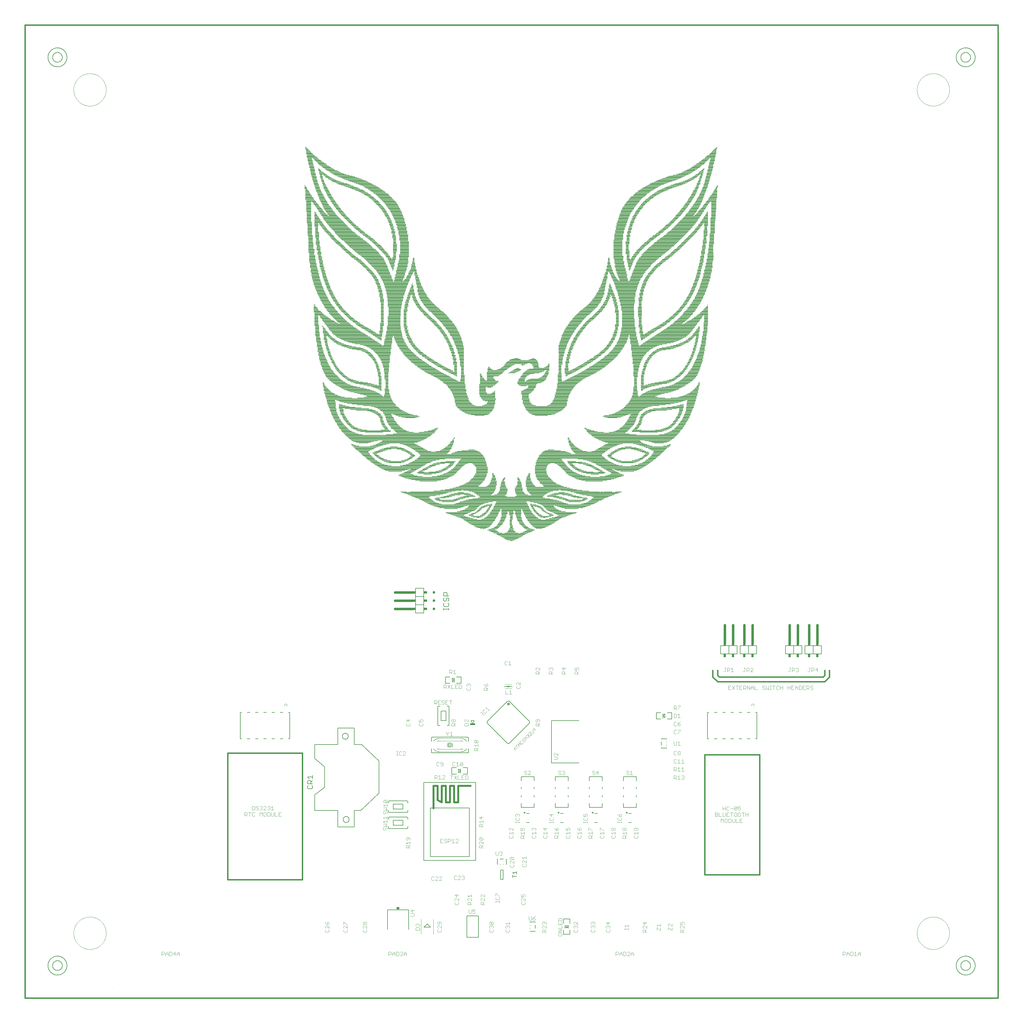
<source format=gto>
G75*
%MOIN*%
%OFA0B0*%
%FSLAX25Y25*%
%IPPOS*%
%LPD*%
%AMOC8*
5,1,8,0,0,1.08239X$1,22.5*
%
%ADD10C,0.00200*%
%ADD11C,0.01600*%
%ADD12C,0.00300*%
%ADD13C,0.00400*%
%ADD14C,0.00000*%
%ADD15C,0.00800*%
%ADD16C,0.00500*%
%ADD17C,0.00276*%
%ADD18R,0.02756X0.01181*%
%ADD19C,0.00600*%
%ADD20R,0.06200X0.02400*%
%ADD21C,0.00020*%
%ADD22C,0.03000*%
%ADD23R,0.02000X0.03000*%
%ADD24R,0.04000X0.03000*%
%ADD25R,0.03000X0.03000*%
%ADD26C,0.00700*%
%ADD27C,0.01000*%
%ADD28C,0.02400*%
%ADD29R,0.03400X0.03000*%
%ADD30R,0.03000X0.02000*%
%ADD31R,0.03000X0.04000*%
%ADD32R,0.03700X0.00926*%
%ADD33R,0.10180X0.00926*%
%ADD34R,0.13880X0.00926*%
%ADD35R,0.16670X0.00926*%
%ADD36R,0.20370X0.00926*%
%ADD37R,0.24070X0.00926*%
%ADD38R,0.27780X0.00926*%
%ADD39R,0.30560X0.00925*%
%ADD40R,0.34260X0.00926*%
%ADD41R,0.37040X0.00926*%
%ADD42R,0.09260X0.00926*%
%ADD43R,0.08340X0.00926*%
%ADD44R,0.11110X0.00926*%
%ADD45R,0.09260X0.00926*%
%ADD46R,0.09260X0.00926*%
%ADD47R,0.07410X0.00926*%
%ADD48R,0.09250X0.00926*%
%ADD49R,0.06480X0.00926*%
%ADD50R,0.00930X0.00926*%
%ADD51R,0.05550X0.00926*%
%ADD52R,0.09250X0.00926*%
%ADD53R,0.08330X0.00926*%
%ADD54R,0.05550X0.00926*%
%ADD55R,0.12040X0.00926*%
%ADD56R,0.03700X0.00926*%
%ADD57R,0.06480X0.00926*%
%ADD58R,0.12030X0.00926*%
%ADD59R,0.15750X0.00926*%
%ADD60R,0.18520X0.00926*%
%ADD61R,0.05560X0.00926*%
%ADD62R,0.18520X0.00926*%
%ADD63R,0.21290X0.00925*%
%ADD64R,0.05560X0.00925*%
%ADD65R,0.03700X0.00925*%
%ADD66R,0.05560X0.00925*%
%ADD67R,0.21300X0.00925*%
%ADD68R,0.24080X0.00926*%
%ADD69R,0.02780X0.00926*%
%ADD70R,0.05560X0.00926*%
%ADD71R,0.26850X0.00926*%
%ADD72R,0.29630X0.00926*%
%ADD73R,0.05560X0.00926*%
%ADD74R,0.02780X0.00926*%
%ADD75R,0.06480X0.00926*%
%ADD76R,0.29620X0.00926*%
%ADD77R,0.30550X0.00926*%
%ADD78R,0.31480X0.00926*%
%ADD79R,0.33340X0.00926*%
%ADD80R,0.33330X0.00926*%
%ADD81R,0.35180X0.00926*%
%ADD82R,0.35190X0.00926*%
%ADD83R,0.37960X0.00926*%
%ADD84R,0.06490X0.00926*%
%ADD85R,0.05560X0.00926*%
%ADD86R,0.06490X0.00926*%
%ADD87R,0.16660X0.00926*%
%ADD88R,0.13890X0.00926*%
%ADD89R,0.14810X0.00926*%
%ADD90R,0.14820X0.00926*%
%ADD91R,0.13890X0.00926*%
%ADD92R,0.12030X0.00926*%
%ADD93R,0.02770X0.00926*%
%ADD94R,0.12960X0.00926*%
%ADD95R,0.12040X0.00926*%
%ADD96R,0.10180X0.00926*%
%ADD97R,0.12960X0.00926*%
%ADD98R,0.06480X0.00926*%
%ADD99R,0.12970X0.00926*%
%ADD100R,0.15740X0.00926*%
%ADD101R,0.12040X0.00926*%
%ADD102R,0.16670X0.00925*%
%ADD103R,0.04630X0.00925*%
%ADD104R,0.04630X0.00925*%
%ADD105R,0.12030X0.00925*%
%ADD106R,0.06480X0.00925*%
%ADD107R,0.04620X0.00925*%
%ADD108R,0.07410X0.00925*%
%ADD109R,0.12040X0.00925*%
%ADD110R,0.22220X0.00926*%
%ADD111R,0.04630X0.00926*%
%ADD112R,0.11110X0.00926*%
%ADD113R,0.07400X0.00926*%
%ADD114R,0.07410X0.00926*%
%ADD115R,0.04630X0.00926*%
%ADD116R,0.21290X0.00926*%
%ADD117R,0.04630X0.00926*%
%ADD118R,0.07400X0.00926*%
%ADD119R,0.03710X0.00926*%
%ADD120R,0.26860X0.00926*%
%ADD121R,0.29630X0.00926*%
%ADD122R,0.10180X0.00926*%
%ADD123R,0.29630X0.00926*%
%ADD124R,0.17590X0.00926*%
%ADD125R,0.18510X0.00926*%
%ADD126R,0.16660X0.00926*%
%ADD127R,0.10180X0.00926*%
%ADD128R,0.14810X0.00926*%
%ADD129R,0.08330X0.00926*%
%ADD130R,0.10190X0.00926*%
%ADD131R,0.03710X0.00926*%
%ADD132R,0.15740X0.00926*%
%ADD133R,0.03710X0.00926*%
%ADD134R,0.02780X0.00926*%
%ADD135R,0.10190X0.00926*%
%ADD136R,0.16670X0.00926*%
%ADD137R,0.13890X0.00926*%
%ADD138R,0.03710X0.00926*%
%ADD139R,0.44450X0.00926*%
%ADD140R,0.25920X0.00926*%
%ADD141R,0.04630X0.00926*%
%ADD142R,0.44450X0.00926*%
%ADD143R,0.25930X0.00926*%
%ADD144R,0.01850X0.00926*%
%ADD145R,0.42590X0.00926*%
%ADD146R,0.42600X0.00926*%
%ADD147R,0.40740X0.00926*%
%ADD148R,0.13880X0.00926*%
%ADD149R,0.42590X0.00926*%
%ADD150R,0.62040X0.00925*%
%ADD151R,0.07400X0.00925*%
%ADD152R,0.40740X0.00925*%
%ADD153R,0.61120X0.00925*%
%ADD154R,0.38890X0.00926*%
%ADD155R,0.35190X0.00926*%
%ADD156R,0.13880X0.00926*%
%ADD157R,0.36120X0.00926*%
%ADD158R,0.37040X0.00926*%
%ADD159R,0.12970X0.00926*%
%ADD160R,0.39810X0.00926*%
%ADD161R,0.38880X0.00926*%
%ADD162R,0.21300X0.00926*%
%ADD163R,1.16670X0.00926*%
%ADD164R,1.11110X0.00926*%
%ADD165R,0.25000X0.00926*%
%ADD166R,0.08340X0.00926*%
%ADD167R,1.02780X0.00926*%
%ADD168R,0.94450X0.00926*%
%ADD169R,0.14820X0.00926*%
%ADD170R,0.16670X0.00926*%
%ADD171R,0.81480X0.00926*%
%ADD172R,0.75930X0.00926*%
%ADD173R,0.17600X0.00926*%
%ADD174R,0.33340X0.00926*%
%ADD175R,0.34260X0.00926*%
%ADD176R,0.14820X0.00926*%
%ADD177R,0.30560X0.00926*%
%ADD178R,0.10190X0.00926*%
%ADD179R,0.32410X0.00926*%
%ADD180R,0.33340X0.00926*%
%ADD181R,0.44450X0.00925*%
%ADD182R,0.24080X0.00925*%
%ADD183R,0.19440X0.00925*%
%ADD184R,0.19450X0.00925*%
%ADD185R,0.24070X0.00925*%
%ADD186R,0.44440X0.00925*%
%ADD187R,0.50930X0.00926*%
%ADD188R,0.17590X0.00926*%
%ADD189R,0.22220X0.00926*%
%ADD190R,0.11110X0.00926*%
%ADD191R,0.17600X0.00926*%
%ADD192R,0.50920X0.00926*%
%ADD193R,0.56480X0.00926*%
%ADD194R,0.24080X0.00926*%
%ADD195R,0.11110X0.00926*%
%ADD196R,0.24070X0.00926*%
%ADD197R,0.07410X0.00926*%
%ADD198R,0.56480X0.00926*%
%ADD199R,0.00930X0.00926*%
%ADD200R,0.50930X0.00926*%
%ADD201R,0.27780X0.00926*%
%ADD202R,0.35180X0.00926*%
%ADD203R,0.00920X0.00926*%
%ADD204R,0.25930X0.00926*%
%ADD205R,0.38890X0.00926*%
%ADD206R,0.09260X0.00926*%
%ADD207R,0.25920X0.00926*%
%ADD208R,0.61110X0.00926*%
%ADD209R,0.52770X0.00926*%
%ADD210R,0.52780X0.00926*%
%ADD211R,0.49070X0.00926*%
%ADD212R,0.49080X0.00926*%
%ADD213R,0.22220X0.00926*%
%ADD214R,0.21300X0.00926*%
%ADD215R,0.21290X0.00926*%
%ADD216R,0.20370X0.00925*%
%ADD217R,0.09260X0.00925*%
%ADD218R,0.09250X0.00925*%
%ADD219R,0.19440X0.00926*%
%ADD220R,0.08330X0.00926*%
%ADD221R,0.18520X0.00926*%
%ADD222R,0.19450X0.00926*%
%ADD223R,0.21290X0.00926*%
%ADD224R,0.39810X0.00926*%
%ADD225R,0.39820X0.00926*%
%ADD226R,0.46300X0.00926*%
%ADD227R,0.16670X0.00926*%
%ADD228R,0.02780X0.00926*%
%ADD229R,0.46290X0.00926*%
%ADD230R,0.51850X0.00926*%
%ADD231R,0.01860X0.00926*%
%ADD232R,0.00930X0.00926*%
%ADD233R,0.55560X0.00926*%
%ADD234R,0.25930X0.00926*%
%ADD235R,0.23140X0.00926*%
%ADD236R,0.23150X0.00926*%
%ADD237R,0.15740X0.00926*%
%ADD238R,0.19440X0.00926*%
%ADD239R,0.14810X0.00926*%
%ADD240R,0.20370X0.00926*%
%ADD241R,0.15740X0.00926*%
%ADD242R,0.10180X0.00925*%
%ADD243R,0.22220X0.00925*%
%ADD244R,0.13890X0.00925*%
%ADD245R,0.13890X0.00925*%
%ADD246R,0.01860X0.00925*%
%ADD247R,0.01850X0.00925*%
%ADD248R,0.14810X0.00925*%
%ADD249R,0.22230X0.00925*%
%ADD250R,0.11110X0.00925*%
%ADD251R,0.27780X0.00926*%
%ADD252R,0.12040X0.00926*%
%ADD253R,0.28710X0.00926*%
%ADD254R,0.12960X0.00926*%
%ADD255R,0.08330X0.00926*%
%ADD256R,0.28700X0.00926*%
%ADD257R,0.33330X0.00926*%
%ADD258R,0.47220X0.00926*%
%ADD259R,0.47230X0.00926*%
%ADD260R,0.50920X0.00926*%
%ADD261R,0.50930X0.00926*%
%ADD262R,0.53700X0.00926*%
%ADD263R,0.28700X0.00926*%
%ADD264R,0.04620X0.00926*%
%ADD265R,0.28710X0.00926*%
%ADD266R,0.24070X0.00926*%
%ADD267R,0.16660X0.00926*%
%ADD268R,0.25000X0.00926*%
%ADD269R,0.12030X0.00926*%
%ADD270R,0.11110X0.00925*%
%ADD271R,0.23150X0.00925*%
%ADD272R,0.12970X0.00925*%
%ADD273R,0.17590X0.00925*%
%ADD274R,0.17600X0.00925*%
%ADD275R,0.12960X0.00925*%
%ADD276R,0.34260X0.00926*%
%ADD277R,0.22220X0.00926*%
%ADD278R,0.17590X0.00926*%
%ADD279R,0.26860X0.00926*%
%ADD280R,0.24070X0.00926*%
%ADD281R,0.32410X0.00926*%
%ADD282R,0.34260X0.00926*%
%ADD283R,0.81490X0.00926*%
%ADD284R,0.81480X0.00926*%
%ADD285R,0.80560X0.00926*%
%ADD286R,0.80560X0.00926*%
%ADD287R,0.78700X0.00926*%
%ADD288R,0.76850X0.00926*%
%ADD289R,0.75920X0.00926*%
%ADD290R,0.75930X0.00926*%
%ADD291R,0.10190X0.00926*%
%ADD292R,0.75000X0.00926*%
%ADD293R,0.05550X0.00925*%
%ADD294R,0.36110X0.00925*%
%ADD295R,0.34260X0.00925*%
%ADD296R,0.34260X0.00925*%
%ADD297R,0.36120X0.00925*%
%ADD298R,0.06490X0.00925*%
%ADD299R,0.37970X0.00926*%
%ADD300R,0.30560X0.00926*%
%ADD301R,0.30550X0.00926*%
%ADD302R,0.12030X0.00926*%
%ADD303R,0.18520X0.00926*%
%ADD304R,0.14810X0.00926*%
%ADD305R,0.20370X0.00926*%
%ADD306R,0.08340X0.00926*%
%ADD307R,0.14820X0.00926*%
%ADD308R,0.30560X0.00926*%
%ADD309R,0.12960X0.00926*%
%ADD310R,0.12970X0.00926*%
%ADD311R,0.43520X0.00925*%
%ADD312R,0.42590X0.00925*%
%ADD313R,0.45370X0.00926*%
%ADD314R,0.46290X0.00926*%
%ADD315R,0.46300X0.00926*%
%ADD316R,0.31490X0.00926*%
%ADD317R,0.47220X0.00926*%
%ADD318R,0.47220X0.00926*%
%ADD319R,0.87960X0.00926*%
%ADD320R,0.87970X0.00926*%
%ADD321R,0.91660X0.00926*%
%ADD322R,0.90740X0.00926*%
%ADD323R,0.96300X0.00926*%
%ADD324R,0.00920X0.00926*%
%ADD325R,0.00930X0.00926*%
%ADD326R,0.97220X0.00926*%
%ADD327R,0.99070X0.00926*%
%ADD328R,0.99080X0.00926*%
%ADD329R,1.01850X0.00926*%
%ADD330R,1.03700X0.00926*%
%ADD331R,0.55560X0.00926*%
%ADD332R,0.55550X0.00926*%
%ADD333R,0.48150X0.00926*%
%ADD334R,0.45370X0.00926*%
%ADD335R,0.19440X0.00925*%
%ADD336R,0.20370X0.00925*%
%ADD337R,0.22220X0.00925*%
%ADD338R,0.37040X0.00926*%
%ADD339R,0.40740X0.00926*%
%ADD340R,0.07410X0.00926*%
%ADD341R,0.08330X0.00925*%
%ADD342R,0.03710X0.00925*%
%ADD343R,0.08340X0.00925*%
%ADD344R,0.04620X0.00926*%
%ADD345R,0.32400X0.00926*%
%ADD346R,0.07410X0.00925*%
%ADD347R,0.09260X0.00925*%
%ADD348R,0.27780X0.00925*%
%ADD349R,0.35190X0.00925*%
%ADD350R,0.37970X0.00925*%
%ADD351R,0.27770X0.00925*%
%ADD352R,0.27780X0.00926*%
%ADD353R,0.37030X0.00926*%
%ADD354R,0.26850X0.00926*%
%ADD355R,0.43520X0.00926*%
%ADD356R,0.40740X0.00926*%
%ADD357R,0.27770X0.00926*%
%ADD358R,0.42600X0.00926*%
%ADD359R,0.43520X0.00926*%
%ADD360R,0.48150X0.00926*%
%ADD361R,0.49070X0.00926*%
%ADD362R,0.31480X0.00926*%
%ADD363R,0.39820X0.00926*%
%ADD364R,0.24080X0.00926*%
%ADD365R,0.52780X0.00926*%
%ADD366R,0.20370X0.00926*%
%ADD367R,0.52780X0.00926*%
%ADD368R,0.57410X0.00926*%
%ADD369R,0.61110X0.00926*%
%ADD370R,0.19450X0.00926*%
%ADD371R,0.60180X0.00926*%
%ADD372R,0.63880X0.00925*%
%ADD373R,0.18520X0.00925*%
%ADD374R,0.10180X0.00925*%
%ADD375R,0.65740X0.00926*%
%ADD376R,0.65740X0.00926*%
%ADD377R,0.67590X0.00926*%
%ADD378R,0.67590X0.00926*%
%ADD379R,0.79630X0.00926*%
%ADD380R,0.79630X0.00926*%
%ADD381R,0.79630X0.00926*%
%ADD382R,0.79630X0.00926*%
%ADD383R,0.41660X0.00926*%
%ADD384R,0.41670X0.00926*%
%ADD385R,0.19440X0.00926*%
%ADD386R,0.08340X0.00926*%
%ADD387R,0.22230X0.00926*%
%ADD388R,0.28710X0.00926*%
%ADD389R,0.32410X0.00925*%
%ADD390R,0.18520X0.00925*%
%ADD391R,0.00930X0.00925*%
%ADD392R,0.31490X0.00925*%
%ADD393R,0.31480X0.00926*%
%ADD394R,0.01860X0.00926*%
%ADD395R,0.01850X0.00926*%
%ADD396R,0.31480X0.00926*%
%ADD397R,0.21290X0.00926*%
%ADD398R,0.23150X0.00926*%
%ADD399R,0.25920X0.00926*%
%ADD400R,0.15750X0.00926*%
%ADD401R,0.15740X0.00925*%
%ADD402R,0.21290X0.00925*%
%ADD403R,0.13890X0.00926*%
%ADD404R,0.19440X0.00926*%
%ADD405R,0.06480X0.00925*%
%ADD406R,0.03710X0.00925*%
%ADD407R,0.12040X0.00925*%
%ADD408R,0.00920X0.00926*%
%ADD409R,0.38890X0.00926*%
%ADD410R,0.16660X0.00926*%
%ADD411R,0.37960X0.00926*%
%ADD412R,0.15750X0.00925*%
%ADD413R,0.34250X0.00925*%
%ADD414R,0.22230X0.00925*%
%ADD415R,0.11120X0.00926*%
%ADD416R,0.11120X0.00926*%
%ADD417R,0.37030X0.00926*%
%ADD418R,0.38890X0.00925*%
%ADD419R,0.12030X0.00925*%
%ADD420R,0.10190X0.00925*%
%ADD421R,0.38890X0.00925*%
%ADD422R,0.38880X0.00926*%
%ADD423R,0.39810X0.00926*%
%ADD424R,0.11120X0.00926*%
%ADD425R,0.39820X0.00926*%
%ADD426R,0.39820X0.00926*%
%ADD427R,0.38890X0.00926*%
%ADD428R,0.37960X0.00926*%
%ADD429R,0.36120X0.00926*%
%ADD430R,0.36110X0.00926*%
%ADD431R,0.36110X0.00926*%
%ADD432R,0.35180X0.00925*%
%ADD433R,0.16660X0.00925*%
%ADD434R,0.08340X0.00925*%
%ADD435R,0.33330X0.00926*%
%ADD436R,0.33330X0.00926*%
%ADD437R,0.13880X0.00926*%
%ADD438R,0.14820X0.00925*%
%ADD439R,0.14810X0.00925*%
%ADD440R,0.25920X0.00925*%
%ADD441R,0.25930X0.00925*%
%ADD442R,0.02770X0.00926*%
%ADD443R,0.29630X0.00926*%
%ADD444R,0.00920X0.00926*%
%ADD445R,0.02780X0.00925*%
%ADD446R,0.02770X0.00925*%
%ADD447R,0.20380X0.00926*%
%ADD448R,0.22230X0.00926*%
%ADD449R,0.22230X0.00926*%
%ADD450R,0.24080X0.00925*%
%ADD451R,0.00920X0.00925*%
%ADD452R,0.24070X0.00925*%
%ADD453R,0.26860X0.00926*%
%ADD454R,0.27770X0.00926*%
%ADD455R,0.27770X0.00926*%
%ADD456R,0.25930X0.00926*%
%ADD457R,0.25000X0.00925*%
%ADD458R,0.24080X0.00926*%
%ADD459R,0.23140X0.00925*%
%ADD460R,0.11120X0.00925*%
%ADD461R,0.12970X0.00925*%
%ADD462R,0.12960X0.00925*%
%ADD463R,0.01860X0.00926*%
%ADD464R,0.08330X0.00925*%
%ADD465R,0.02770X0.00926*%
%ADD466R,0.00920X0.00925*%
%ADD467R,0.17590X0.00925*%
%ADD468R,0.16670X0.00925*%
%ADD469R,0.17590X0.00926*%
D10*
X0041170Y0037366D02*
X0041170Y0038366D01*
X0041170Y0059366D02*
X0041170Y0060366D01*
X0108050Y0021398D02*
X0108050Y0021398D01*
X0504048Y0308583D02*
X0531048Y0308583D01*
X0531048Y0311583D02*
X0504048Y0311583D01*
X0504048Y0321583D02*
X0531048Y0321583D01*
X0531048Y0324583D02*
X0504048Y0324583D01*
X0513548Y0316583D02*
X0515048Y0316583D01*
X0520048Y0316583D02*
X0521548Y0316583D01*
X1143532Y0060366D02*
X1143532Y0059366D01*
X1143532Y0038366D02*
X1143532Y0037366D01*
X1143532Y1139728D02*
X1143532Y1140728D01*
X1143532Y1161728D02*
X1143532Y1162728D01*
X0041170Y1162728D02*
X0041170Y1161728D01*
X0041170Y1140728D02*
X0041170Y1139728D01*
D11*
X0001800Y0009496D02*
X1182902Y0009496D01*
X1182902Y1190598D01*
X0001800Y1190598D01*
X0001800Y0009496D01*
X0247863Y0153197D02*
X0338414Y0153197D01*
X0338414Y0306740D01*
X0247863Y0306740D01*
X0247863Y0153197D01*
X0826603Y0159102D02*
X0893532Y0159102D01*
X0893532Y0304772D01*
X0826603Y0304772D01*
X0826603Y0159102D01*
X0842351Y0393354D02*
X0972272Y0393354D01*
X0978178Y0399260D01*
X0978178Y0407134D01*
X0972272Y0407134D02*
X0972272Y0401228D01*
X0970304Y0399260D01*
X0844320Y0399260D01*
X0842351Y0401228D01*
X0842351Y0407134D01*
X0836446Y0407134D02*
X0836446Y0399260D01*
X0842351Y0393354D01*
D12*
X0621794Y0334427D02*
X0619176Y0337046D01*
X0619176Y0334427D01*
X0620922Y0336173D01*
X0619190Y0332695D02*
X0617008Y0334878D01*
X0615262Y0333132D02*
X0617444Y0330950D01*
X0618317Y0330950D01*
X0619190Y0331823D01*
X0619190Y0332695D01*
X0617022Y0329655D02*
X0615276Y0327909D01*
X0615276Y0331400D01*
X0614840Y0331837D01*
X0613967Y0331837D01*
X0613094Y0330964D01*
X0613094Y0330091D01*
X0612236Y0329232D02*
X0612672Y0328796D01*
X0612672Y0327923D01*
X0613545Y0327923D01*
X0613981Y0327487D01*
X0613981Y0326614D01*
X0613108Y0325741D01*
X0612236Y0325741D01*
X0611813Y0324446D02*
X0610068Y0326192D01*
X0608322Y0326192D01*
X0608322Y0324446D01*
X0610068Y0322700D01*
X0608773Y0322278D02*
X0607900Y0323151D01*
X0607027Y0322278D01*
X0608773Y0322278D02*
X0608773Y0321405D01*
X0607900Y0320532D01*
X0607027Y0320532D01*
X0605281Y0322278D01*
X0605281Y0323151D01*
X0606154Y0324024D01*
X0607027Y0324024D01*
X0608758Y0324010D02*
X0610504Y0325755D01*
X0610490Y0327487D02*
X0610490Y0328360D01*
X0611363Y0329232D01*
X0612236Y0329232D01*
X0612672Y0327923D02*
X0612236Y0327487D01*
X0606605Y0319237D02*
X0604859Y0317492D01*
X0602240Y0320110D01*
X0603986Y0321856D01*
X0604422Y0319674D02*
X0603550Y0318801D01*
X0601382Y0319251D02*
X0604000Y0316633D01*
X0602255Y0314887D02*
X0599636Y0317506D01*
X0601382Y0317506D01*
X0601382Y0319251D01*
X0598777Y0316647D02*
X0597032Y0314901D01*
X0597904Y0315774D02*
X0600523Y0313156D01*
X0598791Y0311424D02*
X0597046Y0313170D01*
X0595300Y0313170D01*
X0595300Y0311424D01*
X0597046Y0309678D01*
X0595737Y0310988D02*
X0597482Y0312733D01*
D13*
X0621917Y0339738D02*
X0621917Y0342040D01*
X0622685Y0342807D01*
X0624219Y0342807D01*
X0624987Y0342040D01*
X0624987Y0339738D01*
X0626521Y0339738D02*
X0621917Y0339738D01*
X0624987Y0341272D02*
X0626521Y0342807D01*
X0625754Y0344342D02*
X0626521Y0345109D01*
X0626521Y0346644D01*
X0625754Y0347411D01*
X0622685Y0347411D01*
X0621917Y0346644D01*
X0621917Y0345109D01*
X0622685Y0344342D01*
X0623452Y0344342D01*
X0624219Y0345109D01*
X0624219Y0347411D01*
X0602132Y0385013D02*
X0602899Y0385781D01*
X0602899Y0387315D01*
X0602132Y0388083D01*
X0602899Y0389617D02*
X0599830Y0392687D01*
X0599063Y0392687D01*
X0598295Y0391919D01*
X0598295Y0390385D01*
X0599063Y0389617D01*
X0599063Y0388083D02*
X0598295Y0387315D01*
X0598295Y0385781D01*
X0599063Y0385013D01*
X0602132Y0385013D01*
X0602899Y0389617D02*
X0602899Y0392687D01*
X0591133Y0382902D02*
X0591133Y0378298D01*
X0589598Y0378298D02*
X0592668Y0378298D01*
X0589598Y0381368D02*
X0591133Y0382902D01*
X0588064Y0378298D02*
X0584995Y0378298D01*
X0584995Y0382902D01*
X0563529Y0383045D02*
X0558925Y0383045D01*
X0558925Y0385347D01*
X0559693Y0386114D01*
X0561227Y0386114D01*
X0561995Y0385347D01*
X0561995Y0383045D01*
X0561995Y0384580D02*
X0563529Y0386114D01*
X0562762Y0387649D02*
X0563529Y0388416D01*
X0563529Y0389951D01*
X0562762Y0390718D01*
X0561995Y0390718D01*
X0561227Y0389951D01*
X0561227Y0387649D01*
X0562762Y0387649D01*
X0561227Y0387649D02*
X0559693Y0389183D01*
X0558925Y0390718D01*
X0542427Y0389951D02*
X0542427Y0388416D01*
X0541659Y0387649D01*
X0541659Y0386114D02*
X0542427Y0385347D01*
X0542427Y0383812D01*
X0541659Y0383045D01*
X0538590Y0383045D01*
X0537823Y0383812D01*
X0537823Y0385347D01*
X0538590Y0386114D01*
X0538590Y0387649D02*
X0537823Y0388416D01*
X0537823Y0389951D01*
X0538590Y0390718D01*
X0539357Y0390718D01*
X0540125Y0389951D01*
X0540892Y0390718D01*
X0541659Y0390718D01*
X0542427Y0389951D01*
X0540125Y0389951D02*
X0540125Y0389183D01*
X0531660Y0388859D02*
X0530893Y0389627D01*
X0528591Y0389627D01*
X0528591Y0385023D01*
X0530893Y0385023D01*
X0531660Y0385790D01*
X0531660Y0388859D01*
X0527056Y0389627D02*
X0523987Y0389627D01*
X0523987Y0385023D01*
X0527056Y0385023D01*
X0525522Y0387325D02*
X0523987Y0387325D01*
X0522452Y0385023D02*
X0519383Y0385023D01*
X0519383Y0389627D01*
X0517848Y0389627D02*
X0514779Y0385023D01*
X0513244Y0385023D02*
X0511710Y0386557D01*
X0512477Y0386557D02*
X0510175Y0386557D01*
X0510175Y0385023D02*
X0510175Y0389627D01*
X0512477Y0389627D01*
X0513244Y0388859D01*
X0513244Y0387325D01*
X0512477Y0386557D01*
X0514779Y0389627D02*
X0517848Y0385023D01*
X0518315Y0370599D02*
X0518315Y0365995D01*
X0515245Y0365995D02*
X0512176Y0365995D01*
X0512176Y0370599D01*
X0515245Y0370599D01*
X0516780Y0370599D02*
X0519849Y0370599D01*
X0513711Y0368297D02*
X0512176Y0368297D01*
X0510641Y0367530D02*
X0510641Y0366763D01*
X0509874Y0365995D01*
X0508339Y0365995D01*
X0507572Y0366763D01*
X0508339Y0368297D02*
X0509874Y0368297D01*
X0510641Y0367530D01*
X0510641Y0369832D02*
X0509874Y0370599D01*
X0508339Y0370599D01*
X0507572Y0369832D01*
X0507572Y0369065D01*
X0508339Y0368297D01*
X0506037Y0365995D02*
X0502968Y0365995D01*
X0502968Y0370599D01*
X0506037Y0370599D01*
X0504503Y0368297D02*
X0502968Y0368297D01*
X0501433Y0368297D02*
X0500666Y0367530D01*
X0498364Y0367530D01*
X0498364Y0365995D02*
X0498364Y0370599D01*
X0500666Y0370599D01*
X0501433Y0369832D01*
X0501433Y0368297D01*
X0499899Y0367530D02*
X0501433Y0365995D01*
X0520322Y0347411D02*
X0521090Y0347411D01*
X0521857Y0346644D01*
X0521857Y0345109D01*
X0521090Y0344342D01*
X0520322Y0344342D01*
X0519555Y0345109D01*
X0519555Y0346644D01*
X0520322Y0347411D01*
X0521857Y0346644D02*
X0522624Y0347411D01*
X0523392Y0347411D01*
X0524159Y0346644D01*
X0524159Y0345109D01*
X0523392Y0344342D01*
X0522624Y0344342D01*
X0521857Y0345109D01*
X0521857Y0342807D02*
X0522624Y0342040D01*
X0522624Y0339738D01*
X0522624Y0341272D02*
X0524159Y0342807D01*
X0521857Y0342807D02*
X0520322Y0342807D01*
X0519555Y0342040D01*
X0519555Y0339738D01*
X0524159Y0339738D01*
X0519283Y0332387D02*
X0519283Y0327783D01*
X0520817Y0327783D02*
X0517748Y0327783D01*
X0517748Y0330852D02*
X0519283Y0332387D01*
X0516213Y0332387D02*
X0516213Y0331619D01*
X0514679Y0330085D01*
X0514679Y0327783D01*
X0514679Y0330085D02*
X0513144Y0331619D01*
X0513144Y0332387D01*
X0535303Y0339738D02*
X0535303Y0342040D01*
X0536070Y0342807D01*
X0539140Y0342807D01*
X0539907Y0342040D01*
X0539907Y0339738D01*
X0535303Y0339738D01*
X0536070Y0344342D02*
X0535303Y0345109D01*
X0535303Y0346644D01*
X0536070Y0347411D01*
X0536838Y0347411D01*
X0539907Y0344342D01*
X0539907Y0347411D01*
X0554826Y0355744D02*
X0555911Y0356829D01*
X0555369Y0356286D02*
X0558624Y0353031D01*
X0558082Y0352488D02*
X0559167Y0353573D01*
X0559709Y0355201D02*
X0560794Y0355201D01*
X0561880Y0356286D01*
X0561880Y0357371D01*
X0563507Y0357914D02*
X0565678Y0360084D01*
X0564592Y0358999D02*
X0561337Y0362255D01*
X0561337Y0360084D01*
X0559709Y0359542D02*
X0558624Y0359542D01*
X0557539Y0358456D01*
X0557539Y0357371D01*
X0559709Y0355201D01*
X0550951Y0322154D02*
X0551718Y0321387D01*
X0551718Y0319852D01*
X0550951Y0319085D01*
X0547882Y0322154D01*
X0550951Y0322154D01*
X0550951Y0319085D02*
X0547882Y0319085D01*
X0547114Y0319852D01*
X0547114Y0321387D01*
X0547882Y0322154D01*
X0551718Y0317550D02*
X0551718Y0314481D01*
X0551718Y0316015D02*
X0547114Y0316015D01*
X0548649Y0314481D01*
X0549416Y0312946D02*
X0550183Y0312179D01*
X0550183Y0309877D01*
X0550183Y0311411D02*
X0551718Y0312946D01*
X0549416Y0312946D02*
X0547882Y0312946D01*
X0547114Y0312179D01*
X0547114Y0309877D01*
X0551718Y0309877D01*
X0532962Y0294871D02*
X0529892Y0291802D01*
X0530660Y0291035D01*
X0532194Y0291035D01*
X0532962Y0291802D01*
X0532962Y0294871D01*
X0532194Y0295639D01*
X0530660Y0295639D01*
X0529892Y0294871D01*
X0529892Y0291802D01*
X0528358Y0291035D02*
X0525289Y0291035D01*
X0526823Y0291035D02*
X0526823Y0295639D01*
X0525289Y0294104D01*
X0523754Y0294871D02*
X0522987Y0295639D01*
X0521452Y0295639D01*
X0520685Y0294871D01*
X0520685Y0291802D01*
X0521452Y0291035D01*
X0522987Y0291035D01*
X0523754Y0291802D01*
X0522653Y0279391D02*
X0525722Y0274787D01*
X0527257Y0274787D02*
X0530326Y0274787D01*
X0531861Y0274787D02*
X0534930Y0274787D01*
X0536465Y0274787D02*
X0538767Y0274787D01*
X0539534Y0275554D01*
X0539534Y0278623D01*
X0538767Y0279391D01*
X0536465Y0279391D01*
X0536465Y0274787D01*
X0533396Y0277089D02*
X0531861Y0277089D01*
X0531861Y0279391D02*
X0531861Y0274787D01*
X0531861Y0279391D02*
X0534930Y0279391D01*
X0527257Y0279391D02*
X0527257Y0274787D01*
X0522653Y0274787D02*
X0525722Y0279391D01*
X0521118Y0279391D02*
X0518049Y0279391D01*
X0519584Y0279391D02*
X0519584Y0274787D01*
X0511308Y0275287D02*
X0508239Y0275287D01*
X0511308Y0278356D01*
X0511308Y0279123D01*
X0510541Y0279891D01*
X0509006Y0279891D01*
X0508239Y0279123D01*
X0505170Y0279891D02*
X0505170Y0275287D01*
X0506704Y0275287D02*
X0503635Y0275287D01*
X0502100Y0275287D02*
X0500566Y0276821D01*
X0501333Y0276821D02*
X0499031Y0276821D01*
X0499031Y0275287D02*
X0499031Y0279891D01*
X0501333Y0279891D01*
X0502100Y0279123D01*
X0502100Y0277589D01*
X0501333Y0276821D01*
X0503635Y0278356D02*
X0505170Y0279891D01*
X0506704Y0291035D02*
X0508239Y0291035D01*
X0509006Y0291802D01*
X0509006Y0294871D01*
X0508239Y0295639D01*
X0506704Y0295639D01*
X0505937Y0294871D01*
X0505937Y0294104D01*
X0506704Y0293337D01*
X0509006Y0293337D01*
X0506704Y0291035D02*
X0505937Y0291802D01*
X0504402Y0291802D02*
X0503635Y0291035D01*
X0502100Y0291035D01*
X0501333Y0291802D01*
X0501333Y0294871D01*
X0502100Y0295639D01*
X0503635Y0295639D01*
X0504402Y0294871D01*
X0463513Y0304066D02*
X0460444Y0304066D01*
X0463513Y0307135D01*
X0463513Y0307903D01*
X0462746Y0308670D01*
X0461211Y0308670D01*
X0460444Y0307903D01*
X0458909Y0307903D02*
X0458142Y0308670D01*
X0456607Y0308670D01*
X0455840Y0307903D01*
X0455840Y0304833D01*
X0456607Y0304066D01*
X0458142Y0304066D01*
X0458909Y0304833D01*
X0454306Y0304066D02*
X0452771Y0304066D01*
X0453538Y0304066D02*
X0453538Y0308670D01*
X0452771Y0308670D02*
X0454306Y0308670D01*
X0465204Y0339738D02*
X0468274Y0339738D01*
X0469041Y0340505D01*
X0469041Y0342040D01*
X0468274Y0342807D01*
X0466739Y0344342D02*
X0466739Y0347411D01*
X0469041Y0346644D02*
X0464437Y0346644D01*
X0466739Y0344342D01*
X0465204Y0342807D02*
X0464437Y0342040D01*
X0464437Y0340505D01*
X0465204Y0339738D01*
X0480185Y0340505D02*
X0480952Y0339738D01*
X0484022Y0339738D01*
X0484789Y0340505D01*
X0484789Y0342040D01*
X0484022Y0342807D01*
X0484022Y0344342D02*
X0484789Y0345109D01*
X0484789Y0346644D01*
X0484022Y0347411D01*
X0482487Y0347411D01*
X0481720Y0346644D01*
X0481720Y0345876D01*
X0482487Y0344342D01*
X0480185Y0344342D01*
X0480185Y0347411D01*
X0480952Y0342807D02*
X0480185Y0342040D01*
X0480185Y0340505D01*
X0517081Y0403239D02*
X0517081Y0407843D01*
X0519383Y0407843D01*
X0520150Y0407076D01*
X0520150Y0405541D01*
X0519383Y0404774D01*
X0517081Y0404774D01*
X0518616Y0404774D02*
X0520150Y0403239D01*
X0521685Y0403239D02*
X0524754Y0403239D01*
X0523220Y0403239D02*
X0523220Y0407843D01*
X0521685Y0406309D01*
X0584010Y0414400D02*
X0584778Y0413633D01*
X0586312Y0413633D01*
X0587080Y0414400D01*
X0588614Y0413633D02*
X0591683Y0413633D01*
X0590149Y0413633D02*
X0590149Y0418237D01*
X0588614Y0416702D01*
X0587080Y0417470D02*
X0586312Y0418237D01*
X0584778Y0418237D01*
X0584010Y0417470D01*
X0584010Y0414400D01*
X0621917Y0409636D02*
X0621917Y0408101D01*
X0622685Y0407334D01*
X0622685Y0405799D02*
X0624219Y0405799D01*
X0624987Y0405032D01*
X0624987Y0402730D01*
X0626521Y0402730D02*
X0621917Y0402730D01*
X0621917Y0405032D01*
X0622685Y0405799D01*
X0624987Y0404265D02*
X0626521Y0405799D01*
X0626521Y0407334D02*
X0623452Y0410403D01*
X0622685Y0410403D01*
X0621917Y0409636D01*
X0626521Y0410403D02*
X0626521Y0407334D01*
X0637665Y0408101D02*
X0637665Y0409636D01*
X0638433Y0410403D01*
X0639200Y0410403D01*
X0639967Y0409636D01*
X0640735Y0410403D01*
X0641502Y0410403D01*
X0642269Y0409636D01*
X0642269Y0408101D01*
X0641502Y0407334D01*
X0642269Y0405799D02*
X0640735Y0404265D01*
X0640735Y0405032D02*
X0640735Y0402730D01*
X0642269Y0402730D02*
X0637665Y0402730D01*
X0637665Y0405032D01*
X0638433Y0405799D01*
X0639967Y0405799D01*
X0640735Y0405032D01*
X0638433Y0407334D02*
X0637665Y0408101D01*
X0639967Y0408868D02*
X0639967Y0409636D01*
X0653413Y0409636D02*
X0655715Y0407334D01*
X0655715Y0410403D01*
X0658017Y0409636D02*
X0653413Y0409636D01*
X0654181Y0405799D02*
X0655715Y0405799D01*
X0656483Y0405032D01*
X0656483Y0402730D01*
X0658017Y0402730D02*
X0653413Y0402730D01*
X0653413Y0405032D01*
X0654181Y0405799D01*
X0656483Y0404265D02*
X0658017Y0405799D01*
X0669161Y0405032D02*
X0669929Y0405799D01*
X0671463Y0405799D01*
X0672231Y0405032D01*
X0672231Y0402730D01*
X0673765Y0402730D02*
X0669161Y0402730D01*
X0669161Y0405032D01*
X0669161Y0407334D02*
X0671463Y0407334D01*
X0670696Y0408868D01*
X0670696Y0409636D01*
X0671463Y0410403D01*
X0672998Y0410403D01*
X0673765Y0409636D01*
X0673765Y0408101D01*
X0672998Y0407334D01*
X0673765Y0405799D02*
X0672231Y0404265D01*
X0669161Y0407334D02*
X0669161Y0410403D01*
X0648332Y0306739D02*
X0648332Y0303670D01*
X0645263Y0306739D01*
X0644496Y0306739D01*
X0643728Y0305972D01*
X0643728Y0304437D01*
X0644496Y0303670D01*
X0643728Y0302135D02*
X0647565Y0302135D01*
X0648332Y0301368D01*
X0648332Y0299833D01*
X0647565Y0299066D01*
X0643728Y0299066D01*
X0649738Y0284969D02*
X0648971Y0284202D01*
X0648971Y0283435D01*
X0649738Y0282667D01*
X0651273Y0282667D01*
X0652040Y0281900D01*
X0652040Y0281133D01*
X0651273Y0280365D01*
X0649738Y0280365D01*
X0648971Y0281133D01*
X0649738Y0284969D02*
X0651273Y0284969D01*
X0652040Y0284202D01*
X0653575Y0284202D02*
X0654342Y0284969D01*
X0655877Y0284969D01*
X0656644Y0284202D01*
X0656644Y0283435D01*
X0655877Y0282667D01*
X0656644Y0281900D01*
X0656644Y0281133D01*
X0655877Y0280365D01*
X0654342Y0280365D01*
X0653575Y0281133D01*
X0655109Y0282667D02*
X0655877Y0282667D01*
X0690309Y0283435D02*
X0691077Y0282667D01*
X0692611Y0282667D01*
X0693379Y0281900D01*
X0693379Y0281133D01*
X0692611Y0280365D01*
X0691077Y0280365D01*
X0690309Y0281133D01*
X0690309Y0283435D02*
X0690309Y0284202D01*
X0691077Y0284969D01*
X0692611Y0284969D01*
X0693379Y0284202D01*
X0694913Y0282667D02*
X0697983Y0282667D01*
X0697215Y0280365D02*
X0697215Y0284969D01*
X0694913Y0282667D01*
X0731648Y0283435D02*
X0732415Y0282667D01*
X0733950Y0282667D01*
X0734717Y0281900D01*
X0734717Y0281133D01*
X0733950Y0280365D01*
X0732415Y0280365D01*
X0731648Y0281133D01*
X0731648Y0283435D02*
X0731648Y0284202D01*
X0732415Y0284969D01*
X0733950Y0284969D01*
X0734717Y0284202D01*
X0736252Y0283435D02*
X0737787Y0284969D01*
X0737787Y0280365D01*
X0739321Y0280365D02*
X0736252Y0280365D01*
X0725085Y0232804D02*
X0724317Y0232804D01*
X0723550Y0232037D01*
X0723550Y0229735D01*
X0725085Y0229735D01*
X0725852Y0230502D01*
X0725852Y0232037D01*
X0725085Y0232804D01*
X0723550Y0229735D02*
X0722015Y0231269D01*
X0721248Y0232804D01*
X0722015Y0228200D02*
X0721248Y0227433D01*
X0721248Y0225898D01*
X0722015Y0225131D01*
X0725085Y0225131D01*
X0725852Y0225898D01*
X0725852Y0227433D01*
X0725085Y0228200D01*
X0725852Y0223596D02*
X0725852Y0222061D01*
X0725852Y0222829D02*
X0721248Y0222829D01*
X0721248Y0223596D02*
X0721248Y0222061D01*
X0717289Y0215855D02*
X0718057Y0215087D01*
X0718057Y0213553D01*
X0717289Y0212785D01*
X0716522Y0212785D01*
X0715755Y0213553D01*
X0715755Y0215087D01*
X0716522Y0215855D01*
X0717289Y0215855D01*
X0715755Y0215087D02*
X0714987Y0215855D01*
X0714220Y0215855D01*
X0713453Y0215087D01*
X0713453Y0213553D01*
X0714220Y0212785D01*
X0714987Y0212785D01*
X0715755Y0213553D01*
X0718057Y0211251D02*
X0718057Y0208181D01*
X0718057Y0209716D02*
X0713453Y0209716D01*
X0714987Y0208181D01*
X0714220Y0206647D02*
X0713453Y0205880D01*
X0713453Y0204345D01*
X0714220Y0203578D01*
X0717289Y0203578D01*
X0718057Y0204345D01*
X0718057Y0205880D01*
X0717289Y0206647D01*
X0727232Y0205880D02*
X0728000Y0206647D01*
X0729534Y0206647D01*
X0730302Y0205880D01*
X0730302Y0203578D01*
X0730302Y0205112D02*
X0731836Y0206647D01*
X0731836Y0208181D02*
X0731836Y0211251D01*
X0731836Y0209716D02*
X0727232Y0209716D01*
X0728767Y0208181D01*
X0727232Y0205880D02*
X0727232Y0203578D01*
X0731836Y0203578D01*
X0741012Y0204345D02*
X0741779Y0203578D01*
X0744848Y0203578D01*
X0745616Y0204345D01*
X0745616Y0205880D01*
X0744848Y0206647D01*
X0745616Y0208181D02*
X0745616Y0211251D01*
X0745616Y0209716D02*
X0741012Y0209716D01*
X0742546Y0208181D01*
X0741779Y0206647D02*
X0741012Y0205880D01*
X0741012Y0204345D01*
X0741779Y0212785D02*
X0742546Y0212785D01*
X0743314Y0213553D01*
X0743314Y0215855D01*
X0744848Y0215855D02*
X0741779Y0215855D01*
X0741012Y0215087D01*
X0741012Y0213553D01*
X0741779Y0212785D01*
X0744848Y0212785D02*
X0745616Y0213553D01*
X0745616Y0215087D01*
X0744848Y0215855D01*
X0731836Y0215087D02*
X0731836Y0213553D01*
X0731069Y0212785D01*
X0730302Y0212785D01*
X0729534Y0213553D01*
X0729534Y0215087D01*
X0730302Y0215855D01*
X0731069Y0215855D01*
X0731836Y0215087D01*
X0729534Y0215087D02*
X0728767Y0215855D01*
X0728000Y0215855D01*
X0727232Y0215087D01*
X0727232Y0213553D01*
X0728000Y0212785D01*
X0728767Y0212785D01*
X0729534Y0213553D01*
X0704277Y0212785D02*
X0703510Y0212785D01*
X0700441Y0215855D01*
X0699673Y0215855D01*
X0699673Y0212785D01*
X0699673Y0209716D02*
X0704277Y0209716D01*
X0704277Y0208181D02*
X0704277Y0211251D01*
X0701208Y0208181D02*
X0699673Y0209716D01*
X0700441Y0206647D02*
X0699673Y0205880D01*
X0699673Y0204345D01*
X0700441Y0203578D01*
X0703510Y0203578D01*
X0704277Y0204345D01*
X0704277Y0205880D01*
X0703510Y0206647D01*
X0690498Y0206647D02*
X0688963Y0205112D01*
X0688963Y0205880D02*
X0688963Y0203578D01*
X0690498Y0203578D02*
X0685894Y0203578D01*
X0685894Y0205880D01*
X0686661Y0206647D01*
X0688196Y0206647D01*
X0688963Y0205880D01*
X0690498Y0208181D02*
X0690498Y0211251D01*
X0690498Y0212785D02*
X0689730Y0212785D01*
X0686661Y0215855D01*
X0685894Y0215855D01*
X0685894Y0212785D01*
X0685894Y0209716D02*
X0690498Y0209716D01*
X0687428Y0208181D02*
X0685894Y0209716D01*
X0676718Y0209716D02*
X0672114Y0209716D01*
X0673649Y0208181D01*
X0672882Y0206647D02*
X0672114Y0205880D01*
X0672114Y0204345D01*
X0672882Y0203578D01*
X0675951Y0203578D01*
X0676718Y0204345D01*
X0676718Y0205880D01*
X0675951Y0206647D01*
X0676718Y0208181D02*
X0676718Y0211251D01*
X0675951Y0212785D02*
X0676718Y0213553D01*
X0676718Y0215087D01*
X0675951Y0215855D01*
X0675183Y0215855D01*
X0674416Y0215087D01*
X0674416Y0212785D01*
X0675951Y0212785D01*
X0674416Y0212785D02*
X0672882Y0214320D01*
X0672114Y0215855D01*
X0662939Y0215087D02*
X0662939Y0213553D01*
X0662171Y0212785D01*
X0660637Y0212785D02*
X0659869Y0214320D01*
X0659869Y0215087D01*
X0660637Y0215855D01*
X0662171Y0215855D01*
X0662939Y0215087D01*
X0660637Y0212785D02*
X0658335Y0212785D01*
X0658335Y0215855D01*
X0658335Y0209716D02*
X0662939Y0209716D01*
X0662939Y0208181D02*
X0662939Y0211251D01*
X0659869Y0208181D02*
X0658335Y0209716D01*
X0659102Y0206647D02*
X0658335Y0205880D01*
X0658335Y0204345D01*
X0659102Y0203578D01*
X0662171Y0203578D01*
X0662939Y0204345D01*
X0662939Y0205880D01*
X0662171Y0206647D01*
X0649159Y0206647D02*
X0647624Y0205112D01*
X0647624Y0205880D02*
X0647624Y0203578D01*
X0649159Y0203578D02*
X0644555Y0203578D01*
X0644555Y0205880D01*
X0645322Y0206647D01*
X0646857Y0206647D01*
X0647624Y0205880D01*
X0646090Y0208181D02*
X0644555Y0209716D01*
X0649159Y0209716D01*
X0649159Y0208181D02*
X0649159Y0211251D01*
X0648392Y0212785D02*
X0649159Y0213553D01*
X0649159Y0215087D01*
X0648392Y0215855D01*
X0647624Y0215855D01*
X0646857Y0215087D01*
X0646857Y0212785D01*
X0648392Y0212785D01*
X0646857Y0212785D02*
X0645322Y0214320D01*
X0644555Y0215855D01*
X0643175Y0222061D02*
X0643175Y0223596D01*
X0643175Y0222829D02*
X0638571Y0222829D01*
X0638571Y0223596D02*
X0638571Y0222061D01*
X0639338Y0225131D02*
X0642407Y0225131D01*
X0643175Y0225898D01*
X0643175Y0227433D01*
X0642407Y0228200D01*
X0640873Y0229735D02*
X0640873Y0232804D01*
X0643175Y0232037D02*
X0638571Y0232037D01*
X0640873Y0229735D01*
X0639338Y0228200D02*
X0638571Y0227433D01*
X0638571Y0225898D01*
X0639338Y0225131D01*
X0635380Y0215087D02*
X0630776Y0215087D01*
X0633078Y0212785D01*
X0633078Y0215855D01*
X0635380Y0211251D02*
X0635380Y0208181D01*
X0635380Y0209716D02*
X0630776Y0209716D01*
X0632310Y0208181D01*
X0631543Y0206647D02*
X0630776Y0205880D01*
X0630776Y0204345D01*
X0631543Y0203578D01*
X0634612Y0203578D01*
X0635380Y0204345D01*
X0635380Y0205880D01*
X0634612Y0206647D01*
X0621600Y0205880D02*
X0620833Y0206647D01*
X0621600Y0205880D02*
X0621600Y0204345D01*
X0620833Y0203578D01*
X0617763Y0203578D01*
X0616996Y0204345D01*
X0616996Y0205880D01*
X0617763Y0206647D01*
X0618531Y0208181D02*
X0616996Y0209716D01*
X0621600Y0209716D01*
X0621600Y0208181D02*
X0621600Y0211251D01*
X0620833Y0212785D02*
X0621600Y0213553D01*
X0621600Y0215087D01*
X0620833Y0215855D01*
X0620065Y0215855D01*
X0619298Y0215087D01*
X0619298Y0214320D01*
X0619298Y0215087D02*
X0618531Y0215855D01*
X0617763Y0215855D01*
X0616996Y0215087D01*
X0616996Y0213553D01*
X0617763Y0212785D01*
X0607899Y0213553D02*
X0607899Y0215087D01*
X0607132Y0215855D01*
X0605597Y0215855D01*
X0604830Y0215087D01*
X0604830Y0214320D01*
X0605597Y0212785D01*
X0603295Y0212785D01*
X0603295Y0215855D01*
X0607132Y0212785D02*
X0607899Y0213553D01*
X0607899Y0211251D02*
X0607899Y0208181D01*
X0607899Y0206647D02*
X0606365Y0205112D01*
X0606365Y0205880D02*
X0606365Y0203578D01*
X0607899Y0203578D02*
X0603295Y0203578D01*
X0603295Y0205880D01*
X0604063Y0206647D01*
X0605597Y0206647D01*
X0606365Y0205880D01*
X0604830Y0208181D02*
X0603295Y0209716D01*
X0607899Y0209716D01*
X0601836Y0222061D02*
X0601836Y0223596D01*
X0601836Y0222829D02*
X0597232Y0222829D01*
X0597232Y0223596D02*
X0597232Y0222061D01*
X0598000Y0225131D02*
X0601069Y0225131D01*
X0601836Y0225898D01*
X0601836Y0227433D01*
X0601069Y0228200D01*
X0601069Y0229735D02*
X0601836Y0230502D01*
X0601836Y0232037D01*
X0601069Y0232804D01*
X0600302Y0232804D01*
X0599534Y0232037D01*
X0599534Y0231269D01*
X0599534Y0232037D02*
X0598767Y0232804D01*
X0598000Y0232804D01*
X0597232Y0232037D01*
X0597232Y0230502D01*
X0598000Y0229735D01*
X0598000Y0228200D02*
X0597232Y0227433D01*
X0597232Y0225898D01*
X0598000Y0225131D01*
X0594041Y0215855D02*
X0594041Y0212785D01*
X0590972Y0215855D01*
X0590204Y0215855D01*
X0589437Y0215087D01*
X0589437Y0213553D01*
X0590204Y0212785D01*
X0589437Y0209716D02*
X0594041Y0209716D01*
X0594041Y0208181D02*
X0594041Y0211251D01*
X0590972Y0208181D02*
X0589437Y0209716D01*
X0590204Y0206647D02*
X0589437Y0205880D01*
X0589437Y0204345D01*
X0590204Y0203578D01*
X0593274Y0203578D01*
X0594041Y0204345D01*
X0594041Y0205880D01*
X0593274Y0206647D01*
X0580146Y0187154D02*
X0580913Y0186387D01*
X0580913Y0185620D01*
X0580146Y0184852D01*
X0580913Y0184085D01*
X0580913Y0183318D01*
X0580146Y0182550D01*
X0578611Y0182550D01*
X0577844Y0183318D01*
X0576309Y0183318D02*
X0576309Y0187154D01*
X0577844Y0186387D02*
X0578611Y0187154D01*
X0580146Y0187154D01*
X0580146Y0184852D02*
X0579379Y0184852D01*
X0576309Y0183318D02*
X0575542Y0182550D01*
X0574007Y0182550D01*
X0573240Y0183318D01*
X0573240Y0187154D01*
X0590421Y0179654D02*
X0590421Y0178120D01*
X0591189Y0177352D01*
X0594258Y0177352D01*
X0591189Y0180422D01*
X0594258Y0180422D01*
X0595025Y0179654D01*
X0595025Y0178120D01*
X0594258Y0177352D01*
X0595025Y0175818D02*
X0595025Y0172748D01*
X0591956Y0175818D01*
X0591189Y0175818D01*
X0590421Y0175050D01*
X0590421Y0173516D01*
X0591189Y0172748D01*
X0591189Y0171214D02*
X0590421Y0170446D01*
X0590421Y0168912D01*
X0591189Y0168145D01*
X0594258Y0168145D01*
X0595025Y0168912D01*
X0595025Y0170446D01*
X0594258Y0171214D01*
X0590421Y0179654D02*
X0591189Y0180422D01*
X0605343Y0179658D02*
X0606877Y0178124D01*
X0606877Y0176589D02*
X0606110Y0176589D01*
X0605343Y0175822D01*
X0605343Y0174287D01*
X0606110Y0173520D01*
X0606110Y0171985D02*
X0605343Y0171218D01*
X0605343Y0169683D01*
X0606110Y0168916D01*
X0609179Y0168916D01*
X0609946Y0169683D01*
X0609946Y0171218D01*
X0609179Y0171985D01*
X0609946Y0173520D02*
X0606877Y0176589D01*
X0609946Y0176589D02*
X0609946Y0173520D01*
X0609946Y0178124D02*
X0609946Y0181193D01*
X0609946Y0179658D02*
X0605343Y0179658D01*
X0604201Y0135146D02*
X0604201Y0132077D01*
X0606503Y0132077D01*
X0605735Y0133611D01*
X0605735Y0134379D01*
X0606503Y0135146D01*
X0608037Y0135146D01*
X0608805Y0134379D01*
X0608805Y0132844D01*
X0608037Y0132077D01*
X0608805Y0130542D02*
X0608805Y0127473D01*
X0605735Y0130542D01*
X0604968Y0130542D01*
X0604201Y0129775D01*
X0604201Y0128240D01*
X0604968Y0127473D01*
X0604968Y0125938D02*
X0604201Y0125171D01*
X0604201Y0123636D01*
X0604968Y0122869D01*
X0608037Y0122869D01*
X0608805Y0123636D01*
X0608805Y0125171D01*
X0608037Y0125938D01*
X0613538Y0108414D02*
X0613538Y0104578D01*
X0614305Y0103810D01*
X0615840Y0103810D01*
X0616607Y0104578D01*
X0616607Y0108414D01*
X0618142Y0106112D02*
X0620444Y0106112D01*
X0621211Y0105345D01*
X0621211Y0104578D01*
X0620444Y0103810D01*
X0618909Y0103810D01*
X0618142Y0104578D01*
X0618142Y0106112D01*
X0619676Y0107647D01*
X0621211Y0108414D01*
X0629791Y0100914D02*
X0630559Y0101681D01*
X0631326Y0101681D01*
X0632093Y0100914D01*
X0632861Y0101681D01*
X0633628Y0101681D01*
X0634395Y0100914D01*
X0634395Y0099380D01*
X0633628Y0098612D01*
X0634395Y0097078D02*
X0634395Y0094008D01*
X0631326Y0097078D01*
X0630559Y0097078D01*
X0629791Y0096310D01*
X0629791Y0094776D01*
X0630559Y0094008D01*
X0630559Y0092474D02*
X0632093Y0092474D01*
X0632861Y0091706D01*
X0632861Y0089404D01*
X0634395Y0089404D02*
X0629791Y0089404D01*
X0629791Y0091706D01*
X0630559Y0092474D01*
X0632861Y0090939D02*
X0634395Y0092474D01*
X0630559Y0098612D02*
X0629791Y0099380D01*
X0629791Y0100914D01*
X0632093Y0100914D02*
X0632093Y0100147D01*
X0648976Y0101681D02*
X0648976Y0098612D01*
X0653580Y0098612D01*
X0653580Y0101681D01*
X0653580Y0103216D02*
X0653580Y0105518D01*
X0652813Y0106285D01*
X0649744Y0106285D01*
X0648976Y0105518D01*
X0648976Y0103216D01*
X0653580Y0103216D01*
X0651278Y0100147D02*
X0651278Y0098612D01*
X0653580Y0097078D02*
X0653580Y0094008D01*
X0648976Y0094008D01*
X0648976Y0092474D02*
X0653580Y0092474D01*
X0648976Y0089404D01*
X0653580Y0089404D01*
X0652813Y0087870D02*
X0649744Y0087870D01*
X0648976Y0087102D01*
X0648976Y0085568D01*
X0649744Y0084800D01*
X0652813Y0084800D01*
X0653580Y0085568D01*
X0653580Y0087102D01*
X0652813Y0087870D01*
X0667862Y0090172D02*
X0668630Y0089404D01*
X0671699Y0089404D01*
X0672466Y0090172D01*
X0672466Y0091706D01*
X0671699Y0092474D01*
X0671699Y0094008D02*
X0672466Y0094776D01*
X0672466Y0096310D01*
X0671699Y0097078D01*
X0670932Y0097078D01*
X0670164Y0096310D01*
X0670164Y0095543D01*
X0670164Y0096310D02*
X0669397Y0097078D01*
X0668630Y0097078D01*
X0667862Y0096310D01*
X0667862Y0094776D01*
X0668630Y0094008D01*
X0668630Y0092474D02*
X0667862Y0091706D01*
X0667862Y0090172D01*
X0668630Y0098612D02*
X0667862Y0099380D01*
X0667862Y0100914D01*
X0668630Y0101681D01*
X0669397Y0101681D01*
X0672466Y0098612D01*
X0672466Y0101681D01*
X0688846Y0100914D02*
X0689614Y0101681D01*
X0690381Y0101681D01*
X0691148Y0100914D01*
X0691916Y0101681D01*
X0692683Y0101681D01*
X0693450Y0100914D01*
X0693450Y0099380D01*
X0692683Y0098612D01*
X0692683Y0097078D02*
X0693450Y0096310D01*
X0693450Y0094776D01*
X0692683Y0094008D01*
X0692683Y0092474D02*
X0693450Y0091706D01*
X0693450Y0090172D01*
X0692683Y0089404D01*
X0689614Y0089404D01*
X0688846Y0090172D01*
X0688846Y0091706D01*
X0689614Y0092474D01*
X0689614Y0094008D02*
X0688846Y0094776D01*
X0688846Y0096310D01*
X0689614Y0097078D01*
X0690381Y0097078D01*
X0691148Y0096310D01*
X0691916Y0097078D01*
X0692683Y0097078D01*
X0691148Y0096310D02*
X0691148Y0095543D01*
X0689614Y0098612D02*
X0688846Y0099380D01*
X0688846Y0100914D01*
X0691148Y0100914D02*
X0691148Y0100147D01*
X0707232Y0100914D02*
X0709534Y0098612D01*
X0709534Y0101681D01*
X0711836Y0100914D02*
X0707232Y0100914D01*
X0708000Y0097078D02*
X0708767Y0097078D01*
X0709534Y0096310D01*
X0710302Y0097078D01*
X0711069Y0097078D01*
X0711836Y0096310D01*
X0711836Y0094776D01*
X0711069Y0094008D01*
X0711069Y0092474D02*
X0711836Y0091706D01*
X0711836Y0090172D01*
X0711069Y0089404D01*
X0708000Y0089404D01*
X0707232Y0090172D01*
X0707232Y0091706D01*
X0708000Y0092474D01*
X0708000Y0094008D02*
X0707232Y0094776D01*
X0707232Y0096310D01*
X0708000Y0097078D01*
X0709534Y0096310D02*
X0709534Y0095543D01*
X0729654Y0097078D02*
X0734257Y0097078D01*
X0734257Y0098612D02*
X0734257Y0095543D01*
X0734257Y0094008D02*
X0734257Y0092474D01*
X0734257Y0093241D02*
X0729654Y0093241D01*
X0729654Y0092474D02*
X0729654Y0094008D01*
X0731188Y0095543D02*
X0729654Y0097078D01*
X0751839Y0096310D02*
X0751839Y0094776D01*
X0752606Y0094008D01*
X0752606Y0092474D02*
X0754141Y0092474D01*
X0754908Y0091706D01*
X0754908Y0089404D01*
X0756443Y0089404D02*
X0751839Y0089404D01*
X0751839Y0091706D01*
X0752606Y0092474D01*
X0754908Y0090939D02*
X0756443Y0092474D01*
X0756443Y0094008D02*
X0753373Y0097078D01*
X0752606Y0097078D01*
X0751839Y0096310D01*
X0754141Y0098612D02*
X0754141Y0101681D01*
X0756443Y0100914D02*
X0751839Y0100914D01*
X0754141Y0098612D01*
X0756443Y0097078D02*
X0756443Y0094008D01*
X0768650Y0094776D02*
X0769417Y0094776D01*
X0772486Y0091706D01*
X0773254Y0091706D01*
X0773254Y0094776D01*
X0773254Y0096310D02*
X0773254Y0099380D01*
X0773254Y0097845D02*
X0768650Y0097845D01*
X0770184Y0096310D01*
X0768650Y0094776D02*
X0768650Y0091706D01*
X0782429Y0091706D02*
X0782429Y0094776D01*
X0783196Y0094776D01*
X0786266Y0091706D01*
X0787033Y0091706D01*
X0787033Y0094776D01*
X0787033Y0096310D02*
X0783964Y0099380D01*
X0783196Y0099380D01*
X0782429Y0098612D01*
X0782429Y0097078D01*
X0783196Y0096310D01*
X0787033Y0096310D02*
X0787033Y0099380D01*
X0797114Y0098612D02*
X0799416Y0098612D01*
X0798649Y0100147D01*
X0798649Y0100914D01*
X0799416Y0101681D01*
X0800951Y0101681D01*
X0801718Y0100914D01*
X0801718Y0099380D01*
X0800951Y0098612D01*
X0801718Y0097078D02*
X0801718Y0094008D01*
X0798649Y0097078D01*
X0797882Y0097078D01*
X0797114Y0096310D01*
X0797114Y0094776D01*
X0797882Y0094008D01*
X0797882Y0092474D02*
X0799416Y0092474D01*
X0800183Y0091706D01*
X0800183Y0089404D01*
X0800183Y0090939D02*
X0801718Y0092474D01*
X0801718Y0089404D02*
X0797114Y0089404D01*
X0797114Y0091706D01*
X0797882Y0092474D01*
X0797114Y0098612D02*
X0797114Y0101681D01*
X0740322Y0063946D02*
X0740322Y0060877D01*
X0740322Y0063179D02*
X0737252Y0063179D01*
X0737252Y0063946D02*
X0738787Y0065481D01*
X0740322Y0063946D01*
X0737252Y0063946D02*
X0737252Y0060877D01*
X0735718Y0060877D02*
X0732648Y0060877D01*
X0735718Y0063946D01*
X0735718Y0064714D01*
X0734950Y0065481D01*
X0733416Y0065481D01*
X0732648Y0064714D01*
X0731114Y0064714D02*
X0730346Y0065481D01*
X0728044Y0065481D01*
X0728044Y0060877D01*
X0730346Y0060877D01*
X0731114Y0061644D01*
X0731114Y0064714D01*
X0726510Y0063946D02*
X0726510Y0060877D01*
X0726510Y0063179D02*
X0723441Y0063179D01*
X0723441Y0063946D02*
X0724975Y0065481D01*
X0726510Y0063946D01*
X0723441Y0063946D02*
X0723441Y0060877D01*
X0721906Y0063179D02*
X0721139Y0062412D01*
X0718837Y0062412D01*
X0718837Y0060877D02*
X0718837Y0065481D01*
X0721139Y0065481D01*
X0721906Y0064714D01*
X0721906Y0063179D01*
X0589789Y0090172D02*
X0589789Y0091706D01*
X0589022Y0092474D01*
X0589022Y0094008D02*
X0589789Y0094776D01*
X0589789Y0096310D01*
X0589022Y0097078D01*
X0588254Y0097078D01*
X0587487Y0096310D01*
X0587487Y0095543D01*
X0587487Y0096310D02*
X0586720Y0097078D01*
X0585952Y0097078D01*
X0585185Y0096310D01*
X0585185Y0094776D01*
X0585952Y0094008D01*
X0585952Y0092474D02*
X0585185Y0091706D01*
X0585185Y0090172D01*
X0585952Y0089404D01*
X0589022Y0089404D01*
X0589789Y0090172D01*
X0589789Y0098612D02*
X0589789Y0101681D01*
X0589789Y0100147D02*
X0585185Y0100147D01*
X0586720Y0098612D01*
X0570104Y0099380D02*
X0569337Y0098612D01*
X0566267Y0101681D01*
X0569337Y0101681D01*
X0570104Y0100914D01*
X0570104Y0099380D01*
X0569337Y0098612D02*
X0566267Y0098612D01*
X0565500Y0099380D01*
X0565500Y0100914D01*
X0566267Y0101681D01*
X0566267Y0097078D02*
X0567035Y0097078D01*
X0567802Y0096310D01*
X0568569Y0097078D01*
X0569337Y0097078D01*
X0570104Y0096310D01*
X0570104Y0094776D01*
X0569337Y0094008D01*
X0569337Y0092474D02*
X0570104Y0091706D01*
X0570104Y0090172D01*
X0569337Y0089404D01*
X0566267Y0089404D01*
X0565500Y0090172D01*
X0565500Y0091706D01*
X0566267Y0092474D01*
X0566267Y0094008D02*
X0565500Y0094776D01*
X0565500Y0096310D01*
X0566267Y0097078D01*
X0567802Y0096310D02*
X0567802Y0095543D01*
X0548219Y0113026D02*
X0547452Y0112258D01*
X0545917Y0112258D01*
X0545150Y0113026D01*
X0545150Y0114560D02*
X0546684Y0115328D01*
X0547452Y0115328D01*
X0548219Y0114560D01*
X0548219Y0113026D01*
X0545150Y0114560D02*
X0545150Y0116862D01*
X0548219Y0116862D01*
X0543615Y0116862D02*
X0543615Y0113026D01*
X0542848Y0112258D01*
X0541313Y0112258D01*
X0540546Y0113026D01*
X0540546Y0116862D01*
X0539240Y0122869D02*
X0539240Y0125171D01*
X0540007Y0125938D01*
X0541542Y0125938D01*
X0542309Y0125171D01*
X0542309Y0122869D01*
X0542309Y0124404D02*
X0543844Y0125938D01*
X0543844Y0127473D02*
X0540775Y0130542D01*
X0540007Y0130542D01*
X0539240Y0129775D01*
X0539240Y0128240D01*
X0540007Y0127473D01*
X0543844Y0127473D02*
X0543844Y0130542D01*
X0543844Y0132077D02*
X0543844Y0135146D01*
X0543844Y0133611D02*
X0539240Y0133611D01*
X0540775Y0132077D01*
X0539240Y0122869D02*
X0543844Y0122869D01*
X0554988Y0122869D02*
X0554988Y0125171D01*
X0555756Y0125938D01*
X0557290Y0125938D01*
X0558057Y0125171D01*
X0558057Y0122869D01*
X0558057Y0124404D02*
X0559592Y0125938D01*
X0559592Y0127473D02*
X0556523Y0130542D01*
X0555756Y0130542D01*
X0554988Y0129775D01*
X0554988Y0128240D01*
X0555756Y0127473D01*
X0559592Y0127473D02*
X0559592Y0130542D01*
X0559592Y0132077D02*
X0556523Y0135146D01*
X0555756Y0135146D01*
X0554988Y0134379D01*
X0554988Y0132844D01*
X0555756Y0132077D01*
X0559592Y0132077D02*
X0559592Y0135146D01*
X0559592Y0122869D02*
X0554988Y0122869D01*
X0573110Y0125605D02*
X0573110Y0127139D01*
X0573110Y0126372D02*
X0577714Y0126372D01*
X0577714Y0125605D02*
X0577714Y0127139D01*
X0576947Y0128674D02*
X0577714Y0129441D01*
X0577714Y0130976D01*
X0576947Y0131743D01*
X0576947Y0133278D02*
X0577714Y0133278D01*
X0576947Y0133278D02*
X0573878Y0136347D01*
X0573110Y0136347D01*
X0573110Y0133278D01*
X0573878Y0131743D02*
X0573110Y0130976D01*
X0573110Y0129441D01*
X0573878Y0128674D01*
X0576947Y0128674D01*
X0534930Y0154007D02*
X0534163Y0153239D01*
X0532628Y0153239D01*
X0531861Y0154007D01*
X0530326Y0153239D02*
X0527257Y0153239D01*
X0530326Y0156309D01*
X0530326Y0157076D01*
X0529559Y0157843D01*
X0528024Y0157843D01*
X0527257Y0157076D01*
X0525722Y0157076D02*
X0524955Y0157843D01*
X0523420Y0157843D01*
X0522653Y0157076D01*
X0522653Y0154007D01*
X0523420Y0153239D01*
X0524955Y0153239D01*
X0525722Y0154007D01*
X0531861Y0157076D02*
X0532628Y0157843D01*
X0534163Y0157843D01*
X0534930Y0157076D01*
X0534930Y0156309D01*
X0534163Y0155541D01*
X0534930Y0154774D01*
X0534930Y0154007D01*
X0534163Y0155541D02*
X0533396Y0155541D01*
X0525794Y0135146D02*
X0525794Y0132077D01*
X0523492Y0134379D01*
X0528096Y0134379D01*
X0528096Y0130542D02*
X0528096Y0127473D01*
X0525027Y0130542D01*
X0524259Y0130542D01*
X0523492Y0129775D01*
X0523492Y0128240D01*
X0524259Y0127473D01*
X0524259Y0125938D02*
X0523492Y0125171D01*
X0523492Y0123636D01*
X0524259Y0122869D01*
X0527329Y0122869D01*
X0528096Y0123636D01*
X0528096Y0125171D01*
X0527329Y0125938D01*
X0506345Y0101681D02*
X0503275Y0101681D01*
X0502508Y0100914D01*
X0502508Y0099380D01*
X0503275Y0098612D01*
X0504043Y0098612D01*
X0504810Y0099380D01*
X0504810Y0101681D01*
X0506345Y0101681D02*
X0507112Y0100914D01*
X0507112Y0099380D01*
X0506345Y0098612D01*
X0507112Y0097078D02*
X0507112Y0094008D01*
X0504043Y0097078D01*
X0503275Y0097078D01*
X0502508Y0096310D01*
X0502508Y0094776D01*
X0503275Y0094008D01*
X0503275Y0092474D02*
X0502508Y0091706D01*
X0502508Y0090172D01*
X0503275Y0089404D01*
X0506345Y0089404D01*
X0507112Y0090172D01*
X0507112Y0091706D01*
X0506345Y0092474D01*
X0497489Y0087210D02*
X0497489Y0105010D01*
X0482489Y0105010D02*
X0482489Y0087210D01*
X0480651Y0091903D02*
X0480651Y0094205D01*
X0479884Y0094972D01*
X0476815Y0094972D01*
X0476047Y0094205D01*
X0476047Y0091903D01*
X0480651Y0091903D01*
X0479884Y0096507D02*
X0480651Y0097274D01*
X0480651Y0098809D01*
X0479884Y0099576D01*
X0479117Y0099576D01*
X0478349Y0098809D01*
X0478349Y0098042D01*
X0478349Y0098809D02*
X0477582Y0099576D01*
X0476815Y0099576D01*
X0476047Y0098809D01*
X0476047Y0097274D01*
X0476815Y0096507D01*
X0473589Y0108913D02*
X0474356Y0109681D01*
X0474356Y0111215D01*
X0473589Y0111983D01*
X0469752Y0111983D01*
X0472054Y0113517D02*
X0472054Y0116587D01*
X0474356Y0115819D02*
X0469752Y0115819D01*
X0472054Y0113517D01*
X0473589Y0108913D02*
X0469752Y0108913D01*
X0495861Y0152216D02*
X0497396Y0152216D01*
X0498163Y0152983D01*
X0499698Y0152216D02*
X0502767Y0155285D01*
X0502767Y0156052D01*
X0502000Y0156820D01*
X0500465Y0156820D01*
X0499698Y0156052D01*
X0498163Y0156052D02*
X0497396Y0156820D01*
X0495861Y0156820D01*
X0495094Y0156052D01*
X0495094Y0152983D01*
X0495861Y0152216D01*
X0499698Y0152216D02*
X0502767Y0152216D01*
X0504302Y0152216D02*
X0507371Y0155285D01*
X0507371Y0156052D01*
X0506604Y0156820D01*
X0505069Y0156820D01*
X0504302Y0156052D01*
X0504302Y0152216D02*
X0507371Y0152216D01*
X0506022Y0197806D02*
X0509091Y0197806D01*
X0510626Y0198574D02*
X0511393Y0197806D01*
X0512928Y0197806D01*
X0513695Y0198574D01*
X0513695Y0199341D01*
X0512928Y0200108D01*
X0511393Y0200108D01*
X0510626Y0200876D01*
X0510626Y0201643D01*
X0511393Y0202410D01*
X0512928Y0202410D01*
X0513695Y0201643D01*
X0515230Y0202410D02*
X0517531Y0202410D01*
X0518299Y0201643D01*
X0518299Y0200108D01*
X0517531Y0199341D01*
X0515230Y0199341D01*
X0515230Y0197806D02*
X0515230Y0202410D01*
X0519833Y0200876D02*
X0521368Y0202410D01*
X0521368Y0197806D01*
X0519833Y0197806D02*
X0522903Y0197806D01*
X0524437Y0197806D02*
X0527507Y0200876D01*
X0527507Y0201643D01*
X0526739Y0202410D01*
X0525205Y0202410D01*
X0524437Y0201643D01*
X0524437Y0197806D02*
X0527507Y0197806D01*
X0509091Y0202410D02*
X0506022Y0202410D01*
X0506022Y0197806D01*
X0506022Y0200108D02*
X0507556Y0200108D01*
X0469041Y0199440D02*
X0469041Y0196370D01*
X0469041Y0194836D02*
X0467506Y0193301D01*
X0467506Y0194069D02*
X0467506Y0191767D01*
X0469041Y0191767D02*
X0464437Y0191767D01*
X0464437Y0194069D01*
X0465204Y0194836D01*
X0466739Y0194836D01*
X0467506Y0194069D01*
X0465972Y0196370D02*
X0464437Y0197905D01*
X0469041Y0197905D01*
X0468274Y0200974D02*
X0469041Y0201742D01*
X0469041Y0203276D01*
X0468274Y0204044D01*
X0465204Y0204044D01*
X0464437Y0203276D01*
X0464437Y0201742D01*
X0465204Y0200974D01*
X0465972Y0200974D01*
X0466739Y0201742D01*
X0466739Y0204044D01*
X0441128Y0213854D02*
X0440360Y0213087D01*
X0441128Y0213854D02*
X0441128Y0215389D01*
X0440360Y0216156D01*
X0439593Y0216156D01*
X0438826Y0215389D01*
X0438826Y0213854D01*
X0438058Y0213087D01*
X0437291Y0213087D01*
X0436524Y0213854D01*
X0436524Y0215389D01*
X0437291Y0216156D01*
X0436524Y0217691D02*
X0441128Y0217691D01*
X0439593Y0219225D01*
X0441128Y0220760D01*
X0436524Y0220760D01*
X0438058Y0222294D02*
X0436524Y0223829D01*
X0441128Y0223829D01*
X0441128Y0222294D02*
X0441128Y0225364D01*
X0441128Y0226898D02*
X0441128Y0229968D01*
X0441128Y0228433D02*
X0436524Y0228433D01*
X0438058Y0226898D01*
X0438373Y0232772D02*
X0439141Y0233539D01*
X0439141Y0235074D01*
X0439908Y0235841D01*
X0440675Y0235841D01*
X0441443Y0235074D01*
X0441443Y0233539D01*
X0440675Y0232772D01*
X0438373Y0232772D02*
X0437606Y0232772D01*
X0436839Y0233539D01*
X0436839Y0235074D01*
X0437606Y0235841D01*
X0436839Y0237376D02*
X0441443Y0237376D01*
X0439908Y0238910D01*
X0441443Y0240445D01*
X0436839Y0240445D01*
X0438373Y0241980D02*
X0436839Y0243514D01*
X0441443Y0243514D01*
X0441443Y0241980D02*
X0441443Y0245049D01*
X0440675Y0246583D02*
X0437606Y0249653D01*
X0440675Y0249653D01*
X0441443Y0248885D01*
X0441443Y0247351D01*
X0440675Y0246583D01*
X0437606Y0246583D01*
X0436839Y0247351D01*
X0436839Y0248885D01*
X0437606Y0249653D01*
X0553020Y0228867D02*
X0555322Y0226565D01*
X0555322Y0229634D01*
X0557624Y0228867D02*
X0553020Y0228867D01*
X0553020Y0223496D02*
X0557624Y0223496D01*
X0557624Y0225030D02*
X0557624Y0221961D01*
X0557624Y0220426D02*
X0556089Y0218892D01*
X0556089Y0219659D02*
X0556089Y0217357D01*
X0557624Y0217357D02*
X0553020Y0217357D01*
X0553020Y0219659D01*
X0553787Y0220426D01*
X0555322Y0220426D01*
X0556089Y0219659D01*
X0554554Y0221961D02*
X0553020Y0223496D01*
X0553787Y0204044D02*
X0556856Y0200974D01*
X0557624Y0201742D01*
X0557624Y0203276D01*
X0556856Y0204044D01*
X0553787Y0204044D01*
X0553020Y0203276D01*
X0553020Y0201742D01*
X0553787Y0200974D01*
X0556856Y0200974D01*
X0557624Y0199440D02*
X0557624Y0196370D01*
X0554554Y0199440D01*
X0553787Y0199440D01*
X0553020Y0198672D01*
X0553020Y0197138D01*
X0553787Y0196370D01*
X0553787Y0194836D02*
X0555322Y0194836D01*
X0556089Y0194069D01*
X0556089Y0191767D01*
X0556089Y0193301D02*
X0557624Y0194836D01*
X0557624Y0191767D02*
X0553020Y0191767D01*
X0553020Y0194069D01*
X0553787Y0194836D01*
X0608400Y0280365D02*
X0607632Y0281133D01*
X0608400Y0280365D02*
X0609934Y0280365D01*
X0610702Y0281133D01*
X0610702Y0281900D01*
X0609934Y0282667D01*
X0608400Y0282667D01*
X0607632Y0283435D01*
X0607632Y0284202D01*
X0608400Y0284969D01*
X0609934Y0284969D01*
X0610702Y0284202D01*
X0612236Y0284202D02*
X0613004Y0284969D01*
X0614538Y0284969D01*
X0615305Y0284202D01*
X0615305Y0283435D01*
X0612236Y0280365D01*
X0615305Y0280365D01*
X0679909Y0232804D02*
X0679909Y0229735D01*
X0682211Y0229735D01*
X0681444Y0231269D01*
X0681444Y0232037D01*
X0682211Y0232804D01*
X0683746Y0232804D01*
X0684513Y0232037D01*
X0684513Y0230502D01*
X0683746Y0229735D01*
X0683746Y0228200D02*
X0684513Y0227433D01*
X0684513Y0225898D01*
X0683746Y0225131D01*
X0680677Y0225131D01*
X0679909Y0225898D01*
X0679909Y0227433D01*
X0680677Y0228200D01*
X0679909Y0223596D02*
X0679909Y0222061D01*
X0679909Y0222829D02*
X0684513Y0222829D01*
X0684513Y0223596D02*
X0684513Y0222061D01*
X0789402Y0274913D02*
X0789402Y0279517D01*
X0791704Y0279517D01*
X0792471Y0278749D01*
X0792471Y0277215D01*
X0791704Y0276447D01*
X0789402Y0276447D01*
X0790936Y0276447D02*
X0792471Y0274913D01*
X0794005Y0274913D02*
X0797075Y0274913D01*
X0795540Y0274913D02*
X0795540Y0279517D01*
X0794005Y0277982D01*
X0798609Y0278749D02*
X0799377Y0279517D01*
X0800911Y0279517D01*
X0801679Y0278749D01*
X0801679Y0277982D01*
X0800911Y0277215D01*
X0801679Y0276447D01*
X0801679Y0275680D01*
X0800911Y0274913D01*
X0799377Y0274913D01*
X0798609Y0275680D01*
X0800144Y0277215D02*
X0800911Y0277215D01*
X0800144Y0284755D02*
X0800144Y0289359D01*
X0798609Y0287824D01*
X0798609Y0284755D02*
X0801679Y0284755D01*
X0797075Y0284755D02*
X0794005Y0284755D01*
X0792471Y0284755D02*
X0790936Y0286290D01*
X0791704Y0286290D02*
X0789402Y0286290D01*
X0789402Y0284755D02*
X0789402Y0289359D01*
X0791704Y0289359D01*
X0792471Y0288592D01*
X0792471Y0287057D01*
X0791704Y0286290D01*
X0794005Y0287824D02*
X0795540Y0289359D01*
X0795540Y0284755D01*
X0795540Y0294598D02*
X0795540Y0299202D01*
X0794005Y0297667D01*
X0792471Y0298434D02*
X0791704Y0299202D01*
X0790169Y0299202D01*
X0789402Y0298434D01*
X0789402Y0295365D01*
X0790169Y0294598D01*
X0791704Y0294598D01*
X0792471Y0295365D01*
X0794005Y0294598D02*
X0797075Y0294598D01*
X0798609Y0294598D02*
X0801679Y0294598D01*
X0800144Y0294598D02*
X0800144Y0299202D01*
X0798609Y0297667D01*
X0796307Y0304440D02*
X0794773Y0304440D01*
X0794005Y0305207D01*
X0794005Y0305975D01*
X0794773Y0306742D01*
X0796307Y0306742D01*
X0797075Y0305975D01*
X0797075Y0305207D01*
X0796307Y0304440D01*
X0796307Y0306742D02*
X0797075Y0307509D01*
X0797075Y0308277D01*
X0796307Y0309044D01*
X0794773Y0309044D01*
X0794005Y0308277D01*
X0794005Y0307509D01*
X0794773Y0306742D01*
X0792471Y0305207D02*
X0791704Y0304440D01*
X0790169Y0304440D01*
X0789402Y0305207D01*
X0789402Y0308277D01*
X0790169Y0309044D01*
X0791704Y0309044D01*
X0792471Y0308277D01*
X0791704Y0316251D02*
X0792471Y0317018D01*
X0792471Y0320855D01*
X0794005Y0319320D02*
X0795540Y0320855D01*
X0795540Y0316251D01*
X0794005Y0316251D02*
X0797075Y0316251D01*
X0791704Y0316251D02*
X0790169Y0316251D01*
X0789402Y0317018D01*
X0789402Y0320855D01*
X0790169Y0330031D02*
X0791704Y0330031D01*
X0792471Y0330798D01*
X0794005Y0330798D02*
X0794005Y0330031D01*
X0794005Y0330798D02*
X0797075Y0333867D01*
X0797075Y0334635D01*
X0794005Y0334635D01*
X0792471Y0333867D02*
X0791704Y0334635D01*
X0790169Y0334635D01*
X0789402Y0333867D01*
X0789402Y0330798D01*
X0790169Y0330031D01*
X0790169Y0339873D02*
X0791704Y0339873D01*
X0792471Y0340641D01*
X0794005Y0340641D02*
X0794773Y0339873D01*
X0796307Y0339873D01*
X0797075Y0340641D01*
X0797075Y0341408D01*
X0796307Y0342175D01*
X0794005Y0342175D01*
X0794005Y0340641D01*
X0794005Y0342175D02*
X0795540Y0343710D01*
X0797075Y0344477D01*
X0792471Y0343710D02*
X0791704Y0344477D01*
X0790169Y0344477D01*
X0789402Y0343710D01*
X0789402Y0340641D01*
X0790169Y0339873D01*
X0789402Y0349716D02*
X0791704Y0349716D01*
X0792471Y0350483D01*
X0792471Y0353552D01*
X0791704Y0354320D01*
X0789402Y0354320D01*
X0789402Y0349716D01*
X0794005Y0349716D02*
X0797075Y0349716D01*
X0795540Y0349716D02*
X0795540Y0354320D01*
X0794005Y0352785D01*
X0794005Y0359558D02*
X0794005Y0360326D01*
X0797075Y0363395D01*
X0797075Y0364162D01*
X0794005Y0364162D01*
X0792471Y0363395D02*
X0792471Y0361860D01*
X0791704Y0361093D01*
X0789402Y0361093D01*
X0790936Y0361093D02*
X0792471Y0359558D01*
X0789402Y0359558D02*
X0789402Y0364162D01*
X0791704Y0364162D01*
X0792471Y0363395D01*
X0849425Y0406133D02*
X0850192Y0405365D01*
X0850959Y0405365D01*
X0851727Y0406133D01*
X0851727Y0409969D01*
X0852494Y0409969D02*
X0850959Y0409969D01*
X0854029Y0409969D02*
X0856331Y0409969D01*
X0857098Y0409202D01*
X0857098Y0407667D01*
X0856331Y0406900D01*
X0854029Y0406900D01*
X0854029Y0405365D02*
X0854029Y0409969D01*
X0858633Y0408435D02*
X0860167Y0409969D01*
X0860167Y0405365D01*
X0858633Y0405365D02*
X0861702Y0405365D01*
X0873047Y0406133D02*
X0873814Y0405365D01*
X0874581Y0405365D01*
X0875349Y0406133D01*
X0875349Y0409969D01*
X0876116Y0409969D02*
X0874581Y0409969D01*
X0877651Y0409969D02*
X0879953Y0409969D01*
X0880720Y0409202D01*
X0880720Y0407667D01*
X0879953Y0406900D01*
X0877651Y0406900D01*
X0877651Y0405365D02*
X0877651Y0409969D01*
X0882255Y0409202D02*
X0883022Y0409969D01*
X0884557Y0409969D01*
X0885324Y0409202D01*
X0885324Y0408435D01*
X0882255Y0405365D01*
X0885324Y0405365D01*
X0884492Y0388316D02*
X0886027Y0386781D01*
X0886027Y0383712D01*
X0887561Y0383712D02*
X0890631Y0383712D01*
X0887561Y0383712D02*
X0887561Y0388316D01*
X0886027Y0386014D02*
X0882957Y0386014D01*
X0882957Y0386781D02*
X0884492Y0388316D01*
X0882957Y0386781D02*
X0882957Y0383712D01*
X0881423Y0383712D02*
X0881423Y0388316D01*
X0878354Y0388316D02*
X0881423Y0383712D01*
X0878354Y0383712D02*
X0878354Y0388316D01*
X0876819Y0387548D02*
X0876819Y0386014D01*
X0876052Y0385246D01*
X0873750Y0385246D01*
X0873750Y0383712D02*
X0873750Y0388316D01*
X0876052Y0388316D01*
X0876819Y0387548D01*
X0875284Y0385246D02*
X0876819Y0383712D01*
X0872215Y0383712D02*
X0869146Y0383712D01*
X0869146Y0388316D01*
X0872215Y0388316D01*
X0870680Y0386014D02*
X0869146Y0386014D01*
X0867611Y0388316D02*
X0864542Y0388316D01*
X0866076Y0388316D02*
X0866076Y0383712D01*
X0863007Y0383712D02*
X0859938Y0388316D01*
X0858403Y0388316D02*
X0855334Y0388316D01*
X0855334Y0383712D01*
X0858403Y0383712D01*
X0859938Y0383712D02*
X0863007Y0388316D01*
X0856869Y0386014D02*
X0855334Y0386014D01*
X0896769Y0386781D02*
X0897537Y0386014D01*
X0899071Y0386014D01*
X0899838Y0385246D01*
X0899838Y0384479D01*
X0899071Y0383712D01*
X0897537Y0383712D01*
X0896769Y0384479D01*
X0896769Y0386781D02*
X0896769Y0387548D01*
X0897537Y0388316D01*
X0899071Y0388316D01*
X0899838Y0387548D01*
X0901373Y0388316D02*
X0901373Y0383712D01*
X0902908Y0385246D01*
X0904442Y0383712D01*
X0904442Y0388316D01*
X0905977Y0388316D02*
X0907512Y0388316D01*
X0906744Y0388316D02*
X0906744Y0383712D01*
X0905977Y0383712D02*
X0907512Y0383712D01*
X0910581Y0383712D02*
X0910581Y0388316D01*
X0909046Y0388316D02*
X0912116Y0388316D01*
X0913650Y0387548D02*
X0913650Y0384479D01*
X0914418Y0383712D01*
X0915952Y0383712D01*
X0916720Y0384479D01*
X0918254Y0383712D02*
X0918254Y0388316D01*
X0916720Y0387548D02*
X0915952Y0388316D01*
X0914418Y0388316D01*
X0913650Y0387548D01*
X0918254Y0386014D02*
X0921323Y0386014D01*
X0921323Y0388316D02*
X0921323Y0383712D01*
X0927462Y0383712D02*
X0927462Y0388316D01*
X0927462Y0386014D02*
X0930531Y0386014D01*
X0932066Y0386014D02*
X0933601Y0386014D01*
X0935135Y0388316D02*
X0932066Y0388316D01*
X0932066Y0383712D01*
X0935135Y0383712D01*
X0936670Y0383712D02*
X0936670Y0386781D01*
X0938205Y0388316D01*
X0939739Y0386781D01*
X0939739Y0383712D01*
X0941274Y0383712D02*
X0943576Y0383712D01*
X0944343Y0384479D01*
X0944343Y0387548D01*
X0943576Y0388316D01*
X0941274Y0388316D01*
X0941274Y0383712D01*
X0939739Y0386014D02*
X0936670Y0386014D01*
X0930531Y0388316D02*
X0930531Y0383712D01*
X0945878Y0383712D02*
X0948947Y0383712D01*
X0950482Y0383712D02*
X0950482Y0388316D01*
X0952784Y0388316D01*
X0953551Y0387548D01*
X0953551Y0386014D01*
X0952784Y0385246D01*
X0950482Y0385246D01*
X0952016Y0385246D02*
X0953551Y0383712D01*
X0955086Y0384479D02*
X0955853Y0383712D01*
X0957388Y0383712D01*
X0958155Y0384479D01*
X0958155Y0385246D01*
X0957388Y0386014D01*
X0955853Y0386014D01*
X0955086Y0386781D01*
X0955086Y0387548D01*
X0955853Y0388316D01*
X0957388Y0388316D01*
X0958155Y0387548D01*
X0948947Y0388316D02*
X0945878Y0388316D01*
X0945878Y0383712D01*
X0945878Y0386014D02*
X0947412Y0386014D01*
X0952554Y0405365D02*
X0953322Y0405365D01*
X0954089Y0406133D01*
X0954089Y0409969D01*
X0953322Y0409969D02*
X0954856Y0409969D01*
X0956391Y0409969D02*
X0958693Y0409969D01*
X0959460Y0409202D01*
X0959460Y0407667D01*
X0958693Y0406900D01*
X0956391Y0406900D01*
X0956391Y0405365D02*
X0956391Y0409969D01*
X0960995Y0407667D02*
X0964064Y0407667D01*
X0963297Y0405365D02*
X0963297Y0409969D01*
X0960995Y0407667D01*
X0952554Y0405365D02*
X0951787Y0406133D01*
X0940442Y0406133D02*
X0939675Y0405365D01*
X0938140Y0405365D01*
X0937373Y0406133D01*
X0938907Y0407667D02*
X0939675Y0407667D01*
X0940442Y0406900D01*
X0940442Y0406133D01*
X0939675Y0407667D02*
X0940442Y0408435D01*
X0940442Y0409202D01*
X0939675Y0409969D01*
X0938140Y0409969D01*
X0937373Y0409202D01*
X0935838Y0409202D02*
X0935838Y0407667D01*
X0935071Y0406900D01*
X0932769Y0406900D01*
X0932769Y0405365D02*
X0932769Y0409969D01*
X0935071Y0409969D01*
X0935838Y0409202D01*
X0931234Y0409969D02*
X0929700Y0409969D01*
X0930467Y0409969D02*
X0930467Y0406133D01*
X0929700Y0405365D01*
X0928932Y0405365D01*
X0928165Y0406133D01*
X0870243Y0241898D02*
X0867174Y0241898D01*
X0867174Y0239596D01*
X0868708Y0240364D01*
X0869476Y0240364D01*
X0870243Y0239596D01*
X0870243Y0238062D01*
X0869476Y0237294D01*
X0867941Y0237294D01*
X0867174Y0238062D01*
X0865639Y0238062D02*
X0865639Y0241131D01*
X0862570Y0238062D01*
X0863337Y0237294D01*
X0864872Y0237294D01*
X0865639Y0238062D01*
X0865639Y0241131D02*
X0864872Y0241898D01*
X0863337Y0241898D01*
X0862570Y0241131D01*
X0862570Y0238062D01*
X0861035Y0239596D02*
X0857966Y0239596D01*
X0856431Y0238062D02*
X0855664Y0237294D01*
X0854129Y0237294D01*
X0853362Y0238062D01*
X0853362Y0241131D01*
X0854129Y0241898D01*
X0855664Y0241898D01*
X0856431Y0241131D01*
X0851827Y0241898D02*
X0851827Y0237294D01*
X0851827Y0239596D02*
X0848758Y0239596D01*
X0848758Y0237294D02*
X0848758Y0241898D01*
X0848758Y0234398D02*
X0848758Y0230562D01*
X0849525Y0229794D01*
X0851060Y0229794D01*
X0851827Y0230562D01*
X0851827Y0234398D01*
X0853362Y0234398D02*
X0853362Y0229794D01*
X0856431Y0229794D01*
X0854896Y0232096D02*
X0853362Y0232096D01*
X0853362Y0234398D02*
X0856431Y0234398D01*
X0857966Y0234398D02*
X0861035Y0234398D01*
X0859500Y0234398D02*
X0859500Y0229794D01*
X0860268Y0226898D02*
X0860268Y0223062D01*
X0861035Y0222294D01*
X0862570Y0222294D01*
X0863337Y0223062D01*
X0863337Y0226898D01*
X0864872Y0226898D02*
X0864872Y0222294D01*
X0867941Y0222294D01*
X0869476Y0222294D02*
X0872545Y0222294D01*
X0871010Y0224596D02*
X0869476Y0224596D01*
X0869476Y0226898D02*
X0869476Y0222294D01*
X0869476Y0226898D02*
X0872545Y0226898D01*
X0873312Y0229794D02*
X0873312Y0234398D01*
X0871777Y0234398D02*
X0874847Y0234398D01*
X0876381Y0234398D02*
X0876381Y0229794D01*
X0876381Y0232096D02*
X0879451Y0232096D01*
X0879451Y0234398D02*
X0879451Y0229794D01*
X0870243Y0230562D02*
X0870243Y0233631D01*
X0869476Y0234398D01*
X0867941Y0234398D01*
X0867174Y0233631D01*
X0867174Y0230562D01*
X0867941Y0229794D01*
X0869476Y0229794D01*
X0870243Y0230562D01*
X0865639Y0230562D02*
X0865639Y0233631D01*
X0864872Y0234398D01*
X0863337Y0234398D01*
X0862570Y0233631D01*
X0862570Y0230562D01*
X0863337Y0229794D01*
X0864872Y0229794D01*
X0865639Y0230562D01*
X0858733Y0226131D02*
X0857966Y0226898D01*
X0855664Y0226898D01*
X0855664Y0222294D01*
X0857966Y0222294D01*
X0858733Y0223062D01*
X0858733Y0226131D01*
X0854129Y0226131D02*
X0853362Y0226898D01*
X0851827Y0226898D01*
X0851060Y0226131D01*
X0851060Y0223062D01*
X0851827Y0222294D01*
X0853362Y0222294D01*
X0854129Y0223062D01*
X0854129Y0226131D01*
X0849525Y0226898D02*
X0849525Y0222294D01*
X0846456Y0222294D02*
X0846456Y0226898D01*
X0847991Y0225364D01*
X0849525Y0226898D01*
X0847223Y0229794D02*
X0844154Y0229794D01*
X0844154Y0234398D01*
X0842619Y0233631D02*
X0842619Y0232864D01*
X0841852Y0232096D01*
X0839550Y0232096D01*
X0839550Y0229794D02*
X0841852Y0229794D01*
X0842619Y0230562D01*
X0842619Y0231329D01*
X0841852Y0232096D01*
X0842619Y0233631D02*
X0841852Y0234398D01*
X0839550Y0234398D01*
X0839550Y0229794D01*
X0994427Y0065481D02*
X0996729Y0065481D01*
X0997496Y0064714D01*
X0997496Y0063179D01*
X0996729Y0062412D01*
X0994427Y0062412D01*
X0994427Y0060877D02*
X0994427Y0065481D01*
X0999031Y0063946D02*
X1000566Y0065481D01*
X1002100Y0063946D01*
X1002100Y0060877D01*
X1003635Y0060877D02*
X1005937Y0060877D01*
X1006704Y0061644D01*
X1006704Y0064714D01*
X1005937Y0065481D01*
X1003635Y0065481D01*
X1003635Y0060877D01*
X1002100Y0063179D02*
X0999031Y0063179D01*
X0999031Y0063946D02*
X0999031Y0060877D01*
X1008239Y0060877D02*
X1011308Y0060877D01*
X1009774Y0060877D02*
X1009774Y0065481D01*
X1008239Y0063946D01*
X1012843Y0063946D02*
X1014378Y0065481D01*
X1015912Y0063946D01*
X1015912Y0060877D01*
X1015912Y0063179D02*
X1012843Y0063179D01*
X1012843Y0063946D02*
X1012843Y0060877D01*
X0464731Y0060877D02*
X0464731Y0063946D01*
X0463196Y0065481D01*
X0461662Y0063946D01*
X0461662Y0060877D01*
X0460127Y0061644D02*
X0459360Y0060877D01*
X0457825Y0060877D01*
X0457058Y0061644D01*
X0455523Y0061644D02*
X0455523Y0064714D01*
X0454756Y0065481D01*
X0452454Y0065481D01*
X0452454Y0060877D01*
X0454756Y0060877D01*
X0455523Y0061644D01*
X0458592Y0063179D02*
X0459360Y0063179D01*
X0460127Y0062412D01*
X0460127Y0061644D01*
X0459360Y0063179D02*
X0460127Y0063946D01*
X0460127Y0064714D01*
X0459360Y0065481D01*
X0457825Y0065481D01*
X0457058Y0064714D01*
X0461662Y0063179D02*
X0464731Y0063179D01*
X0450919Y0063179D02*
X0447850Y0063179D01*
X0447850Y0063946D02*
X0449385Y0065481D01*
X0450919Y0063946D01*
X0450919Y0060877D01*
X0447850Y0060877D02*
X0447850Y0063946D01*
X0446315Y0063179D02*
X0445548Y0062412D01*
X0443246Y0062412D01*
X0443246Y0060877D02*
X0443246Y0065481D01*
X0445548Y0065481D01*
X0446315Y0064714D01*
X0446315Y0063179D01*
X0416561Y0090172D02*
X0416561Y0091706D01*
X0415793Y0092474D01*
X0416561Y0094008D02*
X0413491Y0097078D01*
X0412724Y0097078D01*
X0411957Y0096310D01*
X0411957Y0094776D01*
X0412724Y0094008D01*
X0412724Y0092474D02*
X0411957Y0091706D01*
X0411957Y0090172D01*
X0412724Y0089404D01*
X0415793Y0089404D01*
X0416561Y0090172D01*
X0416561Y0094008D02*
X0416561Y0097078D01*
X0415793Y0098612D02*
X0415026Y0098612D01*
X0414259Y0099380D01*
X0414259Y0100914D01*
X0415026Y0101681D01*
X0415793Y0101681D01*
X0416561Y0100914D01*
X0416561Y0099380D01*
X0415793Y0098612D01*
X0414259Y0099380D02*
X0413491Y0098612D01*
X0412724Y0098612D01*
X0411957Y0099380D01*
X0411957Y0100914D01*
X0412724Y0101681D01*
X0413491Y0101681D01*
X0414259Y0100914D01*
X0392939Y0098612D02*
X0392171Y0098612D01*
X0389102Y0101681D01*
X0388335Y0101681D01*
X0388335Y0098612D01*
X0389102Y0097078D02*
X0388335Y0096310D01*
X0388335Y0094776D01*
X0389102Y0094008D01*
X0389102Y0092474D02*
X0388335Y0091706D01*
X0388335Y0090172D01*
X0389102Y0089404D01*
X0392171Y0089404D01*
X0392939Y0090172D01*
X0392939Y0091706D01*
X0392171Y0092474D01*
X0392939Y0094008D02*
X0389869Y0097078D01*
X0389102Y0097078D01*
X0392939Y0097078D02*
X0392939Y0094008D01*
X0370616Y0094008D02*
X0367546Y0097078D01*
X0366779Y0097078D01*
X0366012Y0096310D01*
X0366012Y0094776D01*
X0366779Y0094008D01*
X0366779Y0092474D02*
X0366012Y0091706D01*
X0366012Y0090172D01*
X0366779Y0089404D01*
X0369848Y0089404D01*
X0370616Y0090172D01*
X0370616Y0091706D01*
X0369848Y0092474D01*
X0370616Y0094008D02*
X0370616Y0097078D01*
X0369848Y0098612D02*
X0370616Y0099380D01*
X0370616Y0100914D01*
X0369848Y0101681D01*
X0369081Y0101681D01*
X0368314Y0100914D01*
X0368314Y0098612D01*
X0369848Y0098612D01*
X0368314Y0098612D02*
X0366779Y0100147D01*
X0366012Y0101681D01*
X0312855Y0230169D02*
X0309786Y0230169D01*
X0309786Y0234772D01*
X0312855Y0234772D01*
X0311320Y0232470D02*
X0309786Y0232470D01*
X0308251Y0230169D02*
X0305182Y0230169D01*
X0305182Y0234772D01*
X0303647Y0234772D02*
X0303647Y0230936D01*
X0302880Y0230169D01*
X0301345Y0230169D01*
X0300578Y0230936D01*
X0300578Y0234772D01*
X0299043Y0234005D02*
X0298276Y0234772D01*
X0295974Y0234772D01*
X0295974Y0230169D01*
X0298276Y0230169D01*
X0299043Y0230936D01*
X0299043Y0234005D01*
X0298276Y0237669D02*
X0296741Y0237669D01*
X0295974Y0238436D01*
X0294439Y0237669D02*
X0291370Y0237669D01*
X0294439Y0240738D01*
X0294439Y0241505D01*
X0293672Y0242272D01*
X0292137Y0242272D01*
X0291370Y0241505D01*
X0289835Y0241505D02*
X0289835Y0240738D01*
X0289068Y0239970D01*
X0289835Y0239203D01*
X0289835Y0238436D01*
X0289068Y0237669D01*
X0287533Y0237669D01*
X0286766Y0238436D01*
X0285231Y0238436D02*
X0284464Y0237669D01*
X0282930Y0237669D01*
X0282162Y0238436D01*
X0280628Y0238436D02*
X0280628Y0241505D01*
X0279860Y0242272D01*
X0277558Y0242272D01*
X0277558Y0237669D01*
X0279860Y0237669D01*
X0280628Y0238436D01*
X0282930Y0239970D02*
X0284464Y0239970D01*
X0285231Y0239203D01*
X0285231Y0238436D01*
X0282930Y0239970D02*
X0282162Y0240738D01*
X0282162Y0241505D01*
X0282930Y0242272D01*
X0284464Y0242272D01*
X0285231Y0241505D01*
X0286766Y0241505D02*
X0287533Y0242272D01*
X0289068Y0242272D01*
X0289835Y0241505D01*
X0289068Y0239970D02*
X0288301Y0239970D01*
X0289835Y0234772D02*
X0289835Y0230169D01*
X0291370Y0230936D02*
X0292137Y0230169D01*
X0293672Y0230169D01*
X0294439Y0230936D01*
X0294439Y0234005D01*
X0293672Y0234772D01*
X0292137Y0234772D01*
X0291370Y0234005D01*
X0291370Y0230936D01*
X0288301Y0233238D02*
X0289835Y0234772D01*
X0288301Y0233238D02*
X0286766Y0234772D01*
X0286766Y0230169D01*
X0280628Y0230936D02*
X0279860Y0230169D01*
X0278326Y0230169D01*
X0277558Y0230936D01*
X0277558Y0234005D01*
X0278326Y0234772D01*
X0279860Y0234772D01*
X0280628Y0234005D01*
X0276024Y0234772D02*
X0272954Y0234772D01*
X0274489Y0234772D02*
X0274489Y0230169D01*
X0271420Y0230169D02*
X0269885Y0231703D01*
X0270652Y0231703D02*
X0268350Y0231703D01*
X0268350Y0230169D02*
X0268350Y0234772D01*
X0270652Y0234772D01*
X0271420Y0234005D01*
X0271420Y0232470D01*
X0270652Y0231703D01*
X0295974Y0241505D02*
X0296741Y0242272D01*
X0298276Y0242272D01*
X0299043Y0241505D01*
X0299043Y0240738D01*
X0298276Y0239970D01*
X0299043Y0239203D01*
X0299043Y0238436D01*
X0298276Y0237669D01*
X0298276Y0239970D02*
X0297509Y0239970D01*
X0300578Y0240738D02*
X0302113Y0242272D01*
X0302113Y0237669D01*
X0303647Y0237669D02*
X0300578Y0237669D01*
X0187606Y0065481D02*
X0189141Y0063946D01*
X0189141Y0060877D01*
X0189141Y0063179D02*
X0186071Y0063179D01*
X0186071Y0063946D02*
X0187606Y0065481D01*
X0186071Y0063946D02*
X0186071Y0060877D01*
X0183769Y0060877D02*
X0183769Y0065481D01*
X0181467Y0063179D01*
X0184537Y0063179D01*
X0179933Y0061644D02*
X0179933Y0064714D01*
X0179165Y0065481D01*
X0176863Y0065481D01*
X0176863Y0060877D01*
X0179165Y0060877D01*
X0179933Y0061644D01*
X0175329Y0060877D02*
X0175329Y0063946D01*
X0173794Y0065481D01*
X0172259Y0063946D01*
X0172259Y0060877D01*
X0172259Y0063179D02*
X0175329Y0063179D01*
X0170725Y0063179D02*
X0169957Y0062412D01*
X0167656Y0062412D01*
X0167656Y0060877D02*
X0167656Y0065481D01*
X0169957Y0065481D01*
X0170725Y0064714D01*
X0170725Y0063179D01*
D14*
X0060855Y0088236D02*
X0060861Y0088719D01*
X0060879Y0089202D01*
X0060908Y0089684D01*
X0060950Y0090165D01*
X0061003Y0090646D01*
X0061068Y0091124D01*
X0061145Y0091601D01*
X0061233Y0092076D01*
X0061333Y0092549D01*
X0061445Y0093019D01*
X0061568Y0093486D01*
X0061703Y0093950D01*
X0061849Y0094411D01*
X0062006Y0094868D01*
X0062174Y0095321D01*
X0062353Y0095769D01*
X0062544Y0096213D01*
X0062745Y0096652D01*
X0062957Y0097087D01*
X0063179Y0097515D01*
X0063412Y0097939D01*
X0063656Y0098356D01*
X0063909Y0098767D01*
X0064173Y0099172D01*
X0064446Y0099571D01*
X0064729Y0099962D01*
X0065021Y0100347D01*
X0065323Y0100724D01*
X0065634Y0101094D01*
X0065954Y0101456D01*
X0066283Y0101810D01*
X0066621Y0102155D01*
X0066966Y0102493D01*
X0067320Y0102822D01*
X0067682Y0103142D01*
X0068052Y0103453D01*
X0068429Y0103755D01*
X0068814Y0104047D01*
X0069205Y0104330D01*
X0069604Y0104603D01*
X0070009Y0104867D01*
X0070420Y0105120D01*
X0070837Y0105364D01*
X0071261Y0105597D01*
X0071689Y0105819D01*
X0072124Y0106031D01*
X0072563Y0106232D01*
X0073007Y0106423D01*
X0073455Y0106602D01*
X0073908Y0106770D01*
X0074365Y0106927D01*
X0074826Y0107073D01*
X0075290Y0107208D01*
X0075757Y0107331D01*
X0076227Y0107443D01*
X0076700Y0107543D01*
X0077175Y0107631D01*
X0077652Y0107708D01*
X0078130Y0107773D01*
X0078611Y0107826D01*
X0079092Y0107868D01*
X0079574Y0107897D01*
X0080057Y0107915D01*
X0080540Y0107921D01*
X0081023Y0107915D01*
X0081506Y0107897D01*
X0081988Y0107868D01*
X0082469Y0107826D01*
X0082950Y0107773D01*
X0083428Y0107708D01*
X0083905Y0107631D01*
X0084380Y0107543D01*
X0084853Y0107443D01*
X0085323Y0107331D01*
X0085790Y0107208D01*
X0086254Y0107073D01*
X0086715Y0106927D01*
X0087172Y0106770D01*
X0087625Y0106602D01*
X0088073Y0106423D01*
X0088517Y0106232D01*
X0088956Y0106031D01*
X0089391Y0105819D01*
X0089819Y0105597D01*
X0090243Y0105364D01*
X0090660Y0105120D01*
X0091071Y0104867D01*
X0091476Y0104603D01*
X0091875Y0104330D01*
X0092266Y0104047D01*
X0092651Y0103755D01*
X0093028Y0103453D01*
X0093398Y0103142D01*
X0093760Y0102822D01*
X0094114Y0102493D01*
X0094459Y0102155D01*
X0094797Y0101810D01*
X0095126Y0101456D01*
X0095446Y0101094D01*
X0095757Y0100724D01*
X0096059Y0100347D01*
X0096351Y0099962D01*
X0096634Y0099571D01*
X0096907Y0099172D01*
X0097171Y0098767D01*
X0097424Y0098356D01*
X0097668Y0097939D01*
X0097901Y0097515D01*
X0098123Y0097087D01*
X0098335Y0096652D01*
X0098536Y0096213D01*
X0098727Y0095769D01*
X0098906Y0095321D01*
X0099074Y0094868D01*
X0099231Y0094411D01*
X0099377Y0093950D01*
X0099512Y0093486D01*
X0099635Y0093019D01*
X0099747Y0092549D01*
X0099847Y0092076D01*
X0099935Y0091601D01*
X0100012Y0091124D01*
X0100077Y0090646D01*
X0100130Y0090165D01*
X0100172Y0089684D01*
X0100201Y0089202D01*
X0100219Y0088719D01*
X0100225Y0088236D01*
X0100219Y0087753D01*
X0100201Y0087270D01*
X0100172Y0086788D01*
X0100130Y0086307D01*
X0100077Y0085826D01*
X0100012Y0085348D01*
X0099935Y0084871D01*
X0099847Y0084396D01*
X0099747Y0083923D01*
X0099635Y0083453D01*
X0099512Y0082986D01*
X0099377Y0082522D01*
X0099231Y0082061D01*
X0099074Y0081604D01*
X0098906Y0081151D01*
X0098727Y0080703D01*
X0098536Y0080259D01*
X0098335Y0079820D01*
X0098123Y0079385D01*
X0097901Y0078957D01*
X0097668Y0078533D01*
X0097424Y0078116D01*
X0097171Y0077705D01*
X0096907Y0077300D01*
X0096634Y0076901D01*
X0096351Y0076510D01*
X0096059Y0076125D01*
X0095757Y0075748D01*
X0095446Y0075378D01*
X0095126Y0075016D01*
X0094797Y0074662D01*
X0094459Y0074317D01*
X0094114Y0073979D01*
X0093760Y0073650D01*
X0093398Y0073330D01*
X0093028Y0073019D01*
X0092651Y0072717D01*
X0092266Y0072425D01*
X0091875Y0072142D01*
X0091476Y0071869D01*
X0091071Y0071605D01*
X0090660Y0071352D01*
X0090243Y0071108D01*
X0089819Y0070875D01*
X0089391Y0070653D01*
X0088956Y0070441D01*
X0088517Y0070240D01*
X0088073Y0070049D01*
X0087625Y0069870D01*
X0087172Y0069702D01*
X0086715Y0069545D01*
X0086254Y0069399D01*
X0085790Y0069264D01*
X0085323Y0069141D01*
X0084853Y0069029D01*
X0084380Y0068929D01*
X0083905Y0068841D01*
X0083428Y0068764D01*
X0082950Y0068699D01*
X0082469Y0068646D01*
X0081988Y0068604D01*
X0081506Y0068575D01*
X0081023Y0068557D01*
X0080540Y0068551D01*
X0080057Y0068557D01*
X0079574Y0068575D01*
X0079092Y0068604D01*
X0078611Y0068646D01*
X0078130Y0068699D01*
X0077652Y0068764D01*
X0077175Y0068841D01*
X0076700Y0068929D01*
X0076227Y0069029D01*
X0075757Y0069141D01*
X0075290Y0069264D01*
X0074826Y0069399D01*
X0074365Y0069545D01*
X0073908Y0069702D01*
X0073455Y0069870D01*
X0073007Y0070049D01*
X0072563Y0070240D01*
X0072124Y0070441D01*
X0071689Y0070653D01*
X0071261Y0070875D01*
X0070837Y0071108D01*
X0070420Y0071352D01*
X0070009Y0071605D01*
X0069604Y0071869D01*
X0069205Y0072142D01*
X0068814Y0072425D01*
X0068429Y0072717D01*
X0068052Y0073019D01*
X0067682Y0073330D01*
X0067320Y0073650D01*
X0066966Y0073979D01*
X0066621Y0074317D01*
X0066283Y0074662D01*
X0065954Y0075016D01*
X0065634Y0075378D01*
X0065323Y0075748D01*
X0065021Y0076125D01*
X0064729Y0076510D01*
X0064446Y0076901D01*
X0064173Y0077300D01*
X0063909Y0077705D01*
X0063656Y0078116D01*
X0063412Y0078533D01*
X0063179Y0078957D01*
X0062957Y0079385D01*
X0062745Y0079820D01*
X0062544Y0080259D01*
X0062353Y0080703D01*
X0062174Y0081151D01*
X0062006Y0081604D01*
X0061849Y0082061D01*
X0061703Y0082522D01*
X0061568Y0082986D01*
X0061445Y0083453D01*
X0061333Y0083923D01*
X0061233Y0084396D01*
X0061145Y0084871D01*
X0061068Y0085348D01*
X0061003Y0085826D01*
X0060950Y0086307D01*
X0060908Y0086788D01*
X0060879Y0087270D01*
X0060861Y0087753D01*
X0060855Y0088236D01*
X0316639Y0365028D02*
X0316642Y0365104D01*
X0316648Y0365181D01*
X0316659Y0365256D01*
X0316673Y0365331D01*
X0316692Y0365406D01*
X0316714Y0365479D01*
X0316739Y0365551D01*
X0316769Y0365621D01*
X0316802Y0365690D01*
X0316838Y0365758D01*
X0316878Y0365823D01*
X0316921Y0365886D01*
X0316968Y0365947D01*
X0317017Y0366005D01*
X0317070Y0366061D01*
X0317125Y0366114D01*
X0317183Y0366164D01*
X0317243Y0366211D01*
X0317306Y0366254D01*
X0317371Y0366295D01*
X0317437Y0366332D01*
X0317506Y0366366D01*
X0317576Y0366396D01*
X0317648Y0366422D01*
X0317721Y0366445D01*
X0317795Y0366464D01*
X0317870Y0366479D01*
X0317946Y0366490D01*
X0318022Y0366497D01*
X0318098Y0366501D01*
X0318175Y0366500D01*
X0318251Y0366496D01*
X0318327Y0366487D01*
X0318403Y0366475D01*
X0318477Y0366459D01*
X0318551Y0366439D01*
X0318624Y0366415D01*
X0318695Y0366388D01*
X0318765Y0366357D01*
X0318833Y0366322D01*
X0318900Y0366284D01*
X0318964Y0366242D01*
X0319026Y0366198D01*
X0319086Y0366150D01*
X0319143Y0366099D01*
X0319197Y0366045D01*
X0319249Y0365989D01*
X0319297Y0365930D01*
X0319343Y0365869D01*
X0319385Y0365805D01*
X0319424Y0365739D01*
X0319460Y0365671D01*
X0319492Y0365602D01*
X0319520Y0365531D01*
X0319545Y0365459D01*
X0319566Y0365385D01*
X0319583Y0365311D01*
X0319596Y0365235D01*
X0319606Y0365159D01*
X0319611Y0365083D01*
X0319613Y0365007D01*
X0319611Y0364930D01*
X0319604Y0364854D01*
X0319594Y0364778D01*
X0319580Y0364703D01*
X0319562Y0364629D01*
X0319541Y0364555D01*
X0319515Y0364483D01*
X0319486Y0364413D01*
X0319453Y0364343D01*
X0319417Y0364276D01*
X0319377Y0364211D01*
X0319334Y0364147D01*
X0319288Y0364086D01*
X0319239Y0364028D01*
X0317038Y0364027D02*
X0316990Y0364082D01*
X0316945Y0364140D01*
X0316902Y0364200D01*
X0316863Y0364261D01*
X0316826Y0364325D01*
X0316792Y0364390D01*
X0316762Y0364457D01*
X0316735Y0364525D01*
X0316711Y0364594D01*
X0316690Y0364665D01*
X0316673Y0364736D01*
X0316659Y0364808D01*
X0316649Y0364881D01*
X0316642Y0364954D01*
X0316638Y0365027D01*
X0883568Y0365028D02*
X0883571Y0365104D01*
X0883577Y0365181D01*
X0883588Y0365256D01*
X0883602Y0365331D01*
X0883621Y0365406D01*
X0883643Y0365479D01*
X0883668Y0365551D01*
X0883698Y0365621D01*
X0883731Y0365690D01*
X0883767Y0365758D01*
X0883807Y0365823D01*
X0883850Y0365886D01*
X0883897Y0365947D01*
X0883946Y0366005D01*
X0883999Y0366061D01*
X0884054Y0366114D01*
X0884112Y0366164D01*
X0884172Y0366211D01*
X0884235Y0366254D01*
X0884300Y0366295D01*
X0884366Y0366332D01*
X0884435Y0366366D01*
X0884505Y0366396D01*
X0884577Y0366422D01*
X0884650Y0366445D01*
X0884724Y0366464D01*
X0884799Y0366479D01*
X0884875Y0366490D01*
X0884951Y0366497D01*
X0885027Y0366501D01*
X0885104Y0366500D01*
X0885180Y0366496D01*
X0885256Y0366487D01*
X0885332Y0366475D01*
X0885406Y0366459D01*
X0885480Y0366439D01*
X0885553Y0366415D01*
X0885624Y0366388D01*
X0885694Y0366357D01*
X0885762Y0366322D01*
X0885829Y0366284D01*
X0885893Y0366242D01*
X0885955Y0366198D01*
X0886015Y0366150D01*
X0886072Y0366099D01*
X0886126Y0366045D01*
X0886178Y0365989D01*
X0886226Y0365930D01*
X0886272Y0365869D01*
X0886314Y0365805D01*
X0886353Y0365739D01*
X0886389Y0365671D01*
X0886421Y0365602D01*
X0886449Y0365531D01*
X0886474Y0365459D01*
X0886495Y0365385D01*
X0886512Y0365311D01*
X0886525Y0365235D01*
X0886535Y0365159D01*
X0886540Y0365083D01*
X0886542Y0365007D01*
X0886540Y0364930D01*
X0886533Y0364854D01*
X0886523Y0364778D01*
X0886509Y0364703D01*
X0886491Y0364629D01*
X0886470Y0364555D01*
X0886444Y0364483D01*
X0886415Y0364413D01*
X0886382Y0364343D01*
X0886346Y0364276D01*
X0886306Y0364211D01*
X0886263Y0364147D01*
X0886217Y0364086D01*
X0886168Y0364028D01*
X0883967Y0364027D02*
X0883919Y0364082D01*
X0883874Y0364140D01*
X0883831Y0364200D01*
X0883792Y0364261D01*
X0883755Y0364325D01*
X0883721Y0364390D01*
X0883691Y0364457D01*
X0883664Y0364525D01*
X0883640Y0364594D01*
X0883619Y0364665D01*
X0883602Y0364736D01*
X0883588Y0364808D01*
X0883578Y0364881D01*
X0883571Y0364954D01*
X0883567Y0365027D01*
X1084477Y0088236D02*
X1084483Y0088719D01*
X1084501Y0089202D01*
X1084530Y0089684D01*
X1084572Y0090165D01*
X1084625Y0090646D01*
X1084690Y0091124D01*
X1084767Y0091601D01*
X1084855Y0092076D01*
X1084955Y0092549D01*
X1085067Y0093019D01*
X1085190Y0093486D01*
X1085325Y0093950D01*
X1085471Y0094411D01*
X1085628Y0094868D01*
X1085796Y0095321D01*
X1085975Y0095769D01*
X1086166Y0096213D01*
X1086367Y0096652D01*
X1086579Y0097087D01*
X1086801Y0097515D01*
X1087034Y0097939D01*
X1087278Y0098356D01*
X1087531Y0098767D01*
X1087795Y0099172D01*
X1088068Y0099571D01*
X1088351Y0099962D01*
X1088643Y0100347D01*
X1088945Y0100724D01*
X1089256Y0101094D01*
X1089576Y0101456D01*
X1089905Y0101810D01*
X1090243Y0102155D01*
X1090588Y0102493D01*
X1090942Y0102822D01*
X1091304Y0103142D01*
X1091674Y0103453D01*
X1092051Y0103755D01*
X1092436Y0104047D01*
X1092827Y0104330D01*
X1093226Y0104603D01*
X1093631Y0104867D01*
X1094042Y0105120D01*
X1094459Y0105364D01*
X1094883Y0105597D01*
X1095311Y0105819D01*
X1095746Y0106031D01*
X1096185Y0106232D01*
X1096629Y0106423D01*
X1097077Y0106602D01*
X1097530Y0106770D01*
X1097987Y0106927D01*
X1098448Y0107073D01*
X1098912Y0107208D01*
X1099379Y0107331D01*
X1099849Y0107443D01*
X1100322Y0107543D01*
X1100797Y0107631D01*
X1101274Y0107708D01*
X1101752Y0107773D01*
X1102233Y0107826D01*
X1102714Y0107868D01*
X1103196Y0107897D01*
X1103679Y0107915D01*
X1104162Y0107921D01*
X1104645Y0107915D01*
X1105128Y0107897D01*
X1105610Y0107868D01*
X1106091Y0107826D01*
X1106572Y0107773D01*
X1107050Y0107708D01*
X1107527Y0107631D01*
X1108002Y0107543D01*
X1108475Y0107443D01*
X1108945Y0107331D01*
X1109412Y0107208D01*
X1109876Y0107073D01*
X1110337Y0106927D01*
X1110794Y0106770D01*
X1111247Y0106602D01*
X1111695Y0106423D01*
X1112139Y0106232D01*
X1112578Y0106031D01*
X1113013Y0105819D01*
X1113441Y0105597D01*
X1113865Y0105364D01*
X1114282Y0105120D01*
X1114693Y0104867D01*
X1115098Y0104603D01*
X1115497Y0104330D01*
X1115888Y0104047D01*
X1116273Y0103755D01*
X1116650Y0103453D01*
X1117020Y0103142D01*
X1117382Y0102822D01*
X1117736Y0102493D01*
X1118081Y0102155D01*
X1118419Y0101810D01*
X1118748Y0101456D01*
X1119068Y0101094D01*
X1119379Y0100724D01*
X1119681Y0100347D01*
X1119973Y0099962D01*
X1120256Y0099571D01*
X1120529Y0099172D01*
X1120793Y0098767D01*
X1121046Y0098356D01*
X1121290Y0097939D01*
X1121523Y0097515D01*
X1121745Y0097087D01*
X1121957Y0096652D01*
X1122158Y0096213D01*
X1122349Y0095769D01*
X1122528Y0095321D01*
X1122696Y0094868D01*
X1122853Y0094411D01*
X1122999Y0093950D01*
X1123134Y0093486D01*
X1123257Y0093019D01*
X1123369Y0092549D01*
X1123469Y0092076D01*
X1123557Y0091601D01*
X1123634Y0091124D01*
X1123699Y0090646D01*
X1123752Y0090165D01*
X1123794Y0089684D01*
X1123823Y0089202D01*
X1123841Y0088719D01*
X1123847Y0088236D01*
X1123841Y0087753D01*
X1123823Y0087270D01*
X1123794Y0086788D01*
X1123752Y0086307D01*
X1123699Y0085826D01*
X1123634Y0085348D01*
X1123557Y0084871D01*
X1123469Y0084396D01*
X1123369Y0083923D01*
X1123257Y0083453D01*
X1123134Y0082986D01*
X1122999Y0082522D01*
X1122853Y0082061D01*
X1122696Y0081604D01*
X1122528Y0081151D01*
X1122349Y0080703D01*
X1122158Y0080259D01*
X1121957Y0079820D01*
X1121745Y0079385D01*
X1121523Y0078957D01*
X1121290Y0078533D01*
X1121046Y0078116D01*
X1120793Y0077705D01*
X1120529Y0077300D01*
X1120256Y0076901D01*
X1119973Y0076510D01*
X1119681Y0076125D01*
X1119379Y0075748D01*
X1119068Y0075378D01*
X1118748Y0075016D01*
X1118419Y0074662D01*
X1118081Y0074317D01*
X1117736Y0073979D01*
X1117382Y0073650D01*
X1117020Y0073330D01*
X1116650Y0073019D01*
X1116273Y0072717D01*
X1115888Y0072425D01*
X1115497Y0072142D01*
X1115098Y0071869D01*
X1114693Y0071605D01*
X1114282Y0071352D01*
X1113865Y0071108D01*
X1113441Y0070875D01*
X1113013Y0070653D01*
X1112578Y0070441D01*
X1112139Y0070240D01*
X1111695Y0070049D01*
X1111247Y0069870D01*
X1110794Y0069702D01*
X1110337Y0069545D01*
X1109876Y0069399D01*
X1109412Y0069264D01*
X1108945Y0069141D01*
X1108475Y0069029D01*
X1108002Y0068929D01*
X1107527Y0068841D01*
X1107050Y0068764D01*
X1106572Y0068699D01*
X1106091Y0068646D01*
X1105610Y0068604D01*
X1105128Y0068575D01*
X1104645Y0068557D01*
X1104162Y0068551D01*
X1103679Y0068557D01*
X1103196Y0068575D01*
X1102714Y0068604D01*
X1102233Y0068646D01*
X1101752Y0068699D01*
X1101274Y0068764D01*
X1100797Y0068841D01*
X1100322Y0068929D01*
X1099849Y0069029D01*
X1099379Y0069141D01*
X1098912Y0069264D01*
X1098448Y0069399D01*
X1097987Y0069545D01*
X1097530Y0069702D01*
X1097077Y0069870D01*
X1096629Y0070049D01*
X1096185Y0070240D01*
X1095746Y0070441D01*
X1095311Y0070653D01*
X1094883Y0070875D01*
X1094459Y0071108D01*
X1094042Y0071352D01*
X1093631Y0071605D01*
X1093226Y0071869D01*
X1092827Y0072142D01*
X1092436Y0072425D01*
X1092051Y0072717D01*
X1091674Y0073019D01*
X1091304Y0073330D01*
X1090942Y0073650D01*
X1090588Y0073979D01*
X1090243Y0074317D01*
X1089905Y0074662D01*
X1089576Y0075016D01*
X1089256Y0075378D01*
X1088945Y0075748D01*
X1088643Y0076125D01*
X1088351Y0076510D01*
X1088068Y0076901D01*
X1087795Y0077300D01*
X1087531Y0077705D01*
X1087278Y0078116D01*
X1087034Y0078533D01*
X1086801Y0078957D01*
X1086579Y0079385D01*
X1086367Y0079820D01*
X1086166Y0080259D01*
X1085975Y0080703D01*
X1085796Y0081151D01*
X1085628Y0081604D01*
X1085471Y0082061D01*
X1085325Y0082522D01*
X1085190Y0082986D01*
X1085067Y0083453D01*
X1084955Y0083923D01*
X1084855Y0084396D01*
X1084767Y0084871D01*
X1084690Y0085348D01*
X1084625Y0085826D01*
X1084572Y0086307D01*
X1084530Y0086788D01*
X1084501Y0087270D01*
X1084483Y0087753D01*
X1084477Y0088236D01*
X1084477Y1111858D02*
X1084483Y1112341D01*
X1084501Y1112824D01*
X1084530Y1113306D01*
X1084572Y1113787D01*
X1084625Y1114268D01*
X1084690Y1114746D01*
X1084767Y1115223D01*
X1084855Y1115698D01*
X1084955Y1116171D01*
X1085067Y1116641D01*
X1085190Y1117108D01*
X1085325Y1117572D01*
X1085471Y1118033D01*
X1085628Y1118490D01*
X1085796Y1118943D01*
X1085975Y1119391D01*
X1086166Y1119835D01*
X1086367Y1120274D01*
X1086579Y1120709D01*
X1086801Y1121137D01*
X1087034Y1121561D01*
X1087278Y1121978D01*
X1087531Y1122389D01*
X1087795Y1122794D01*
X1088068Y1123193D01*
X1088351Y1123584D01*
X1088643Y1123969D01*
X1088945Y1124346D01*
X1089256Y1124716D01*
X1089576Y1125078D01*
X1089905Y1125432D01*
X1090243Y1125777D01*
X1090588Y1126115D01*
X1090942Y1126444D01*
X1091304Y1126764D01*
X1091674Y1127075D01*
X1092051Y1127377D01*
X1092436Y1127669D01*
X1092827Y1127952D01*
X1093226Y1128225D01*
X1093631Y1128489D01*
X1094042Y1128742D01*
X1094459Y1128986D01*
X1094883Y1129219D01*
X1095311Y1129441D01*
X1095746Y1129653D01*
X1096185Y1129854D01*
X1096629Y1130045D01*
X1097077Y1130224D01*
X1097530Y1130392D01*
X1097987Y1130549D01*
X1098448Y1130695D01*
X1098912Y1130830D01*
X1099379Y1130953D01*
X1099849Y1131065D01*
X1100322Y1131165D01*
X1100797Y1131253D01*
X1101274Y1131330D01*
X1101752Y1131395D01*
X1102233Y1131448D01*
X1102714Y1131490D01*
X1103196Y1131519D01*
X1103679Y1131537D01*
X1104162Y1131543D01*
X1104645Y1131537D01*
X1105128Y1131519D01*
X1105610Y1131490D01*
X1106091Y1131448D01*
X1106572Y1131395D01*
X1107050Y1131330D01*
X1107527Y1131253D01*
X1108002Y1131165D01*
X1108475Y1131065D01*
X1108945Y1130953D01*
X1109412Y1130830D01*
X1109876Y1130695D01*
X1110337Y1130549D01*
X1110794Y1130392D01*
X1111247Y1130224D01*
X1111695Y1130045D01*
X1112139Y1129854D01*
X1112578Y1129653D01*
X1113013Y1129441D01*
X1113441Y1129219D01*
X1113865Y1128986D01*
X1114282Y1128742D01*
X1114693Y1128489D01*
X1115098Y1128225D01*
X1115497Y1127952D01*
X1115888Y1127669D01*
X1116273Y1127377D01*
X1116650Y1127075D01*
X1117020Y1126764D01*
X1117382Y1126444D01*
X1117736Y1126115D01*
X1118081Y1125777D01*
X1118419Y1125432D01*
X1118748Y1125078D01*
X1119068Y1124716D01*
X1119379Y1124346D01*
X1119681Y1123969D01*
X1119973Y1123584D01*
X1120256Y1123193D01*
X1120529Y1122794D01*
X1120793Y1122389D01*
X1121046Y1121978D01*
X1121290Y1121561D01*
X1121523Y1121137D01*
X1121745Y1120709D01*
X1121957Y1120274D01*
X1122158Y1119835D01*
X1122349Y1119391D01*
X1122528Y1118943D01*
X1122696Y1118490D01*
X1122853Y1118033D01*
X1122999Y1117572D01*
X1123134Y1117108D01*
X1123257Y1116641D01*
X1123369Y1116171D01*
X1123469Y1115698D01*
X1123557Y1115223D01*
X1123634Y1114746D01*
X1123699Y1114268D01*
X1123752Y1113787D01*
X1123794Y1113306D01*
X1123823Y1112824D01*
X1123841Y1112341D01*
X1123847Y1111858D01*
X1123841Y1111375D01*
X1123823Y1110892D01*
X1123794Y1110410D01*
X1123752Y1109929D01*
X1123699Y1109448D01*
X1123634Y1108970D01*
X1123557Y1108493D01*
X1123469Y1108018D01*
X1123369Y1107545D01*
X1123257Y1107075D01*
X1123134Y1106608D01*
X1122999Y1106144D01*
X1122853Y1105683D01*
X1122696Y1105226D01*
X1122528Y1104773D01*
X1122349Y1104325D01*
X1122158Y1103881D01*
X1121957Y1103442D01*
X1121745Y1103007D01*
X1121523Y1102579D01*
X1121290Y1102155D01*
X1121046Y1101738D01*
X1120793Y1101327D01*
X1120529Y1100922D01*
X1120256Y1100523D01*
X1119973Y1100132D01*
X1119681Y1099747D01*
X1119379Y1099370D01*
X1119068Y1099000D01*
X1118748Y1098638D01*
X1118419Y1098284D01*
X1118081Y1097939D01*
X1117736Y1097601D01*
X1117382Y1097272D01*
X1117020Y1096952D01*
X1116650Y1096641D01*
X1116273Y1096339D01*
X1115888Y1096047D01*
X1115497Y1095764D01*
X1115098Y1095491D01*
X1114693Y1095227D01*
X1114282Y1094974D01*
X1113865Y1094730D01*
X1113441Y1094497D01*
X1113013Y1094275D01*
X1112578Y1094063D01*
X1112139Y1093862D01*
X1111695Y1093671D01*
X1111247Y1093492D01*
X1110794Y1093324D01*
X1110337Y1093167D01*
X1109876Y1093021D01*
X1109412Y1092886D01*
X1108945Y1092763D01*
X1108475Y1092651D01*
X1108002Y1092551D01*
X1107527Y1092463D01*
X1107050Y1092386D01*
X1106572Y1092321D01*
X1106091Y1092268D01*
X1105610Y1092226D01*
X1105128Y1092197D01*
X1104645Y1092179D01*
X1104162Y1092173D01*
X1103679Y1092179D01*
X1103196Y1092197D01*
X1102714Y1092226D01*
X1102233Y1092268D01*
X1101752Y1092321D01*
X1101274Y1092386D01*
X1100797Y1092463D01*
X1100322Y1092551D01*
X1099849Y1092651D01*
X1099379Y1092763D01*
X1098912Y1092886D01*
X1098448Y1093021D01*
X1097987Y1093167D01*
X1097530Y1093324D01*
X1097077Y1093492D01*
X1096629Y1093671D01*
X1096185Y1093862D01*
X1095746Y1094063D01*
X1095311Y1094275D01*
X1094883Y1094497D01*
X1094459Y1094730D01*
X1094042Y1094974D01*
X1093631Y1095227D01*
X1093226Y1095491D01*
X1092827Y1095764D01*
X1092436Y1096047D01*
X1092051Y1096339D01*
X1091674Y1096641D01*
X1091304Y1096952D01*
X1090942Y1097272D01*
X1090588Y1097601D01*
X1090243Y1097939D01*
X1089905Y1098284D01*
X1089576Y1098638D01*
X1089256Y1099000D01*
X1088945Y1099370D01*
X1088643Y1099747D01*
X1088351Y1100132D01*
X1088068Y1100523D01*
X1087795Y1100922D01*
X1087531Y1101327D01*
X1087278Y1101738D01*
X1087034Y1102155D01*
X1086801Y1102579D01*
X1086579Y1103007D01*
X1086367Y1103442D01*
X1086166Y1103881D01*
X1085975Y1104325D01*
X1085796Y1104773D01*
X1085628Y1105226D01*
X1085471Y1105683D01*
X1085325Y1106144D01*
X1085190Y1106608D01*
X1085067Y1107075D01*
X1084955Y1107545D01*
X1084855Y1108018D01*
X1084767Y1108493D01*
X1084690Y1108970D01*
X1084625Y1109448D01*
X1084572Y1109929D01*
X1084530Y1110410D01*
X1084501Y1110892D01*
X1084483Y1111375D01*
X1084477Y1111858D01*
X0060855Y1111858D02*
X0060861Y1112341D01*
X0060879Y1112824D01*
X0060908Y1113306D01*
X0060950Y1113787D01*
X0061003Y1114268D01*
X0061068Y1114746D01*
X0061145Y1115223D01*
X0061233Y1115698D01*
X0061333Y1116171D01*
X0061445Y1116641D01*
X0061568Y1117108D01*
X0061703Y1117572D01*
X0061849Y1118033D01*
X0062006Y1118490D01*
X0062174Y1118943D01*
X0062353Y1119391D01*
X0062544Y1119835D01*
X0062745Y1120274D01*
X0062957Y1120709D01*
X0063179Y1121137D01*
X0063412Y1121561D01*
X0063656Y1121978D01*
X0063909Y1122389D01*
X0064173Y1122794D01*
X0064446Y1123193D01*
X0064729Y1123584D01*
X0065021Y1123969D01*
X0065323Y1124346D01*
X0065634Y1124716D01*
X0065954Y1125078D01*
X0066283Y1125432D01*
X0066621Y1125777D01*
X0066966Y1126115D01*
X0067320Y1126444D01*
X0067682Y1126764D01*
X0068052Y1127075D01*
X0068429Y1127377D01*
X0068814Y1127669D01*
X0069205Y1127952D01*
X0069604Y1128225D01*
X0070009Y1128489D01*
X0070420Y1128742D01*
X0070837Y1128986D01*
X0071261Y1129219D01*
X0071689Y1129441D01*
X0072124Y1129653D01*
X0072563Y1129854D01*
X0073007Y1130045D01*
X0073455Y1130224D01*
X0073908Y1130392D01*
X0074365Y1130549D01*
X0074826Y1130695D01*
X0075290Y1130830D01*
X0075757Y1130953D01*
X0076227Y1131065D01*
X0076700Y1131165D01*
X0077175Y1131253D01*
X0077652Y1131330D01*
X0078130Y1131395D01*
X0078611Y1131448D01*
X0079092Y1131490D01*
X0079574Y1131519D01*
X0080057Y1131537D01*
X0080540Y1131543D01*
X0081023Y1131537D01*
X0081506Y1131519D01*
X0081988Y1131490D01*
X0082469Y1131448D01*
X0082950Y1131395D01*
X0083428Y1131330D01*
X0083905Y1131253D01*
X0084380Y1131165D01*
X0084853Y1131065D01*
X0085323Y1130953D01*
X0085790Y1130830D01*
X0086254Y1130695D01*
X0086715Y1130549D01*
X0087172Y1130392D01*
X0087625Y1130224D01*
X0088073Y1130045D01*
X0088517Y1129854D01*
X0088956Y1129653D01*
X0089391Y1129441D01*
X0089819Y1129219D01*
X0090243Y1128986D01*
X0090660Y1128742D01*
X0091071Y1128489D01*
X0091476Y1128225D01*
X0091875Y1127952D01*
X0092266Y1127669D01*
X0092651Y1127377D01*
X0093028Y1127075D01*
X0093398Y1126764D01*
X0093760Y1126444D01*
X0094114Y1126115D01*
X0094459Y1125777D01*
X0094797Y1125432D01*
X0095126Y1125078D01*
X0095446Y1124716D01*
X0095757Y1124346D01*
X0096059Y1123969D01*
X0096351Y1123584D01*
X0096634Y1123193D01*
X0096907Y1122794D01*
X0097171Y1122389D01*
X0097424Y1121978D01*
X0097668Y1121561D01*
X0097901Y1121137D01*
X0098123Y1120709D01*
X0098335Y1120274D01*
X0098536Y1119835D01*
X0098727Y1119391D01*
X0098906Y1118943D01*
X0099074Y1118490D01*
X0099231Y1118033D01*
X0099377Y1117572D01*
X0099512Y1117108D01*
X0099635Y1116641D01*
X0099747Y1116171D01*
X0099847Y1115698D01*
X0099935Y1115223D01*
X0100012Y1114746D01*
X0100077Y1114268D01*
X0100130Y1113787D01*
X0100172Y1113306D01*
X0100201Y1112824D01*
X0100219Y1112341D01*
X0100225Y1111858D01*
X0100219Y1111375D01*
X0100201Y1110892D01*
X0100172Y1110410D01*
X0100130Y1109929D01*
X0100077Y1109448D01*
X0100012Y1108970D01*
X0099935Y1108493D01*
X0099847Y1108018D01*
X0099747Y1107545D01*
X0099635Y1107075D01*
X0099512Y1106608D01*
X0099377Y1106144D01*
X0099231Y1105683D01*
X0099074Y1105226D01*
X0098906Y1104773D01*
X0098727Y1104325D01*
X0098536Y1103881D01*
X0098335Y1103442D01*
X0098123Y1103007D01*
X0097901Y1102579D01*
X0097668Y1102155D01*
X0097424Y1101738D01*
X0097171Y1101327D01*
X0096907Y1100922D01*
X0096634Y1100523D01*
X0096351Y1100132D01*
X0096059Y1099747D01*
X0095757Y1099370D01*
X0095446Y1099000D01*
X0095126Y1098638D01*
X0094797Y1098284D01*
X0094459Y1097939D01*
X0094114Y1097601D01*
X0093760Y1097272D01*
X0093398Y1096952D01*
X0093028Y1096641D01*
X0092651Y1096339D01*
X0092266Y1096047D01*
X0091875Y1095764D01*
X0091476Y1095491D01*
X0091071Y1095227D01*
X0090660Y1094974D01*
X0090243Y1094730D01*
X0089819Y1094497D01*
X0089391Y1094275D01*
X0088956Y1094063D01*
X0088517Y1093862D01*
X0088073Y1093671D01*
X0087625Y1093492D01*
X0087172Y1093324D01*
X0086715Y1093167D01*
X0086254Y1093021D01*
X0085790Y1092886D01*
X0085323Y1092763D01*
X0084853Y1092651D01*
X0084380Y1092551D01*
X0083905Y1092463D01*
X0083428Y1092386D01*
X0082950Y1092321D01*
X0082469Y1092268D01*
X0081988Y1092226D01*
X0081506Y1092197D01*
X0081023Y1092179D01*
X0080540Y1092173D01*
X0080057Y1092179D01*
X0079574Y1092197D01*
X0079092Y1092226D01*
X0078611Y1092268D01*
X0078130Y1092321D01*
X0077652Y1092386D01*
X0077175Y1092463D01*
X0076700Y1092551D01*
X0076227Y1092651D01*
X0075757Y1092763D01*
X0075290Y1092886D01*
X0074826Y1093021D01*
X0074365Y1093167D01*
X0073908Y1093324D01*
X0073455Y1093492D01*
X0073007Y1093671D01*
X0072563Y1093862D01*
X0072124Y1094063D01*
X0071689Y1094275D01*
X0071261Y1094497D01*
X0070837Y1094730D01*
X0070420Y1094974D01*
X0070009Y1095227D01*
X0069604Y1095491D01*
X0069205Y1095764D01*
X0068814Y1096047D01*
X0068429Y1096339D01*
X0068052Y1096641D01*
X0067682Y1096952D01*
X0067320Y1097272D01*
X0066966Y1097601D01*
X0066621Y1097939D01*
X0066283Y1098284D01*
X0065954Y1098638D01*
X0065634Y1099000D01*
X0065323Y1099370D01*
X0065021Y1099747D01*
X0064729Y1100132D01*
X0064446Y1100523D01*
X0064173Y1100922D01*
X0063909Y1101327D01*
X0063656Y1101738D01*
X0063412Y1102155D01*
X0063179Y1102579D01*
X0062957Y1103007D01*
X0062745Y1103442D01*
X0062544Y1103881D01*
X0062353Y1104325D01*
X0062174Y1104773D01*
X0062006Y1105226D01*
X0061849Y1105683D01*
X0061703Y1106144D01*
X0061568Y1106608D01*
X0061445Y1107075D01*
X0061333Y1107545D01*
X0061233Y1108018D01*
X0061145Y1108493D01*
X0061068Y1108970D01*
X0061003Y1109448D01*
X0060950Y1109929D01*
X0060908Y1110410D01*
X0060879Y1110892D01*
X0060861Y1111375D01*
X0060855Y1111858D01*
D15*
X0035264Y1151228D02*
X0035266Y1151381D01*
X0035272Y1151535D01*
X0035282Y1151688D01*
X0035296Y1151840D01*
X0035314Y1151993D01*
X0035336Y1152144D01*
X0035361Y1152295D01*
X0035391Y1152446D01*
X0035425Y1152596D01*
X0035462Y1152744D01*
X0035503Y1152892D01*
X0035548Y1153038D01*
X0035597Y1153184D01*
X0035650Y1153328D01*
X0035706Y1153470D01*
X0035766Y1153611D01*
X0035830Y1153751D01*
X0035897Y1153889D01*
X0035968Y1154025D01*
X0036043Y1154159D01*
X0036120Y1154291D01*
X0036202Y1154421D01*
X0036286Y1154549D01*
X0036374Y1154675D01*
X0036465Y1154798D01*
X0036559Y1154919D01*
X0036657Y1155037D01*
X0036757Y1155153D01*
X0036861Y1155266D01*
X0036967Y1155377D01*
X0037076Y1155485D01*
X0037188Y1155590D01*
X0037302Y1155691D01*
X0037420Y1155790D01*
X0037539Y1155886D01*
X0037661Y1155979D01*
X0037786Y1156068D01*
X0037913Y1156155D01*
X0038042Y1156237D01*
X0038173Y1156317D01*
X0038306Y1156393D01*
X0038441Y1156466D01*
X0038578Y1156535D01*
X0038717Y1156600D01*
X0038857Y1156662D01*
X0038999Y1156720D01*
X0039142Y1156775D01*
X0039287Y1156826D01*
X0039433Y1156873D01*
X0039580Y1156916D01*
X0039728Y1156955D01*
X0039877Y1156991D01*
X0040027Y1157022D01*
X0040178Y1157050D01*
X0040329Y1157074D01*
X0040482Y1157094D01*
X0040634Y1157110D01*
X0040787Y1157122D01*
X0040940Y1157130D01*
X0041093Y1157134D01*
X0041247Y1157134D01*
X0041400Y1157130D01*
X0041553Y1157122D01*
X0041706Y1157110D01*
X0041858Y1157094D01*
X0042011Y1157074D01*
X0042162Y1157050D01*
X0042313Y1157022D01*
X0042463Y1156991D01*
X0042612Y1156955D01*
X0042760Y1156916D01*
X0042907Y1156873D01*
X0043053Y1156826D01*
X0043198Y1156775D01*
X0043341Y1156720D01*
X0043483Y1156662D01*
X0043623Y1156600D01*
X0043762Y1156535D01*
X0043899Y1156466D01*
X0044034Y1156393D01*
X0044167Y1156317D01*
X0044298Y1156237D01*
X0044427Y1156155D01*
X0044554Y1156068D01*
X0044679Y1155979D01*
X0044801Y1155886D01*
X0044920Y1155790D01*
X0045038Y1155691D01*
X0045152Y1155590D01*
X0045264Y1155485D01*
X0045373Y1155377D01*
X0045479Y1155266D01*
X0045583Y1155153D01*
X0045683Y1155037D01*
X0045781Y1154919D01*
X0045875Y1154798D01*
X0045966Y1154675D01*
X0046054Y1154549D01*
X0046138Y1154421D01*
X0046220Y1154291D01*
X0046297Y1154159D01*
X0046372Y1154025D01*
X0046443Y1153889D01*
X0046510Y1153751D01*
X0046574Y1153611D01*
X0046634Y1153470D01*
X0046690Y1153328D01*
X0046743Y1153184D01*
X0046792Y1153038D01*
X0046837Y1152892D01*
X0046878Y1152744D01*
X0046915Y1152596D01*
X0046949Y1152446D01*
X0046979Y1152295D01*
X0047004Y1152144D01*
X0047026Y1151993D01*
X0047044Y1151840D01*
X0047058Y1151688D01*
X0047068Y1151535D01*
X0047074Y1151381D01*
X0047076Y1151228D01*
X0047074Y1151075D01*
X0047068Y1150921D01*
X0047058Y1150768D01*
X0047044Y1150616D01*
X0047026Y1150463D01*
X0047004Y1150312D01*
X0046979Y1150161D01*
X0046949Y1150010D01*
X0046915Y1149860D01*
X0046878Y1149712D01*
X0046837Y1149564D01*
X0046792Y1149418D01*
X0046743Y1149272D01*
X0046690Y1149128D01*
X0046634Y1148986D01*
X0046574Y1148845D01*
X0046510Y1148705D01*
X0046443Y1148567D01*
X0046372Y1148431D01*
X0046297Y1148297D01*
X0046220Y1148165D01*
X0046138Y1148035D01*
X0046054Y1147907D01*
X0045966Y1147781D01*
X0045875Y1147658D01*
X0045781Y1147537D01*
X0045683Y1147419D01*
X0045583Y1147303D01*
X0045479Y1147190D01*
X0045373Y1147079D01*
X0045264Y1146971D01*
X0045152Y1146866D01*
X0045038Y1146765D01*
X0044920Y1146666D01*
X0044801Y1146570D01*
X0044679Y1146477D01*
X0044554Y1146388D01*
X0044427Y1146301D01*
X0044298Y1146219D01*
X0044167Y1146139D01*
X0044034Y1146063D01*
X0043899Y1145990D01*
X0043762Y1145921D01*
X0043623Y1145856D01*
X0043483Y1145794D01*
X0043341Y1145736D01*
X0043198Y1145681D01*
X0043053Y1145630D01*
X0042907Y1145583D01*
X0042760Y1145540D01*
X0042612Y1145501D01*
X0042463Y1145465D01*
X0042313Y1145434D01*
X0042162Y1145406D01*
X0042011Y1145382D01*
X0041858Y1145362D01*
X0041706Y1145346D01*
X0041553Y1145334D01*
X0041400Y1145326D01*
X0041247Y1145322D01*
X0041093Y1145322D01*
X0040940Y1145326D01*
X0040787Y1145334D01*
X0040634Y1145346D01*
X0040482Y1145362D01*
X0040329Y1145382D01*
X0040178Y1145406D01*
X0040027Y1145434D01*
X0039877Y1145465D01*
X0039728Y1145501D01*
X0039580Y1145540D01*
X0039433Y1145583D01*
X0039287Y1145630D01*
X0039142Y1145681D01*
X0038999Y1145736D01*
X0038857Y1145794D01*
X0038717Y1145856D01*
X0038578Y1145921D01*
X0038441Y1145990D01*
X0038306Y1146063D01*
X0038173Y1146139D01*
X0038042Y1146219D01*
X0037913Y1146301D01*
X0037786Y1146388D01*
X0037661Y1146477D01*
X0037539Y1146570D01*
X0037420Y1146666D01*
X0037302Y1146765D01*
X0037188Y1146866D01*
X0037076Y1146971D01*
X0036967Y1147079D01*
X0036861Y1147190D01*
X0036757Y1147303D01*
X0036657Y1147419D01*
X0036559Y1147537D01*
X0036465Y1147658D01*
X0036374Y1147781D01*
X0036286Y1147907D01*
X0036202Y1148035D01*
X0036120Y1148165D01*
X0036043Y1148297D01*
X0035968Y1148431D01*
X0035897Y1148567D01*
X0035830Y1148705D01*
X0035766Y1148845D01*
X0035706Y1148986D01*
X0035650Y1149128D01*
X0035597Y1149272D01*
X0035548Y1149418D01*
X0035503Y1149564D01*
X0035462Y1149712D01*
X0035425Y1149860D01*
X0035391Y1150010D01*
X0035361Y1150161D01*
X0035336Y1150312D01*
X0035314Y1150463D01*
X0035296Y1150616D01*
X0035282Y1150768D01*
X0035272Y1150921D01*
X0035266Y1151075D01*
X0035264Y1151228D01*
X0512036Y0399260D02*
X0512036Y0391386D01*
X0517548Y0391386D01*
X0520304Y0392961D02*
X0522666Y0395323D01*
X0520304Y0397685D01*
X0520304Y0392961D01*
X0522666Y0392567D02*
X0522666Y0395323D01*
X0522666Y0398079D01*
X0525422Y0399260D02*
X0530934Y0399260D01*
X0530934Y0391386D01*
X0525422Y0391386D01*
X0517548Y0399260D02*
X0512036Y0399260D01*
X0514005Y0363827D02*
X0515580Y0363827D01*
X0515642Y0363825D01*
X0515703Y0363819D01*
X0515764Y0363810D01*
X0515825Y0363796D01*
X0515884Y0363779D01*
X0515942Y0363758D01*
X0515999Y0363733D01*
X0516054Y0363705D01*
X0516107Y0363674D01*
X0516158Y0363639D01*
X0516207Y0363601D01*
X0516254Y0363560D01*
X0516297Y0363517D01*
X0516338Y0363470D01*
X0516376Y0363421D01*
X0516411Y0363370D01*
X0516442Y0363317D01*
X0516470Y0363262D01*
X0516495Y0363205D01*
X0516516Y0363147D01*
X0516533Y0363088D01*
X0516547Y0363027D01*
X0516556Y0362966D01*
X0516562Y0362905D01*
X0516564Y0362843D01*
X0516564Y0341189D01*
X0516562Y0341127D01*
X0516556Y0341066D01*
X0516547Y0341005D01*
X0516533Y0340944D01*
X0516516Y0340885D01*
X0516495Y0340827D01*
X0516470Y0340770D01*
X0516442Y0340715D01*
X0516411Y0340662D01*
X0516376Y0340611D01*
X0516338Y0340562D01*
X0516297Y0340515D01*
X0516254Y0340472D01*
X0516207Y0340431D01*
X0516158Y0340393D01*
X0516107Y0340358D01*
X0516054Y0340327D01*
X0515999Y0340299D01*
X0515942Y0340274D01*
X0515884Y0340253D01*
X0515825Y0340236D01*
X0515764Y0340222D01*
X0515703Y0340213D01*
X0515642Y0340207D01*
X0515580Y0340205D01*
X0514005Y0340205D01*
X0512627Y0346110D02*
X0506721Y0346110D01*
X0506721Y0357921D01*
X0512627Y0357921D01*
X0512627Y0346110D01*
X0505343Y0340205D02*
X0503769Y0340205D01*
X0503707Y0340207D01*
X0503646Y0340213D01*
X0503585Y0340222D01*
X0503524Y0340236D01*
X0503465Y0340253D01*
X0503407Y0340274D01*
X0503350Y0340299D01*
X0503295Y0340327D01*
X0503242Y0340358D01*
X0503191Y0340393D01*
X0503142Y0340431D01*
X0503095Y0340472D01*
X0503052Y0340515D01*
X0503011Y0340562D01*
X0502973Y0340611D01*
X0502938Y0340662D01*
X0502907Y0340715D01*
X0502879Y0340770D01*
X0502854Y0340827D01*
X0502833Y0340885D01*
X0502816Y0340944D01*
X0502802Y0341005D01*
X0502793Y0341066D01*
X0502787Y0341127D01*
X0502785Y0341189D01*
X0502784Y0341189D02*
X0502784Y0362843D01*
X0502785Y0362843D02*
X0502787Y0362905D01*
X0502793Y0362966D01*
X0502802Y0363027D01*
X0502816Y0363088D01*
X0502833Y0363147D01*
X0502854Y0363205D01*
X0502879Y0363262D01*
X0502907Y0363317D01*
X0502938Y0363370D01*
X0502973Y0363421D01*
X0503011Y0363470D01*
X0503052Y0363517D01*
X0503095Y0363560D01*
X0503142Y0363601D01*
X0503191Y0363639D01*
X0503242Y0363674D01*
X0503295Y0363705D01*
X0503350Y0363733D01*
X0503407Y0363758D01*
X0503465Y0363779D01*
X0503524Y0363796D01*
X0503585Y0363810D01*
X0503646Y0363819D01*
X0503707Y0363825D01*
X0503769Y0363827D01*
X0505343Y0363827D01*
X0543139Y0346110D02*
X0545107Y0342173D01*
X0547076Y0346110D01*
X0543139Y0346110D01*
X0562802Y0345255D02*
X0587301Y0369753D01*
X0589528Y0369753D01*
X0614026Y0345255D01*
X0614026Y0343028D01*
X0589528Y0318530D01*
X0587301Y0318530D01*
X0562802Y0343028D01*
X0562802Y0345255D01*
X0538808Y0289024D02*
X0533296Y0289024D01*
X0530540Y0287843D02*
X0530540Y0285087D01*
X0528178Y0282724D01*
X0528178Y0287449D01*
X0530540Y0285087D01*
X0530540Y0282331D01*
X0533296Y0281150D02*
X0538808Y0281150D01*
X0538808Y0289024D01*
X0525422Y0289024D02*
X0519910Y0289024D01*
X0519910Y0281150D01*
X0525422Y0281150D01*
X0466367Y0247685D02*
X0466367Y0246110D01*
X0466367Y0247685D02*
X0466365Y0247747D01*
X0466359Y0247808D01*
X0466350Y0247869D01*
X0466336Y0247930D01*
X0466319Y0247989D01*
X0466298Y0248047D01*
X0466273Y0248104D01*
X0466245Y0248159D01*
X0466214Y0248212D01*
X0466179Y0248263D01*
X0466141Y0248312D01*
X0466100Y0248359D01*
X0466057Y0248402D01*
X0466010Y0248443D01*
X0465961Y0248481D01*
X0465910Y0248516D01*
X0465857Y0248547D01*
X0465802Y0248575D01*
X0465745Y0248600D01*
X0465687Y0248621D01*
X0465628Y0248638D01*
X0465567Y0248652D01*
X0465506Y0248661D01*
X0465445Y0248667D01*
X0465383Y0248669D01*
X0443729Y0248669D01*
X0443667Y0248667D01*
X0443606Y0248661D01*
X0443545Y0248652D01*
X0443484Y0248638D01*
X0443425Y0248621D01*
X0443367Y0248600D01*
X0443310Y0248575D01*
X0443255Y0248547D01*
X0443202Y0248516D01*
X0443151Y0248481D01*
X0443102Y0248443D01*
X0443055Y0248402D01*
X0443012Y0248359D01*
X0442971Y0248312D01*
X0442933Y0248263D01*
X0442898Y0248212D01*
X0442867Y0248159D01*
X0442839Y0248104D01*
X0442814Y0248047D01*
X0442793Y0247989D01*
X0442776Y0247930D01*
X0442762Y0247869D01*
X0442753Y0247808D01*
X0442747Y0247747D01*
X0442745Y0247685D01*
X0442745Y0246110D01*
X0448650Y0244732D02*
X0448650Y0238827D01*
X0460461Y0238827D01*
X0460461Y0244732D01*
X0448650Y0244732D01*
X0442745Y0237449D02*
X0442745Y0235874D01*
X0442747Y0235812D01*
X0442753Y0235751D01*
X0442762Y0235690D01*
X0442776Y0235629D01*
X0442793Y0235570D01*
X0442814Y0235512D01*
X0442839Y0235455D01*
X0442867Y0235400D01*
X0442898Y0235347D01*
X0442933Y0235296D01*
X0442971Y0235247D01*
X0443012Y0235200D01*
X0443055Y0235157D01*
X0443102Y0235116D01*
X0443151Y0235078D01*
X0443202Y0235043D01*
X0443255Y0235012D01*
X0443310Y0234984D01*
X0443367Y0234959D01*
X0443425Y0234938D01*
X0443484Y0234921D01*
X0443545Y0234907D01*
X0443606Y0234898D01*
X0443667Y0234892D01*
X0443729Y0234890D01*
X0465383Y0234890D01*
X0465445Y0234892D01*
X0465506Y0234898D01*
X0465567Y0234907D01*
X0465628Y0234921D01*
X0465687Y0234938D01*
X0465745Y0234959D01*
X0465802Y0234984D01*
X0465857Y0235012D01*
X0465910Y0235043D01*
X0465961Y0235078D01*
X0466010Y0235116D01*
X0466057Y0235157D01*
X0466100Y0235200D01*
X0466141Y0235247D01*
X0466179Y0235296D01*
X0466214Y0235347D01*
X0466245Y0235400D01*
X0466273Y0235455D01*
X0466298Y0235512D01*
X0466319Y0235570D01*
X0466336Y0235629D01*
X0466350Y0235690D01*
X0466359Y0235751D01*
X0466365Y0235812D01*
X0466367Y0235874D01*
X0466367Y0237449D01*
X0465383Y0228984D02*
X0443729Y0228984D01*
X0443667Y0228982D01*
X0443606Y0228976D01*
X0443545Y0228967D01*
X0443484Y0228953D01*
X0443425Y0228936D01*
X0443367Y0228915D01*
X0443310Y0228890D01*
X0443255Y0228862D01*
X0443202Y0228831D01*
X0443151Y0228796D01*
X0443102Y0228758D01*
X0443055Y0228717D01*
X0443012Y0228674D01*
X0442971Y0228627D01*
X0442933Y0228578D01*
X0442898Y0228527D01*
X0442867Y0228474D01*
X0442839Y0228419D01*
X0442814Y0228362D01*
X0442793Y0228304D01*
X0442776Y0228245D01*
X0442762Y0228184D01*
X0442753Y0228123D01*
X0442747Y0228062D01*
X0442745Y0228000D01*
X0442745Y0226425D01*
X0448650Y0225047D02*
X0448650Y0219142D01*
X0460461Y0219142D01*
X0460461Y0225047D01*
X0448650Y0225047D01*
X0442745Y0217764D02*
X0442745Y0216189D01*
X0442747Y0216127D01*
X0442753Y0216066D01*
X0442762Y0216005D01*
X0442776Y0215944D01*
X0442793Y0215885D01*
X0442814Y0215827D01*
X0442839Y0215770D01*
X0442867Y0215715D01*
X0442898Y0215662D01*
X0442933Y0215611D01*
X0442971Y0215562D01*
X0443012Y0215515D01*
X0443055Y0215472D01*
X0443102Y0215431D01*
X0443151Y0215393D01*
X0443202Y0215358D01*
X0443255Y0215327D01*
X0443310Y0215299D01*
X0443367Y0215274D01*
X0443425Y0215253D01*
X0443484Y0215236D01*
X0443545Y0215222D01*
X0443606Y0215213D01*
X0443667Y0215207D01*
X0443729Y0215205D01*
X0465383Y0215205D01*
X0465445Y0215207D01*
X0465506Y0215213D01*
X0465567Y0215222D01*
X0465628Y0215236D01*
X0465687Y0215253D01*
X0465745Y0215274D01*
X0465802Y0215299D01*
X0465857Y0215327D01*
X0465910Y0215358D01*
X0465961Y0215393D01*
X0466010Y0215431D01*
X0466057Y0215472D01*
X0466100Y0215515D01*
X0466141Y0215562D01*
X0466179Y0215611D01*
X0466214Y0215662D01*
X0466245Y0215715D01*
X0466273Y0215770D01*
X0466298Y0215827D01*
X0466319Y0215885D01*
X0466336Y0215944D01*
X0466350Y0216005D01*
X0466359Y0216066D01*
X0466365Y0216127D01*
X0466367Y0216189D01*
X0466367Y0217764D01*
X0466367Y0226425D02*
X0466367Y0228000D01*
X0466365Y0228062D01*
X0466359Y0228123D01*
X0466350Y0228184D01*
X0466336Y0228245D01*
X0466319Y0228304D01*
X0466298Y0228362D01*
X0466273Y0228419D01*
X0466245Y0228474D01*
X0466214Y0228527D01*
X0466179Y0228578D01*
X0466141Y0228627D01*
X0466100Y0228674D01*
X0466057Y0228717D01*
X0466010Y0228758D01*
X0465961Y0228796D01*
X0465910Y0228831D01*
X0465857Y0228862D01*
X0465802Y0228890D01*
X0465745Y0228915D01*
X0465687Y0228936D01*
X0465628Y0228953D01*
X0465567Y0228967D01*
X0465506Y0228976D01*
X0465445Y0228982D01*
X0465383Y0228984D01*
X0467457Y0116421D02*
X0441654Y0116421D01*
X0441656Y0092821D01*
X0467456Y0092821D02*
X0467457Y0116421D01*
X0486052Y0095350D02*
X0493926Y0095350D01*
X0489989Y0099378D01*
X0486052Y0095350D01*
X0538107Y0083210D02*
X0538107Y0109010D01*
X0552107Y0109010D01*
X0552107Y0083210D01*
X0538107Y0083210D01*
X0655343Y0086661D02*
X0655343Y0092173D01*
X0656524Y0094929D02*
X0659280Y0094929D01*
X0656918Y0097291D01*
X0661643Y0097291D01*
X0659280Y0094929D01*
X0662036Y0094929D01*
X0663217Y0092173D02*
X0663217Y0086661D01*
X0655343Y0086661D01*
X0655343Y0100047D02*
X0655343Y0105559D01*
X0663217Y0105559D01*
X0663217Y0100047D01*
X0655065Y0222400D02*
X0651684Y0222400D01*
X0651684Y0233600D02*
X0655065Y0233600D01*
X0648873Y0234496D02*
X0648875Y0234543D01*
X0648881Y0234590D01*
X0648891Y0234637D01*
X0648904Y0234682D01*
X0648922Y0234726D01*
X0648943Y0234768D01*
X0648967Y0234809D01*
X0648995Y0234847D01*
X0649026Y0234883D01*
X0649060Y0234916D01*
X0649096Y0234946D01*
X0649135Y0234973D01*
X0649176Y0234997D01*
X0649219Y0235017D01*
X0649263Y0235033D01*
X0649309Y0235046D01*
X0649355Y0235055D01*
X0649403Y0235060D01*
X0649450Y0235061D01*
X0649497Y0235058D01*
X0649544Y0235051D01*
X0649590Y0235040D01*
X0649635Y0235026D01*
X0649679Y0235007D01*
X0649720Y0234985D01*
X0649760Y0234960D01*
X0649798Y0234931D01*
X0649833Y0234900D01*
X0649866Y0234865D01*
X0649895Y0234828D01*
X0649921Y0234789D01*
X0649944Y0234747D01*
X0649963Y0234704D01*
X0649979Y0234659D01*
X0649991Y0234613D01*
X0649999Y0234567D01*
X0650003Y0234520D01*
X0650003Y0234472D01*
X0649999Y0234425D01*
X0649991Y0234379D01*
X0649979Y0234333D01*
X0649963Y0234288D01*
X0649944Y0234245D01*
X0649921Y0234203D01*
X0649895Y0234164D01*
X0649866Y0234127D01*
X0649833Y0234092D01*
X0649798Y0234061D01*
X0649760Y0234032D01*
X0649721Y0234007D01*
X0649679Y0233985D01*
X0649635Y0233966D01*
X0649590Y0233952D01*
X0649544Y0233941D01*
X0649497Y0233934D01*
X0649450Y0233931D01*
X0649403Y0233932D01*
X0649355Y0233937D01*
X0649309Y0233946D01*
X0649263Y0233959D01*
X0649219Y0233975D01*
X0649176Y0233995D01*
X0649135Y0234019D01*
X0649096Y0234046D01*
X0649060Y0234076D01*
X0649026Y0234109D01*
X0648995Y0234145D01*
X0648967Y0234183D01*
X0648943Y0234224D01*
X0648922Y0234266D01*
X0648904Y0234310D01*
X0648891Y0234355D01*
X0648881Y0234402D01*
X0648875Y0234449D01*
X0648873Y0234496D01*
X0645501Y0240795D02*
X0645501Y0245717D01*
X0645501Y0240795D02*
X0661249Y0240795D01*
X0661249Y0245717D01*
X0661249Y0253591D02*
X0661249Y0255559D01*
X0661249Y0263433D02*
X0661249Y0265402D01*
X0661249Y0273276D02*
X0661249Y0278197D01*
X0645501Y0278197D01*
X0645501Y0273276D01*
X0645501Y0265402D02*
X0645501Y0263433D01*
X0645501Y0255559D02*
X0645501Y0253591D01*
X0619910Y0253591D02*
X0619910Y0255559D01*
X0619910Y0263433D02*
X0619910Y0265402D01*
X0619910Y0273276D02*
X0619910Y0278197D01*
X0604162Y0278197D01*
X0604162Y0273276D01*
X0604162Y0265402D02*
X0604162Y0263433D01*
X0604162Y0255559D02*
X0604162Y0253591D01*
X0604162Y0245717D02*
X0604162Y0240795D01*
X0619910Y0240795D01*
X0619910Y0245717D01*
X0613727Y0233600D02*
X0610346Y0233600D01*
X0607534Y0234496D02*
X0607536Y0234543D01*
X0607542Y0234590D01*
X0607552Y0234637D01*
X0607565Y0234682D01*
X0607583Y0234726D01*
X0607604Y0234768D01*
X0607628Y0234809D01*
X0607656Y0234847D01*
X0607687Y0234883D01*
X0607721Y0234916D01*
X0607757Y0234946D01*
X0607796Y0234973D01*
X0607837Y0234997D01*
X0607880Y0235017D01*
X0607924Y0235033D01*
X0607970Y0235046D01*
X0608016Y0235055D01*
X0608064Y0235060D01*
X0608111Y0235061D01*
X0608158Y0235058D01*
X0608205Y0235051D01*
X0608251Y0235040D01*
X0608296Y0235026D01*
X0608340Y0235007D01*
X0608381Y0234985D01*
X0608421Y0234960D01*
X0608459Y0234931D01*
X0608494Y0234900D01*
X0608527Y0234865D01*
X0608556Y0234828D01*
X0608582Y0234789D01*
X0608605Y0234747D01*
X0608624Y0234704D01*
X0608640Y0234659D01*
X0608652Y0234613D01*
X0608660Y0234567D01*
X0608664Y0234520D01*
X0608664Y0234472D01*
X0608660Y0234425D01*
X0608652Y0234379D01*
X0608640Y0234333D01*
X0608624Y0234288D01*
X0608605Y0234245D01*
X0608582Y0234203D01*
X0608556Y0234164D01*
X0608527Y0234127D01*
X0608494Y0234092D01*
X0608459Y0234061D01*
X0608421Y0234032D01*
X0608382Y0234007D01*
X0608340Y0233985D01*
X0608296Y0233966D01*
X0608251Y0233952D01*
X0608205Y0233941D01*
X0608158Y0233934D01*
X0608111Y0233931D01*
X0608064Y0233932D01*
X0608016Y0233937D01*
X0607970Y0233946D01*
X0607924Y0233959D01*
X0607880Y0233975D01*
X0607837Y0233995D01*
X0607796Y0234019D01*
X0607757Y0234046D01*
X0607721Y0234076D01*
X0607687Y0234109D01*
X0607656Y0234145D01*
X0607628Y0234183D01*
X0607604Y0234224D01*
X0607583Y0234266D01*
X0607565Y0234310D01*
X0607552Y0234355D01*
X0607542Y0234402D01*
X0607536Y0234449D01*
X0607534Y0234496D01*
X0610346Y0222400D02*
X0613727Y0222400D01*
X0686839Y0240795D02*
X0686839Y0245717D01*
X0686839Y0240795D02*
X0702587Y0240795D01*
X0702587Y0245717D01*
X0702587Y0253591D02*
X0702587Y0255559D01*
X0702587Y0263433D02*
X0702587Y0265402D01*
X0702587Y0273276D02*
X0702587Y0278197D01*
X0686839Y0278197D01*
X0686839Y0273276D01*
X0686839Y0265402D02*
X0686839Y0263433D01*
X0686839Y0255559D02*
X0686839Y0253591D01*
X0690211Y0234496D02*
X0690213Y0234543D01*
X0690219Y0234590D01*
X0690229Y0234637D01*
X0690242Y0234682D01*
X0690260Y0234726D01*
X0690281Y0234768D01*
X0690305Y0234809D01*
X0690333Y0234847D01*
X0690364Y0234883D01*
X0690398Y0234916D01*
X0690434Y0234946D01*
X0690473Y0234973D01*
X0690514Y0234997D01*
X0690557Y0235017D01*
X0690601Y0235033D01*
X0690647Y0235046D01*
X0690693Y0235055D01*
X0690741Y0235060D01*
X0690788Y0235061D01*
X0690835Y0235058D01*
X0690882Y0235051D01*
X0690928Y0235040D01*
X0690973Y0235026D01*
X0691017Y0235007D01*
X0691058Y0234985D01*
X0691098Y0234960D01*
X0691136Y0234931D01*
X0691171Y0234900D01*
X0691204Y0234865D01*
X0691233Y0234828D01*
X0691259Y0234789D01*
X0691282Y0234747D01*
X0691301Y0234704D01*
X0691317Y0234659D01*
X0691329Y0234613D01*
X0691337Y0234567D01*
X0691341Y0234520D01*
X0691341Y0234472D01*
X0691337Y0234425D01*
X0691329Y0234379D01*
X0691317Y0234333D01*
X0691301Y0234288D01*
X0691282Y0234245D01*
X0691259Y0234203D01*
X0691233Y0234164D01*
X0691204Y0234127D01*
X0691171Y0234092D01*
X0691136Y0234061D01*
X0691098Y0234032D01*
X0691059Y0234007D01*
X0691017Y0233985D01*
X0690973Y0233966D01*
X0690928Y0233952D01*
X0690882Y0233941D01*
X0690835Y0233934D01*
X0690788Y0233931D01*
X0690741Y0233932D01*
X0690693Y0233937D01*
X0690647Y0233946D01*
X0690601Y0233959D01*
X0690557Y0233975D01*
X0690514Y0233995D01*
X0690473Y0234019D01*
X0690434Y0234046D01*
X0690398Y0234076D01*
X0690364Y0234109D01*
X0690333Y0234145D01*
X0690305Y0234183D01*
X0690281Y0234224D01*
X0690260Y0234266D01*
X0690242Y0234310D01*
X0690229Y0234355D01*
X0690219Y0234402D01*
X0690213Y0234449D01*
X0690211Y0234496D01*
X0693023Y0233600D02*
X0696404Y0233600D01*
X0696404Y0222400D02*
X0693023Y0222400D01*
X0728178Y0240795D02*
X0728178Y0245717D01*
X0728178Y0240795D02*
X0743926Y0240795D01*
X0743926Y0245717D01*
X0743926Y0253591D02*
X0743926Y0255559D01*
X0743926Y0263433D02*
X0743926Y0265402D01*
X0743926Y0273276D02*
X0743926Y0278197D01*
X0728178Y0278197D01*
X0728178Y0273276D01*
X0728178Y0265402D02*
X0728178Y0263433D01*
X0728178Y0255559D02*
X0728178Y0253591D01*
X0731550Y0234496D02*
X0731552Y0234543D01*
X0731558Y0234590D01*
X0731568Y0234637D01*
X0731581Y0234682D01*
X0731599Y0234726D01*
X0731620Y0234768D01*
X0731644Y0234809D01*
X0731672Y0234847D01*
X0731703Y0234883D01*
X0731737Y0234916D01*
X0731773Y0234946D01*
X0731812Y0234973D01*
X0731853Y0234997D01*
X0731896Y0235017D01*
X0731940Y0235033D01*
X0731986Y0235046D01*
X0732032Y0235055D01*
X0732080Y0235060D01*
X0732127Y0235061D01*
X0732174Y0235058D01*
X0732221Y0235051D01*
X0732267Y0235040D01*
X0732312Y0235026D01*
X0732356Y0235007D01*
X0732397Y0234985D01*
X0732437Y0234960D01*
X0732475Y0234931D01*
X0732510Y0234900D01*
X0732543Y0234865D01*
X0732572Y0234828D01*
X0732598Y0234789D01*
X0732621Y0234747D01*
X0732640Y0234704D01*
X0732656Y0234659D01*
X0732668Y0234613D01*
X0732676Y0234567D01*
X0732680Y0234520D01*
X0732680Y0234472D01*
X0732676Y0234425D01*
X0732668Y0234379D01*
X0732656Y0234333D01*
X0732640Y0234288D01*
X0732621Y0234245D01*
X0732598Y0234203D01*
X0732572Y0234164D01*
X0732543Y0234127D01*
X0732510Y0234092D01*
X0732475Y0234061D01*
X0732437Y0234032D01*
X0732398Y0234007D01*
X0732356Y0233985D01*
X0732312Y0233966D01*
X0732267Y0233952D01*
X0732221Y0233941D01*
X0732174Y0233934D01*
X0732127Y0233931D01*
X0732080Y0233932D01*
X0732032Y0233937D01*
X0731986Y0233946D01*
X0731940Y0233959D01*
X0731896Y0233975D01*
X0731853Y0233995D01*
X0731812Y0234019D01*
X0731773Y0234046D01*
X0731737Y0234076D01*
X0731703Y0234109D01*
X0731672Y0234145D01*
X0731644Y0234183D01*
X0731620Y0234224D01*
X0731599Y0234266D01*
X0731581Y0234310D01*
X0731568Y0234355D01*
X0731558Y0234402D01*
X0731552Y0234449D01*
X0731550Y0234496D01*
X0734361Y0233600D02*
X0737743Y0233600D01*
X0737743Y0222400D02*
X0734361Y0222400D01*
X0767942Y0348079D02*
X0767942Y0355953D01*
X0773454Y0355953D01*
X0776209Y0354772D02*
X0776209Y0352016D01*
X0778572Y0354378D01*
X0778572Y0349654D01*
X0776209Y0352016D01*
X0776209Y0349260D01*
X0773454Y0348079D02*
X0767942Y0348079D01*
X0781328Y0348079D02*
X0786839Y0348079D01*
X0786839Y0355953D01*
X0781328Y0355953D01*
X1137626Y0048866D02*
X1137628Y0049019D01*
X1137634Y0049173D01*
X1137644Y0049326D01*
X1137658Y0049478D01*
X1137676Y0049631D01*
X1137698Y0049782D01*
X1137723Y0049933D01*
X1137753Y0050084D01*
X1137787Y0050234D01*
X1137824Y0050382D01*
X1137865Y0050530D01*
X1137910Y0050676D01*
X1137959Y0050822D01*
X1138012Y0050966D01*
X1138068Y0051108D01*
X1138128Y0051249D01*
X1138192Y0051389D01*
X1138259Y0051527D01*
X1138330Y0051663D01*
X1138405Y0051797D01*
X1138482Y0051929D01*
X1138564Y0052059D01*
X1138648Y0052187D01*
X1138736Y0052313D01*
X1138827Y0052436D01*
X1138921Y0052557D01*
X1139019Y0052675D01*
X1139119Y0052791D01*
X1139223Y0052904D01*
X1139329Y0053015D01*
X1139438Y0053123D01*
X1139550Y0053228D01*
X1139664Y0053329D01*
X1139782Y0053428D01*
X1139901Y0053524D01*
X1140023Y0053617D01*
X1140148Y0053706D01*
X1140275Y0053793D01*
X1140404Y0053875D01*
X1140535Y0053955D01*
X1140668Y0054031D01*
X1140803Y0054104D01*
X1140940Y0054173D01*
X1141079Y0054238D01*
X1141219Y0054300D01*
X1141361Y0054358D01*
X1141504Y0054413D01*
X1141649Y0054464D01*
X1141795Y0054511D01*
X1141942Y0054554D01*
X1142090Y0054593D01*
X1142239Y0054629D01*
X1142389Y0054660D01*
X1142540Y0054688D01*
X1142691Y0054712D01*
X1142844Y0054732D01*
X1142996Y0054748D01*
X1143149Y0054760D01*
X1143302Y0054768D01*
X1143455Y0054772D01*
X1143609Y0054772D01*
X1143762Y0054768D01*
X1143915Y0054760D01*
X1144068Y0054748D01*
X1144220Y0054732D01*
X1144373Y0054712D01*
X1144524Y0054688D01*
X1144675Y0054660D01*
X1144825Y0054629D01*
X1144974Y0054593D01*
X1145122Y0054554D01*
X1145269Y0054511D01*
X1145415Y0054464D01*
X1145560Y0054413D01*
X1145703Y0054358D01*
X1145845Y0054300D01*
X1145985Y0054238D01*
X1146124Y0054173D01*
X1146261Y0054104D01*
X1146396Y0054031D01*
X1146529Y0053955D01*
X1146660Y0053875D01*
X1146789Y0053793D01*
X1146916Y0053706D01*
X1147041Y0053617D01*
X1147163Y0053524D01*
X1147282Y0053428D01*
X1147400Y0053329D01*
X1147514Y0053228D01*
X1147626Y0053123D01*
X1147735Y0053015D01*
X1147841Y0052904D01*
X1147945Y0052791D01*
X1148045Y0052675D01*
X1148143Y0052557D01*
X1148237Y0052436D01*
X1148328Y0052313D01*
X1148416Y0052187D01*
X1148500Y0052059D01*
X1148582Y0051929D01*
X1148659Y0051797D01*
X1148734Y0051663D01*
X1148805Y0051527D01*
X1148872Y0051389D01*
X1148936Y0051249D01*
X1148996Y0051108D01*
X1149052Y0050966D01*
X1149105Y0050822D01*
X1149154Y0050676D01*
X1149199Y0050530D01*
X1149240Y0050382D01*
X1149277Y0050234D01*
X1149311Y0050084D01*
X1149341Y0049933D01*
X1149366Y0049782D01*
X1149388Y0049631D01*
X1149406Y0049478D01*
X1149420Y0049326D01*
X1149430Y0049173D01*
X1149436Y0049019D01*
X1149438Y0048866D01*
X1149436Y0048713D01*
X1149430Y0048559D01*
X1149420Y0048406D01*
X1149406Y0048254D01*
X1149388Y0048101D01*
X1149366Y0047950D01*
X1149341Y0047799D01*
X1149311Y0047648D01*
X1149277Y0047498D01*
X1149240Y0047350D01*
X1149199Y0047202D01*
X1149154Y0047056D01*
X1149105Y0046910D01*
X1149052Y0046766D01*
X1148996Y0046624D01*
X1148936Y0046483D01*
X1148872Y0046343D01*
X1148805Y0046205D01*
X1148734Y0046069D01*
X1148659Y0045935D01*
X1148582Y0045803D01*
X1148500Y0045673D01*
X1148416Y0045545D01*
X1148328Y0045419D01*
X1148237Y0045296D01*
X1148143Y0045175D01*
X1148045Y0045057D01*
X1147945Y0044941D01*
X1147841Y0044828D01*
X1147735Y0044717D01*
X1147626Y0044609D01*
X1147514Y0044504D01*
X1147400Y0044403D01*
X1147282Y0044304D01*
X1147163Y0044208D01*
X1147041Y0044115D01*
X1146916Y0044026D01*
X1146789Y0043939D01*
X1146660Y0043857D01*
X1146529Y0043777D01*
X1146396Y0043701D01*
X1146261Y0043628D01*
X1146124Y0043559D01*
X1145985Y0043494D01*
X1145845Y0043432D01*
X1145703Y0043374D01*
X1145560Y0043319D01*
X1145415Y0043268D01*
X1145269Y0043221D01*
X1145122Y0043178D01*
X1144974Y0043139D01*
X1144825Y0043103D01*
X1144675Y0043072D01*
X1144524Y0043044D01*
X1144373Y0043020D01*
X1144220Y0043000D01*
X1144068Y0042984D01*
X1143915Y0042972D01*
X1143762Y0042964D01*
X1143609Y0042960D01*
X1143455Y0042960D01*
X1143302Y0042964D01*
X1143149Y0042972D01*
X1142996Y0042984D01*
X1142844Y0043000D01*
X1142691Y0043020D01*
X1142540Y0043044D01*
X1142389Y0043072D01*
X1142239Y0043103D01*
X1142090Y0043139D01*
X1141942Y0043178D01*
X1141795Y0043221D01*
X1141649Y0043268D01*
X1141504Y0043319D01*
X1141361Y0043374D01*
X1141219Y0043432D01*
X1141079Y0043494D01*
X1140940Y0043559D01*
X1140803Y0043628D01*
X1140668Y0043701D01*
X1140535Y0043777D01*
X1140404Y0043857D01*
X1140275Y0043939D01*
X1140148Y0044026D01*
X1140023Y0044115D01*
X1139901Y0044208D01*
X1139782Y0044304D01*
X1139664Y0044403D01*
X1139550Y0044504D01*
X1139438Y0044609D01*
X1139329Y0044717D01*
X1139223Y0044828D01*
X1139119Y0044941D01*
X1139019Y0045057D01*
X1138921Y0045175D01*
X1138827Y0045296D01*
X1138736Y0045419D01*
X1138648Y0045545D01*
X1138564Y0045673D01*
X1138482Y0045803D01*
X1138405Y0045935D01*
X1138330Y0046069D01*
X1138259Y0046205D01*
X1138192Y0046343D01*
X1138128Y0046483D01*
X1138068Y0046624D01*
X1138012Y0046766D01*
X1137959Y0046910D01*
X1137910Y0047056D01*
X1137865Y0047202D01*
X1137824Y0047350D01*
X1137787Y0047498D01*
X1137753Y0047648D01*
X1137723Y0047799D01*
X1137698Y0047950D01*
X1137676Y0048101D01*
X1137658Y0048254D01*
X1137644Y0048406D01*
X1137634Y0048559D01*
X1137628Y0048713D01*
X1137626Y0048866D01*
X0035264Y0048866D02*
X0035266Y0049019D01*
X0035272Y0049173D01*
X0035282Y0049326D01*
X0035296Y0049478D01*
X0035314Y0049631D01*
X0035336Y0049782D01*
X0035361Y0049933D01*
X0035391Y0050084D01*
X0035425Y0050234D01*
X0035462Y0050382D01*
X0035503Y0050530D01*
X0035548Y0050676D01*
X0035597Y0050822D01*
X0035650Y0050966D01*
X0035706Y0051108D01*
X0035766Y0051249D01*
X0035830Y0051389D01*
X0035897Y0051527D01*
X0035968Y0051663D01*
X0036043Y0051797D01*
X0036120Y0051929D01*
X0036202Y0052059D01*
X0036286Y0052187D01*
X0036374Y0052313D01*
X0036465Y0052436D01*
X0036559Y0052557D01*
X0036657Y0052675D01*
X0036757Y0052791D01*
X0036861Y0052904D01*
X0036967Y0053015D01*
X0037076Y0053123D01*
X0037188Y0053228D01*
X0037302Y0053329D01*
X0037420Y0053428D01*
X0037539Y0053524D01*
X0037661Y0053617D01*
X0037786Y0053706D01*
X0037913Y0053793D01*
X0038042Y0053875D01*
X0038173Y0053955D01*
X0038306Y0054031D01*
X0038441Y0054104D01*
X0038578Y0054173D01*
X0038717Y0054238D01*
X0038857Y0054300D01*
X0038999Y0054358D01*
X0039142Y0054413D01*
X0039287Y0054464D01*
X0039433Y0054511D01*
X0039580Y0054554D01*
X0039728Y0054593D01*
X0039877Y0054629D01*
X0040027Y0054660D01*
X0040178Y0054688D01*
X0040329Y0054712D01*
X0040482Y0054732D01*
X0040634Y0054748D01*
X0040787Y0054760D01*
X0040940Y0054768D01*
X0041093Y0054772D01*
X0041247Y0054772D01*
X0041400Y0054768D01*
X0041553Y0054760D01*
X0041706Y0054748D01*
X0041858Y0054732D01*
X0042011Y0054712D01*
X0042162Y0054688D01*
X0042313Y0054660D01*
X0042463Y0054629D01*
X0042612Y0054593D01*
X0042760Y0054554D01*
X0042907Y0054511D01*
X0043053Y0054464D01*
X0043198Y0054413D01*
X0043341Y0054358D01*
X0043483Y0054300D01*
X0043623Y0054238D01*
X0043762Y0054173D01*
X0043899Y0054104D01*
X0044034Y0054031D01*
X0044167Y0053955D01*
X0044298Y0053875D01*
X0044427Y0053793D01*
X0044554Y0053706D01*
X0044679Y0053617D01*
X0044801Y0053524D01*
X0044920Y0053428D01*
X0045038Y0053329D01*
X0045152Y0053228D01*
X0045264Y0053123D01*
X0045373Y0053015D01*
X0045479Y0052904D01*
X0045583Y0052791D01*
X0045683Y0052675D01*
X0045781Y0052557D01*
X0045875Y0052436D01*
X0045966Y0052313D01*
X0046054Y0052187D01*
X0046138Y0052059D01*
X0046220Y0051929D01*
X0046297Y0051797D01*
X0046372Y0051663D01*
X0046443Y0051527D01*
X0046510Y0051389D01*
X0046574Y0051249D01*
X0046634Y0051108D01*
X0046690Y0050966D01*
X0046743Y0050822D01*
X0046792Y0050676D01*
X0046837Y0050530D01*
X0046878Y0050382D01*
X0046915Y0050234D01*
X0046949Y0050084D01*
X0046979Y0049933D01*
X0047004Y0049782D01*
X0047026Y0049631D01*
X0047044Y0049478D01*
X0047058Y0049326D01*
X0047068Y0049173D01*
X0047074Y0049019D01*
X0047076Y0048866D01*
X0047074Y0048713D01*
X0047068Y0048559D01*
X0047058Y0048406D01*
X0047044Y0048254D01*
X0047026Y0048101D01*
X0047004Y0047950D01*
X0046979Y0047799D01*
X0046949Y0047648D01*
X0046915Y0047498D01*
X0046878Y0047350D01*
X0046837Y0047202D01*
X0046792Y0047056D01*
X0046743Y0046910D01*
X0046690Y0046766D01*
X0046634Y0046624D01*
X0046574Y0046483D01*
X0046510Y0046343D01*
X0046443Y0046205D01*
X0046372Y0046069D01*
X0046297Y0045935D01*
X0046220Y0045803D01*
X0046138Y0045673D01*
X0046054Y0045545D01*
X0045966Y0045419D01*
X0045875Y0045296D01*
X0045781Y0045175D01*
X0045683Y0045057D01*
X0045583Y0044941D01*
X0045479Y0044828D01*
X0045373Y0044717D01*
X0045264Y0044609D01*
X0045152Y0044504D01*
X0045038Y0044403D01*
X0044920Y0044304D01*
X0044801Y0044208D01*
X0044679Y0044115D01*
X0044554Y0044026D01*
X0044427Y0043939D01*
X0044298Y0043857D01*
X0044167Y0043777D01*
X0044034Y0043701D01*
X0043899Y0043628D01*
X0043762Y0043559D01*
X0043623Y0043494D01*
X0043483Y0043432D01*
X0043341Y0043374D01*
X0043198Y0043319D01*
X0043053Y0043268D01*
X0042907Y0043221D01*
X0042760Y0043178D01*
X0042612Y0043139D01*
X0042463Y0043103D01*
X0042313Y0043072D01*
X0042162Y0043044D01*
X0042011Y0043020D01*
X0041858Y0043000D01*
X0041706Y0042984D01*
X0041553Y0042972D01*
X0041400Y0042964D01*
X0041247Y0042960D01*
X0041093Y0042960D01*
X0040940Y0042964D01*
X0040787Y0042972D01*
X0040634Y0042984D01*
X0040482Y0043000D01*
X0040329Y0043020D01*
X0040178Y0043044D01*
X0040027Y0043072D01*
X0039877Y0043103D01*
X0039728Y0043139D01*
X0039580Y0043178D01*
X0039433Y0043221D01*
X0039287Y0043268D01*
X0039142Y0043319D01*
X0038999Y0043374D01*
X0038857Y0043432D01*
X0038717Y0043494D01*
X0038578Y0043559D01*
X0038441Y0043628D01*
X0038306Y0043701D01*
X0038173Y0043777D01*
X0038042Y0043857D01*
X0037913Y0043939D01*
X0037786Y0044026D01*
X0037661Y0044115D01*
X0037539Y0044208D01*
X0037420Y0044304D01*
X0037302Y0044403D01*
X0037188Y0044504D01*
X0037076Y0044609D01*
X0036967Y0044717D01*
X0036861Y0044828D01*
X0036757Y0044941D01*
X0036657Y0045057D01*
X0036559Y0045175D01*
X0036465Y0045296D01*
X0036374Y0045419D01*
X0036286Y0045545D01*
X0036202Y0045673D01*
X0036120Y0045803D01*
X0036043Y0045935D01*
X0035968Y0046069D01*
X0035897Y0046205D01*
X0035830Y0046343D01*
X0035766Y0046483D01*
X0035706Y0046624D01*
X0035650Y0046766D01*
X0035597Y0046910D01*
X0035548Y0047056D01*
X0035503Y0047202D01*
X0035462Y0047350D01*
X0035425Y0047498D01*
X0035391Y0047648D01*
X0035361Y0047799D01*
X0035336Y0047950D01*
X0035314Y0048101D01*
X0035296Y0048254D01*
X0035282Y0048406D01*
X0035272Y0048559D01*
X0035266Y0048713D01*
X0035264Y0048866D01*
X1137626Y1151228D02*
X1137628Y1151381D01*
X1137634Y1151535D01*
X1137644Y1151688D01*
X1137658Y1151840D01*
X1137676Y1151993D01*
X1137698Y1152144D01*
X1137723Y1152295D01*
X1137753Y1152446D01*
X1137787Y1152596D01*
X1137824Y1152744D01*
X1137865Y1152892D01*
X1137910Y1153038D01*
X1137959Y1153184D01*
X1138012Y1153328D01*
X1138068Y1153470D01*
X1138128Y1153611D01*
X1138192Y1153751D01*
X1138259Y1153889D01*
X1138330Y1154025D01*
X1138405Y1154159D01*
X1138482Y1154291D01*
X1138564Y1154421D01*
X1138648Y1154549D01*
X1138736Y1154675D01*
X1138827Y1154798D01*
X1138921Y1154919D01*
X1139019Y1155037D01*
X1139119Y1155153D01*
X1139223Y1155266D01*
X1139329Y1155377D01*
X1139438Y1155485D01*
X1139550Y1155590D01*
X1139664Y1155691D01*
X1139782Y1155790D01*
X1139901Y1155886D01*
X1140023Y1155979D01*
X1140148Y1156068D01*
X1140275Y1156155D01*
X1140404Y1156237D01*
X1140535Y1156317D01*
X1140668Y1156393D01*
X1140803Y1156466D01*
X1140940Y1156535D01*
X1141079Y1156600D01*
X1141219Y1156662D01*
X1141361Y1156720D01*
X1141504Y1156775D01*
X1141649Y1156826D01*
X1141795Y1156873D01*
X1141942Y1156916D01*
X1142090Y1156955D01*
X1142239Y1156991D01*
X1142389Y1157022D01*
X1142540Y1157050D01*
X1142691Y1157074D01*
X1142844Y1157094D01*
X1142996Y1157110D01*
X1143149Y1157122D01*
X1143302Y1157130D01*
X1143455Y1157134D01*
X1143609Y1157134D01*
X1143762Y1157130D01*
X1143915Y1157122D01*
X1144068Y1157110D01*
X1144220Y1157094D01*
X1144373Y1157074D01*
X1144524Y1157050D01*
X1144675Y1157022D01*
X1144825Y1156991D01*
X1144974Y1156955D01*
X1145122Y1156916D01*
X1145269Y1156873D01*
X1145415Y1156826D01*
X1145560Y1156775D01*
X1145703Y1156720D01*
X1145845Y1156662D01*
X1145985Y1156600D01*
X1146124Y1156535D01*
X1146261Y1156466D01*
X1146396Y1156393D01*
X1146529Y1156317D01*
X1146660Y1156237D01*
X1146789Y1156155D01*
X1146916Y1156068D01*
X1147041Y1155979D01*
X1147163Y1155886D01*
X1147282Y1155790D01*
X1147400Y1155691D01*
X1147514Y1155590D01*
X1147626Y1155485D01*
X1147735Y1155377D01*
X1147841Y1155266D01*
X1147945Y1155153D01*
X1148045Y1155037D01*
X1148143Y1154919D01*
X1148237Y1154798D01*
X1148328Y1154675D01*
X1148416Y1154549D01*
X1148500Y1154421D01*
X1148582Y1154291D01*
X1148659Y1154159D01*
X1148734Y1154025D01*
X1148805Y1153889D01*
X1148872Y1153751D01*
X1148936Y1153611D01*
X1148996Y1153470D01*
X1149052Y1153328D01*
X1149105Y1153184D01*
X1149154Y1153038D01*
X1149199Y1152892D01*
X1149240Y1152744D01*
X1149277Y1152596D01*
X1149311Y1152446D01*
X1149341Y1152295D01*
X1149366Y1152144D01*
X1149388Y1151993D01*
X1149406Y1151840D01*
X1149420Y1151688D01*
X1149430Y1151535D01*
X1149436Y1151381D01*
X1149438Y1151228D01*
X1149436Y1151075D01*
X1149430Y1150921D01*
X1149420Y1150768D01*
X1149406Y1150616D01*
X1149388Y1150463D01*
X1149366Y1150312D01*
X1149341Y1150161D01*
X1149311Y1150010D01*
X1149277Y1149860D01*
X1149240Y1149712D01*
X1149199Y1149564D01*
X1149154Y1149418D01*
X1149105Y1149272D01*
X1149052Y1149128D01*
X1148996Y1148986D01*
X1148936Y1148845D01*
X1148872Y1148705D01*
X1148805Y1148567D01*
X1148734Y1148431D01*
X1148659Y1148297D01*
X1148582Y1148165D01*
X1148500Y1148035D01*
X1148416Y1147907D01*
X1148328Y1147781D01*
X1148237Y1147658D01*
X1148143Y1147537D01*
X1148045Y1147419D01*
X1147945Y1147303D01*
X1147841Y1147190D01*
X1147735Y1147079D01*
X1147626Y1146971D01*
X1147514Y1146866D01*
X1147400Y1146765D01*
X1147282Y1146666D01*
X1147163Y1146570D01*
X1147041Y1146477D01*
X1146916Y1146388D01*
X1146789Y1146301D01*
X1146660Y1146219D01*
X1146529Y1146139D01*
X1146396Y1146063D01*
X1146261Y1145990D01*
X1146124Y1145921D01*
X1145985Y1145856D01*
X1145845Y1145794D01*
X1145703Y1145736D01*
X1145560Y1145681D01*
X1145415Y1145630D01*
X1145269Y1145583D01*
X1145122Y1145540D01*
X1144974Y1145501D01*
X1144825Y1145465D01*
X1144675Y1145434D01*
X1144524Y1145406D01*
X1144373Y1145382D01*
X1144220Y1145362D01*
X1144068Y1145346D01*
X1143915Y1145334D01*
X1143762Y1145326D01*
X1143609Y1145322D01*
X1143455Y1145322D01*
X1143302Y1145326D01*
X1143149Y1145334D01*
X1142996Y1145346D01*
X1142844Y1145362D01*
X1142691Y1145382D01*
X1142540Y1145406D01*
X1142389Y1145434D01*
X1142239Y1145465D01*
X1142090Y1145501D01*
X1141942Y1145540D01*
X1141795Y1145583D01*
X1141649Y1145630D01*
X1141504Y1145681D01*
X1141361Y1145736D01*
X1141219Y1145794D01*
X1141079Y1145856D01*
X1140940Y1145921D01*
X1140803Y1145990D01*
X1140668Y1146063D01*
X1140535Y1146139D01*
X1140404Y1146219D01*
X1140275Y1146301D01*
X1140148Y1146388D01*
X1140023Y1146477D01*
X1139901Y1146570D01*
X1139782Y1146666D01*
X1139664Y1146765D01*
X1139550Y1146866D01*
X1139438Y1146971D01*
X1139329Y1147079D01*
X1139223Y1147190D01*
X1139119Y1147303D01*
X1139019Y1147419D01*
X1138921Y1147537D01*
X1138827Y1147658D01*
X1138736Y1147781D01*
X1138648Y1147907D01*
X1138564Y1148035D01*
X1138482Y1148165D01*
X1138405Y1148297D01*
X1138330Y1148431D01*
X1138259Y1148567D01*
X1138192Y1148705D01*
X1138128Y1148845D01*
X1138068Y1148986D01*
X1138012Y1149128D01*
X1137959Y1149272D01*
X1137910Y1149418D01*
X1137865Y1149564D01*
X1137824Y1149712D01*
X1137787Y1149860D01*
X1137753Y1150010D01*
X1137723Y1150161D01*
X1137698Y1150312D01*
X1137676Y1150463D01*
X1137658Y1150616D01*
X1137644Y1150768D01*
X1137634Y1150921D01*
X1137628Y1151075D01*
X1137626Y1151228D01*
D16*
X0593139Y0387449D02*
X0583296Y0387449D01*
X0640658Y0346110D02*
X0674123Y0346110D01*
X0640658Y0346110D02*
X0640658Y0294929D01*
X0674123Y0294929D01*
X0548828Y0270972D02*
X0548828Y0176484D01*
X0485835Y0176484D01*
X0485835Y0270972D01*
X0548828Y0270972D01*
X0540954Y0240264D02*
X0540954Y0181209D01*
X0493709Y0181209D01*
X0493709Y0240264D01*
X0540954Y0240264D01*
X0593786Y0161750D02*
X0598290Y0161750D01*
X0598290Y0163251D02*
X0598290Y0160248D01*
X0595288Y0160248D02*
X0593786Y0161750D01*
X0593786Y0158647D02*
X0593786Y0155645D01*
X0593786Y0157146D02*
X0598290Y0157146D01*
X0431564Y0258213D02*
X0431564Y0297213D01*
X0410564Y0317213D01*
X0401564Y0317213D01*
X0401564Y0337213D01*
X0381564Y0337213D01*
X0381564Y0317213D01*
X0353564Y0317213D01*
X0353564Y0300213D01*
X0365564Y0290213D01*
X0365564Y0265213D01*
X0353564Y0256213D01*
X0353564Y0237213D01*
X0381564Y0237213D01*
X0381564Y0217213D01*
X0401564Y0217213D01*
X0401564Y0237213D01*
X0409564Y0237213D01*
X0431564Y0258213D01*
X0387958Y0226213D02*
X0387960Y0226333D01*
X0387966Y0226453D01*
X0387976Y0226572D01*
X0387990Y0226691D01*
X0388008Y0226810D01*
X0388029Y0226928D01*
X0388055Y0227045D01*
X0388085Y0227161D01*
X0388118Y0227276D01*
X0388155Y0227390D01*
X0388196Y0227502D01*
X0388241Y0227614D01*
X0388290Y0227723D01*
X0388342Y0227831D01*
X0388397Y0227938D01*
X0388456Y0228042D01*
X0388519Y0228144D01*
X0388585Y0228244D01*
X0388654Y0228342D01*
X0388726Y0228438D01*
X0388802Y0228531D01*
X0388880Y0228621D01*
X0388962Y0228709D01*
X0389046Y0228794D01*
X0389133Y0228877D01*
X0389223Y0228956D01*
X0389316Y0229032D01*
X0389411Y0229105D01*
X0389508Y0229175D01*
X0389608Y0229242D01*
X0389709Y0229305D01*
X0389813Y0229365D01*
X0389919Y0229422D01*
X0390026Y0229475D01*
X0390136Y0229524D01*
X0390247Y0229570D01*
X0390359Y0229612D01*
X0390473Y0229650D01*
X0390587Y0229684D01*
X0390703Y0229715D01*
X0390820Y0229741D01*
X0390938Y0229764D01*
X0391056Y0229783D01*
X0391175Y0229798D01*
X0391295Y0229809D01*
X0391414Y0229816D01*
X0391534Y0229819D01*
X0391654Y0229818D01*
X0391774Y0229813D01*
X0391893Y0229804D01*
X0392012Y0229791D01*
X0392131Y0229774D01*
X0392249Y0229753D01*
X0392366Y0229729D01*
X0392483Y0229700D01*
X0392598Y0229668D01*
X0392712Y0229631D01*
X0392825Y0229591D01*
X0392937Y0229547D01*
X0393047Y0229500D01*
X0393156Y0229449D01*
X0393262Y0229394D01*
X0393367Y0229336D01*
X0393470Y0229274D01*
X0393571Y0229209D01*
X0393669Y0229141D01*
X0393765Y0229069D01*
X0393859Y0228995D01*
X0393950Y0228917D01*
X0394039Y0228836D01*
X0394124Y0228752D01*
X0394207Y0228666D01*
X0394287Y0228576D01*
X0394365Y0228485D01*
X0394438Y0228390D01*
X0394509Y0228294D01*
X0394577Y0228195D01*
X0394641Y0228093D01*
X0394702Y0227990D01*
X0394759Y0227885D01*
X0394813Y0227778D01*
X0394863Y0227669D01*
X0394910Y0227558D01*
X0394953Y0227446D01*
X0394992Y0227333D01*
X0395027Y0227218D01*
X0395058Y0227103D01*
X0395086Y0226986D01*
X0395110Y0226869D01*
X0395130Y0226750D01*
X0395146Y0226632D01*
X0395158Y0226512D01*
X0395166Y0226393D01*
X0395170Y0226273D01*
X0395170Y0226153D01*
X0395166Y0226033D01*
X0395158Y0225914D01*
X0395146Y0225794D01*
X0395130Y0225676D01*
X0395110Y0225557D01*
X0395086Y0225440D01*
X0395058Y0225323D01*
X0395027Y0225208D01*
X0394992Y0225093D01*
X0394953Y0224980D01*
X0394910Y0224868D01*
X0394863Y0224757D01*
X0394813Y0224648D01*
X0394759Y0224541D01*
X0394702Y0224436D01*
X0394641Y0224333D01*
X0394577Y0224231D01*
X0394509Y0224132D01*
X0394438Y0224036D01*
X0394365Y0223941D01*
X0394287Y0223850D01*
X0394207Y0223760D01*
X0394124Y0223674D01*
X0394039Y0223590D01*
X0393950Y0223509D01*
X0393859Y0223431D01*
X0393765Y0223357D01*
X0393669Y0223285D01*
X0393571Y0223217D01*
X0393470Y0223152D01*
X0393367Y0223090D01*
X0393262Y0223032D01*
X0393156Y0222977D01*
X0393047Y0222926D01*
X0392937Y0222879D01*
X0392825Y0222835D01*
X0392712Y0222795D01*
X0392598Y0222758D01*
X0392483Y0222726D01*
X0392366Y0222697D01*
X0392249Y0222673D01*
X0392131Y0222652D01*
X0392012Y0222635D01*
X0391893Y0222622D01*
X0391774Y0222613D01*
X0391654Y0222608D01*
X0391534Y0222607D01*
X0391414Y0222610D01*
X0391295Y0222617D01*
X0391175Y0222628D01*
X0391056Y0222643D01*
X0390938Y0222662D01*
X0390820Y0222685D01*
X0390703Y0222711D01*
X0390587Y0222742D01*
X0390473Y0222776D01*
X0390359Y0222814D01*
X0390247Y0222856D01*
X0390136Y0222902D01*
X0390026Y0222951D01*
X0389919Y0223004D01*
X0389813Y0223061D01*
X0389709Y0223121D01*
X0389608Y0223184D01*
X0389508Y0223251D01*
X0389411Y0223321D01*
X0389316Y0223394D01*
X0389223Y0223470D01*
X0389133Y0223549D01*
X0389046Y0223632D01*
X0388962Y0223717D01*
X0388880Y0223805D01*
X0388802Y0223895D01*
X0388726Y0223988D01*
X0388654Y0224084D01*
X0388585Y0224182D01*
X0388519Y0224282D01*
X0388456Y0224384D01*
X0388397Y0224488D01*
X0388342Y0224595D01*
X0388290Y0224703D01*
X0388241Y0224812D01*
X0388196Y0224924D01*
X0388155Y0225036D01*
X0388118Y0225150D01*
X0388085Y0225265D01*
X0388055Y0225381D01*
X0388029Y0225498D01*
X0388008Y0225616D01*
X0387990Y0225735D01*
X0387976Y0225854D01*
X0387966Y0225973D01*
X0387960Y0226093D01*
X0387958Y0226213D01*
X0349737Y0263463D02*
X0350755Y0264480D01*
X0350755Y0266515D01*
X0349737Y0267533D01*
X0348720Y0269540D02*
X0348720Y0272592D01*
X0347702Y0273610D01*
X0345667Y0273610D01*
X0344650Y0272592D01*
X0344650Y0269540D01*
X0350755Y0269540D01*
X0348720Y0271575D02*
X0350755Y0273610D01*
X0350755Y0275617D02*
X0350755Y0279687D01*
X0350755Y0277652D02*
X0344650Y0277652D01*
X0346685Y0275617D01*
X0345667Y0267533D02*
X0344650Y0266515D01*
X0344650Y0264480D01*
X0345667Y0263463D01*
X0349737Y0263463D01*
X0386958Y0327213D02*
X0386960Y0327333D01*
X0386966Y0327453D01*
X0386976Y0327572D01*
X0386990Y0327691D01*
X0387008Y0327810D01*
X0387029Y0327928D01*
X0387055Y0328045D01*
X0387085Y0328161D01*
X0387118Y0328276D01*
X0387155Y0328390D01*
X0387196Y0328502D01*
X0387241Y0328614D01*
X0387290Y0328723D01*
X0387342Y0328831D01*
X0387397Y0328938D01*
X0387456Y0329042D01*
X0387519Y0329144D01*
X0387585Y0329244D01*
X0387654Y0329342D01*
X0387726Y0329438D01*
X0387802Y0329531D01*
X0387880Y0329621D01*
X0387962Y0329709D01*
X0388046Y0329794D01*
X0388133Y0329877D01*
X0388223Y0329956D01*
X0388316Y0330032D01*
X0388411Y0330105D01*
X0388508Y0330175D01*
X0388608Y0330242D01*
X0388709Y0330305D01*
X0388813Y0330365D01*
X0388919Y0330422D01*
X0389026Y0330475D01*
X0389136Y0330524D01*
X0389247Y0330570D01*
X0389359Y0330612D01*
X0389473Y0330650D01*
X0389587Y0330684D01*
X0389703Y0330715D01*
X0389820Y0330741D01*
X0389938Y0330764D01*
X0390056Y0330783D01*
X0390175Y0330798D01*
X0390295Y0330809D01*
X0390414Y0330816D01*
X0390534Y0330819D01*
X0390654Y0330818D01*
X0390774Y0330813D01*
X0390893Y0330804D01*
X0391012Y0330791D01*
X0391131Y0330774D01*
X0391249Y0330753D01*
X0391366Y0330729D01*
X0391483Y0330700D01*
X0391598Y0330668D01*
X0391712Y0330631D01*
X0391825Y0330591D01*
X0391937Y0330547D01*
X0392047Y0330500D01*
X0392156Y0330449D01*
X0392262Y0330394D01*
X0392367Y0330336D01*
X0392470Y0330274D01*
X0392571Y0330209D01*
X0392669Y0330141D01*
X0392765Y0330069D01*
X0392859Y0329995D01*
X0392950Y0329917D01*
X0393039Y0329836D01*
X0393124Y0329752D01*
X0393207Y0329666D01*
X0393287Y0329576D01*
X0393365Y0329485D01*
X0393438Y0329390D01*
X0393509Y0329294D01*
X0393577Y0329195D01*
X0393641Y0329093D01*
X0393702Y0328990D01*
X0393759Y0328885D01*
X0393813Y0328778D01*
X0393863Y0328669D01*
X0393910Y0328558D01*
X0393953Y0328446D01*
X0393992Y0328333D01*
X0394027Y0328218D01*
X0394058Y0328103D01*
X0394086Y0327986D01*
X0394110Y0327869D01*
X0394130Y0327750D01*
X0394146Y0327632D01*
X0394158Y0327512D01*
X0394166Y0327393D01*
X0394170Y0327273D01*
X0394170Y0327153D01*
X0394166Y0327033D01*
X0394158Y0326914D01*
X0394146Y0326794D01*
X0394130Y0326676D01*
X0394110Y0326557D01*
X0394086Y0326440D01*
X0394058Y0326323D01*
X0394027Y0326208D01*
X0393992Y0326093D01*
X0393953Y0325980D01*
X0393910Y0325868D01*
X0393863Y0325757D01*
X0393813Y0325648D01*
X0393759Y0325541D01*
X0393702Y0325436D01*
X0393641Y0325333D01*
X0393577Y0325231D01*
X0393509Y0325132D01*
X0393438Y0325036D01*
X0393365Y0324941D01*
X0393287Y0324850D01*
X0393207Y0324760D01*
X0393124Y0324674D01*
X0393039Y0324590D01*
X0392950Y0324509D01*
X0392859Y0324431D01*
X0392765Y0324357D01*
X0392669Y0324285D01*
X0392571Y0324217D01*
X0392470Y0324152D01*
X0392367Y0324090D01*
X0392262Y0324032D01*
X0392156Y0323977D01*
X0392047Y0323926D01*
X0391937Y0323879D01*
X0391825Y0323835D01*
X0391712Y0323795D01*
X0391598Y0323758D01*
X0391483Y0323726D01*
X0391366Y0323697D01*
X0391249Y0323673D01*
X0391131Y0323652D01*
X0391012Y0323635D01*
X0390893Y0323622D01*
X0390774Y0323613D01*
X0390654Y0323608D01*
X0390534Y0323607D01*
X0390414Y0323610D01*
X0390295Y0323617D01*
X0390175Y0323628D01*
X0390056Y0323643D01*
X0389938Y0323662D01*
X0389820Y0323685D01*
X0389703Y0323711D01*
X0389587Y0323742D01*
X0389473Y0323776D01*
X0389359Y0323814D01*
X0389247Y0323856D01*
X0389136Y0323902D01*
X0389026Y0323951D01*
X0388919Y0324004D01*
X0388813Y0324061D01*
X0388709Y0324121D01*
X0388608Y0324184D01*
X0388508Y0324251D01*
X0388411Y0324321D01*
X0388316Y0324394D01*
X0388223Y0324470D01*
X0388133Y0324549D01*
X0388046Y0324632D01*
X0387962Y0324717D01*
X0387880Y0324805D01*
X0387802Y0324895D01*
X0387726Y0324988D01*
X0387654Y0325084D01*
X0387585Y0325182D01*
X0387519Y0325282D01*
X0387456Y0325384D01*
X0387397Y0325488D01*
X0387342Y0325595D01*
X0387290Y0325703D01*
X0387241Y0325812D01*
X0387196Y0325924D01*
X0387155Y0326036D01*
X0387118Y0326150D01*
X0387085Y0326265D01*
X0387055Y0326381D01*
X0387029Y0326498D01*
X0387008Y0326616D01*
X0386990Y0326735D01*
X0386976Y0326854D01*
X0386966Y0326973D01*
X0386960Y0327093D01*
X0386958Y0327213D01*
D17*
X0584477Y0384988D02*
X0592351Y0384988D01*
X0592351Y0389909D02*
X0584477Y0389909D01*
D18*
X0588414Y0387449D03*
D19*
X0539048Y0326083D02*
X0496048Y0326083D01*
X0495988Y0326081D01*
X0495927Y0326076D01*
X0495868Y0326067D01*
X0495809Y0326054D01*
X0495750Y0326038D01*
X0495693Y0326018D01*
X0495638Y0325995D01*
X0495583Y0325968D01*
X0495531Y0325939D01*
X0495480Y0325906D01*
X0495431Y0325870D01*
X0495385Y0325832D01*
X0495341Y0325790D01*
X0495299Y0325746D01*
X0495261Y0325700D01*
X0495225Y0325651D01*
X0495192Y0325600D01*
X0495163Y0325548D01*
X0495136Y0325493D01*
X0495113Y0325438D01*
X0495093Y0325381D01*
X0495077Y0325322D01*
X0495064Y0325263D01*
X0495055Y0325204D01*
X0495050Y0325143D01*
X0495048Y0325083D01*
X0495048Y0321083D01*
X0495048Y0312083D02*
X0495048Y0308083D01*
X0495050Y0308023D01*
X0495055Y0307962D01*
X0495064Y0307903D01*
X0495077Y0307844D01*
X0495093Y0307785D01*
X0495113Y0307728D01*
X0495136Y0307673D01*
X0495163Y0307618D01*
X0495192Y0307566D01*
X0495225Y0307515D01*
X0495261Y0307466D01*
X0495299Y0307420D01*
X0495341Y0307376D01*
X0495385Y0307334D01*
X0495431Y0307296D01*
X0495480Y0307260D01*
X0495531Y0307227D01*
X0495583Y0307198D01*
X0495638Y0307171D01*
X0495693Y0307148D01*
X0495750Y0307128D01*
X0495809Y0307112D01*
X0495868Y0307099D01*
X0495927Y0307090D01*
X0495988Y0307085D01*
X0496048Y0307083D01*
X0539048Y0307083D01*
X0539108Y0307085D01*
X0539169Y0307090D01*
X0539228Y0307099D01*
X0539287Y0307112D01*
X0539346Y0307128D01*
X0539403Y0307148D01*
X0539458Y0307171D01*
X0539513Y0307198D01*
X0539565Y0307227D01*
X0539616Y0307260D01*
X0539665Y0307296D01*
X0539711Y0307334D01*
X0539755Y0307376D01*
X0539797Y0307420D01*
X0539835Y0307466D01*
X0539871Y0307515D01*
X0539904Y0307566D01*
X0539933Y0307618D01*
X0539960Y0307673D01*
X0539983Y0307728D01*
X0540003Y0307785D01*
X0540019Y0307844D01*
X0540032Y0307903D01*
X0540041Y0307962D01*
X0540046Y0308023D01*
X0540048Y0308083D01*
X0540048Y0312083D01*
X0540048Y0321083D02*
X0540048Y0325083D01*
X0540046Y0325143D01*
X0540041Y0325204D01*
X0540032Y0325263D01*
X0540019Y0325322D01*
X0540003Y0325381D01*
X0539983Y0325438D01*
X0539960Y0325493D01*
X0539933Y0325548D01*
X0539904Y0325600D01*
X0539871Y0325651D01*
X0539835Y0325700D01*
X0539797Y0325746D01*
X0539755Y0325790D01*
X0539711Y0325832D01*
X0539665Y0325870D01*
X0539616Y0325906D01*
X0539565Y0325939D01*
X0539513Y0325968D01*
X0539458Y0325995D01*
X0539403Y0326018D01*
X0539346Y0326038D01*
X0539287Y0326054D01*
X0539228Y0326067D01*
X0539169Y0326076D01*
X0539108Y0326081D01*
X0539048Y0326083D01*
X0520048Y0319083D02*
X0520048Y0316583D01*
X0520048Y0314083D01*
X0518548Y0314083D02*
X0518548Y0319083D01*
X0516548Y0319083D01*
X0516548Y0314083D01*
X0518548Y0314083D01*
X0515048Y0314083D02*
X0515048Y0316583D01*
X0515048Y0319083D01*
X0574942Y0178039D02*
X0575312Y0178039D01*
X0574942Y0178039D02*
X0574942Y0171661D01*
X0575312Y0171661D01*
X0578485Y0171661D02*
X0578855Y0171661D01*
X0582225Y0171661D02*
X0582595Y0171661D01*
X0585769Y0171661D02*
X0586139Y0171661D01*
X0586139Y0178039D01*
X0585769Y0178039D01*
X0582595Y0178039D02*
X0578485Y0178039D01*
X0579040Y0164702D02*
X0582040Y0164702D01*
X0582040Y0153302D01*
X0579040Y0153302D01*
X0579040Y0164702D01*
X0614753Y0101709D02*
X0614753Y0101339D01*
X0614753Y0101709D02*
X0621131Y0101709D01*
X0621131Y0101339D01*
X0621131Y0098165D02*
X0621131Y0094055D01*
X0621131Y0090882D02*
X0621131Y0090512D01*
X0614753Y0090512D01*
X0614753Y0090882D01*
X0614753Y0094055D02*
X0614753Y0094425D01*
X0614753Y0097795D02*
X0614753Y0098165D01*
X0774202Y0312953D02*
X0774202Y0313323D01*
X0774202Y0312953D02*
X0780580Y0312953D01*
X0780580Y0313323D01*
X0780580Y0316496D02*
X0780580Y0316866D01*
X0780580Y0320236D02*
X0780580Y0320606D01*
X0780580Y0323780D02*
X0780580Y0324150D01*
X0774202Y0324150D01*
X0774202Y0323780D01*
X0774202Y0320606D02*
X0774202Y0316496D01*
X0830068Y0324028D02*
X0831768Y0324028D01*
X0830068Y0324028D02*
X0830068Y0356028D01*
X0831768Y0356028D01*
X0838368Y0356028D02*
X0841768Y0356028D01*
X0848368Y0356028D02*
X0851768Y0356028D01*
X0858368Y0356028D02*
X0861768Y0356028D01*
X0868368Y0356028D02*
X0871768Y0356028D01*
X0878368Y0356028D02*
X0881768Y0356028D01*
X0888368Y0356028D02*
X0890068Y0356028D01*
X0890068Y0324028D01*
X0888368Y0324028D01*
X0881768Y0324028D02*
X0878368Y0324028D01*
X0871768Y0324028D02*
X0868368Y0324028D01*
X0861768Y0324028D02*
X0858368Y0324028D01*
X0851768Y0324028D02*
X0848368Y0324028D01*
X0841768Y0324028D02*
X0838368Y0324028D01*
X0846131Y0427193D02*
X0846131Y0437193D01*
X0856131Y0437193D01*
X0866131Y0437193D01*
X0866131Y0427193D01*
X0856131Y0427193D01*
X0856131Y0437193D01*
X0856131Y0427193D02*
X0846131Y0427193D01*
X0869753Y0427193D02*
X0869753Y0437193D01*
X0879753Y0437193D01*
X0889753Y0437193D01*
X0889753Y0427193D01*
X0879753Y0427193D01*
X0879753Y0437193D01*
X0879753Y0427193D02*
X0869753Y0427193D01*
X0924871Y0427193D02*
X0924871Y0437193D01*
X0934871Y0437193D01*
X0944871Y0437193D01*
X0944871Y0427193D01*
X0934871Y0427193D01*
X0934871Y0437193D01*
X0934871Y0427193D02*
X0924871Y0427193D01*
X0948493Y0427193D02*
X0948493Y0437193D01*
X0958493Y0437193D01*
X0968493Y0437193D01*
X0968493Y0427193D01*
X0958493Y0427193D01*
X0958493Y0437193D01*
X0958493Y0427193D02*
X0948493Y0427193D01*
X1132032Y0048866D02*
X1132035Y0049148D01*
X1132046Y0049430D01*
X1132063Y0049712D01*
X1132087Y0049993D01*
X1132118Y0050274D01*
X1132156Y0050553D01*
X1132201Y0050832D01*
X1132253Y0051110D01*
X1132311Y0051386D01*
X1132377Y0051660D01*
X1132449Y0051933D01*
X1132527Y0052204D01*
X1132612Y0052473D01*
X1132704Y0052740D01*
X1132803Y0053005D01*
X1132907Y0053267D01*
X1133019Y0053526D01*
X1133136Y0053783D01*
X1133260Y0054037D01*
X1133390Y0054287D01*
X1133526Y0054534D01*
X1133668Y0054778D01*
X1133816Y0055018D01*
X1133970Y0055255D01*
X1134130Y0055488D01*
X1134295Y0055717D01*
X1134466Y0055941D01*
X1134642Y0056162D01*
X1134824Y0056377D01*
X1135011Y0056589D01*
X1135203Y0056796D01*
X1135400Y0056998D01*
X1135602Y0057195D01*
X1135809Y0057387D01*
X1136021Y0057574D01*
X1136236Y0057756D01*
X1136457Y0057932D01*
X1136681Y0058103D01*
X1136910Y0058268D01*
X1137143Y0058428D01*
X1137380Y0058582D01*
X1137620Y0058730D01*
X1137864Y0058872D01*
X1138111Y0059008D01*
X1138361Y0059138D01*
X1138615Y0059262D01*
X1138872Y0059379D01*
X1139131Y0059491D01*
X1139393Y0059595D01*
X1139658Y0059694D01*
X1139925Y0059786D01*
X1140194Y0059871D01*
X1140465Y0059949D01*
X1140738Y0060021D01*
X1141012Y0060087D01*
X1141288Y0060145D01*
X1141566Y0060197D01*
X1141845Y0060242D01*
X1142124Y0060280D01*
X1142405Y0060311D01*
X1142686Y0060335D01*
X1142968Y0060352D01*
X1143250Y0060363D01*
X1143532Y0060366D01*
X1143814Y0060363D01*
X1144096Y0060352D01*
X1144378Y0060335D01*
X1144659Y0060311D01*
X1144940Y0060280D01*
X1145219Y0060242D01*
X1145498Y0060197D01*
X1145776Y0060145D01*
X1146052Y0060087D01*
X1146326Y0060021D01*
X1146599Y0059949D01*
X1146870Y0059871D01*
X1147139Y0059786D01*
X1147406Y0059694D01*
X1147671Y0059595D01*
X1147933Y0059491D01*
X1148192Y0059379D01*
X1148449Y0059262D01*
X1148703Y0059138D01*
X1148953Y0059008D01*
X1149200Y0058872D01*
X1149444Y0058730D01*
X1149684Y0058582D01*
X1149921Y0058428D01*
X1150154Y0058268D01*
X1150383Y0058103D01*
X1150607Y0057932D01*
X1150828Y0057756D01*
X1151043Y0057574D01*
X1151255Y0057387D01*
X1151462Y0057195D01*
X1151664Y0056998D01*
X1151861Y0056796D01*
X1152053Y0056589D01*
X1152240Y0056377D01*
X1152422Y0056162D01*
X1152598Y0055941D01*
X1152769Y0055717D01*
X1152934Y0055488D01*
X1153094Y0055255D01*
X1153248Y0055018D01*
X1153396Y0054778D01*
X1153538Y0054534D01*
X1153674Y0054287D01*
X1153804Y0054037D01*
X1153928Y0053783D01*
X1154045Y0053526D01*
X1154157Y0053267D01*
X1154261Y0053005D01*
X1154360Y0052740D01*
X1154452Y0052473D01*
X1154537Y0052204D01*
X1154615Y0051933D01*
X1154687Y0051660D01*
X1154753Y0051386D01*
X1154811Y0051110D01*
X1154863Y0050832D01*
X1154908Y0050553D01*
X1154946Y0050274D01*
X1154977Y0049993D01*
X1155001Y0049712D01*
X1155018Y0049430D01*
X1155029Y0049148D01*
X1155032Y0048866D01*
X1155029Y0048584D01*
X1155018Y0048302D01*
X1155001Y0048020D01*
X1154977Y0047739D01*
X1154946Y0047458D01*
X1154908Y0047179D01*
X1154863Y0046900D01*
X1154811Y0046622D01*
X1154753Y0046346D01*
X1154687Y0046072D01*
X1154615Y0045799D01*
X1154537Y0045528D01*
X1154452Y0045259D01*
X1154360Y0044992D01*
X1154261Y0044727D01*
X1154157Y0044465D01*
X1154045Y0044206D01*
X1153928Y0043949D01*
X1153804Y0043695D01*
X1153674Y0043445D01*
X1153538Y0043198D01*
X1153396Y0042954D01*
X1153248Y0042714D01*
X1153094Y0042477D01*
X1152934Y0042244D01*
X1152769Y0042015D01*
X1152598Y0041791D01*
X1152422Y0041570D01*
X1152240Y0041355D01*
X1152053Y0041143D01*
X1151861Y0040936D01*
X1151664Y0040734D01*
X1151462Y0040537D01*
X1151255Y0040345D01*
X1151043Y0040158D01*
X1150828Y0039976D01*
X1150607Y0039800D01*
X1150383Y0039629D01*
X1150154Y0039464D01*
X1149921Y0039304D01*
X1149684Y0039150D01*
X1149444Y0039002D01*
X1149200Y0038860D01*
X1148953Y0038724D01*
X1148703Y0038594D01*
X1148449Y0038470D01*
X1148192Y0038353D01*
X1147933Y0038241D01*
X1147671Y0038137D01*
X1147406Y0038038D01*
X1147139Y0037946D01*
X1146870Y0037861D01*
X1146599Y0037783D01*
X1146326Y0037711D01*
X1146052Y0037645D01*
X1145776Y0037587D01*
X1145498Y0037535D01*
X1145219Y0037490D01*
X1144940Y0037452D01*
X1144659Y0037421D01*
X1144378Y0037397D01*
X1144096Y0037380D01*
X1143814Y0037369D01*
X1143532Y0037366D01*
X1143250Y0037369D01*
X1142968Y0037380D01*
X1142686Y0037397D01*
X1142405Y0037421D01*
X1142124Y0037452D01*
X1141845Y0037490D01*
X1141566Y0037535D01*
X1141288Y0037587D01*
X1141012Y0037645D01*
X1140738Y0037711D01*
X1140465Y0037783D01*
X1140194Y0037861D01*
X1139925Y0037946D01*
X1139658Y0038038D01*
X1139393Y0038137D01*
X1139131Y0038241D01*
X1138872Y0038353D01*
X1138615Y0038470D01*
X1138361Y0038594D01*
X1138111Y0038724D01*
X1137864Y0038860D01*
X1137620Y0039002D01*
X1137380Y0039150D01*
X1137143Y0039304D01*
X1136910Y0039464D01*
X1136681Y0039629D01*
X1136457Y0039800D01*
X1136236Y0039976D01*
X1136021Y0040158D01*
X1135809Y0040345D01*
X1135602Y0040537D01*
X1135400Y0040734D01*
X1135203Y0040936D01*
X1135011Y0041143D01*
X1134824Y0041355D01*
X1134642Y0041570D01*
X1134466Y0041791D01*
X1134295Y0042015D01*
X1134130Y0042244D01*
X1133970Y0042477D01*
X1133816Y0042714D01*
X1133668Y0042954D01*
X1133526Y0043198D01*
X1133390Y0043445D01*
X1133260Y0043695D01*
X1133136Y0043949D01*
X1133019Y0044206D01*
X1132907Y0044465D01*
X1132803Y0044727D01*
X1132704Y0044992D01*
X1132612Y0045259D01*
X1132527Y0045528D01*
X1132449Y0045799D01*
X1132377Y0046072D01*
X1132311Y0046346D01*
X1132253Y0046622D01*
X1132201Y0046900D01*
X1132156Y0047179D01*
X1132118Y0047458D01*
X1132087Y0047739D01*
X1132063Y0048020D01*
X1132046Y0048302D01*
X1132035Y0048584D01*
X1132032Y0048866D01*
X0485678Y0476780D02*
X0475678Y0476780D01*
X0475678Y0486780D01*
X0475678Y0496780D01*
X0475678Y0506780D01*
X0485678Y0506780D01*
X0485678Y0496780D01*
X0475678Y0496780D01*
X0485678Y0496780D02*
X0485678Y0486780D01*
X0475678Y0486780D01*
X0485678Y0486780D02*
X0485678Y0476780D01*
X0323139Y0356028D02*
X0323139Y0324028D01*
X0321439Y0324028D01*
X0314839Y0324028D02*
X0311439Y0324028D01*
X0304839Y0324028D02*
X0301439Y0324028D01*
X0294839Y0324028D02*
X0291439Y0324028D01*
X0284839Y0324028D02*
X0281439Y0324028D01*
X0274839Y0324028D02*
X0271439Y0324028D01*
X0264839Y0324028D02*
X0263139Y0324028D01*
X0263139Y0356028D01*
X0264839Y0356028D01*
X0271439Y0356028D02*
X0274839Y0356028D01*
X0281439Y0356028D02*
X0284839Y0356028D01*
X0291439Y0356028D02*
X0294839Y0356028D01*
X0301439Y0356028D02*
X0304839Y0356028D01*
X0311439Y0356028D02*
X0314839Y0356028D01*
X0321439Y0356028D02*
X0323139Y0356028D01*
X0029670Y0048866D02*
X0029673Y0049148D01*
X0029684Y0049430D01*
X0029701Y0049712D01*
X0029725Y0049993D01*
X0029756Y0050274D01*
X0029794Y0050553D01*
X0029839Y0050832D01*
X0029891Y0051110D01*
X0029949Y0051386D01*
X0030015Y0051660D01*
X0030087Y0051933D01*
X0030165Y0052204D01*
X0030250Y0052473D01*
X0030342Y0052740D01*
X0030441Y0053005D01*
X0030545Y0053267D01*
X0030657Y0053526D01*
X0030774Y0053783D01*
X0030898Y0054037D01*
X0031028Y0054287D01*
X0031164Y0054534D01*
X0031306Y0054778D01*
X0031454Y0055018D01*
X0031608Y0055255D01*
X0031768Y0055488D01*
X0031933Y0055717D01*
X0032104Y0055941D01*
X0032280Y0056162D01*
X0032462Y0056377D01*
X0032649Y0056589D01*
X0032841Y0056796D01*
X0033038Y0056998D01*
X0033240Y0057195D01*
X0033447Y0057387D01*
X0033659Y0057574D01*
X0033874Y0057756D01*
X0034095Y0057932D01*
X0034319Y0058103D01*
X0034548Y0058268D01*
X0034781Y0058428D01*
X0035018Y0058582D01*
X0035258Y0058730D01*
X0035502Y0058872D01*
X0035749Y0059008D01*
X0035999Y0059138D01*
X0036253Y0059262D01*
X0036510Y0059379D01*
X0036769Y0059491D01*
X0037031Y0059595D01*
X0037296Y0059694D01*
X0037563Y0059786D01*
X0037832Y0059871D01*
X0038103Y0059949D01*
X0038376Y0060021D01*
X0038650Y0060087D01*
X0038926Y0060145D01*
X0039204Y0060197D01*
X0039483Y0060242D01*
X0039762Y0060280D01*
X0040043Y0060311D01*
X0040324Y0060335D01*
X0040606Y0060352D01*
X0040888Y0060363D01*
X0041170Y0060366D01*
X0041452Y0060363D01*
X0041734Y0060352D01*
X0042016Y0060335D01*
X0042297Y0060311D01*
X0042578Y0060280D01*
X0042857Y0060242D01*
X0043136Y0060197D01*
X0043414Y0060145D01*
X0043690Y0060087D01*
X0043964Y0060021D01*
X0044237Y0059949D01*
X0044508Y0059871D01*
X0044777Y0059786D01*
X0045044Y0059694D01*
X0045309Y0059595D01*
X0045571Y0059491D01*
X0045830Y0059379D01*
X0046087Y0059262D01*
X0046341Y0059138D01*
X0046591Y0059008D01*
X0046838Y0058872D01*
X0047082Y0058730D01*
X0047322Y0058582D01*
X0047559Y0058428D01*
X0047792Y0058268D01*
X0048021Y0058103D01*
X0048245Y0057932D01*
X0048466Y0057756D01*
X0048681Y0057574D01*
X0048893Y0057387D01*
X0049100Y0057195D01*
X0049302Y0056998D01*
X0049499Y0056796D01*
X0049691Y0056589D01*
X0049878Y0056377D01*
X0050060Y0056162D01*
X0050236Y0055941D01*
X0050407Y0055717D01*
X0050572Y0055488D01*
X0050732Y0055255D01*
X0050886Y0055018D01*
X0051034Y0054778D01*
X0051176Y0054534D01*
X0051312Y0054287D01*
X0051442Y0054037D01*
X0051566Y0053783D01*
X0051683Y0053526D01*
X0051795Y0053267D01*
X0051899Y0053005D01*
X0051998Y0052740D01*
X0052090Y0052473D01*
X0052175Y0052204D01*
X0052253Y0051933D01*
X0052325Y0051660D01*
X0052391Y0051386D01*
X0052449Y0051110D01*
X0052501Y0050832D01*
X0052546Y0050553D01*
X0052584Y0050274D01*
X0052615Y0049993D01*
X0052639Y0049712D01*
X0052656Y0049430D01*
X0052667Y0049148D01*
X0052670Y0048866D01*
X0052667Y0048584D01*
X0052656Y0048302D01*
X0052639Y0048020D01*
X0052615Y0047739D01*
X0052584Y0047458D01*
X0052546Y0047179D01*
X0052501Y0046900D01*
X0052449Y0046622D01*
X0052391Y0046346D01*
X0052325Y0046072D01*
X0052253Y0045799D01*
X0052175Y0045528D01*
X0052090Y0045259D01*
X0051998Y0044992D01*
X0051899Y0044727D01*
X0051795Y0044465D01*
X0051683Y0044206D01*
X0051566Y0043949D01*
X0051442Y0043695D01*
X0051312Y0043445D01*
X0051176Y0043198D01*
X0051034Y0042954D01*
X0050886Y0042714D01*
X0050732Y0042477D01*
X0050572Y0042244D01*
X0050407Y0042015D01*
X0050236Y0041791D01*
X0050060Y0041570D01*
X0049878Y0041355D01*
X0049691Y0041143D01*
X0049499Y0040936D01*
X0049302Y0040734D01*
X0049100Y0040537D01*
X0048893Y0040345D01*
X0048681Y0040158D01*
X0048466Y0039976D01*
X0048245Y0039800D01*
X0048021Y0039629D01*
X0047792Y0039464D01*
X0047559Y0039304D01*
X0047322Y0039150D01*
X0047082Y0039002D01*
X0046838Y0038860D01*
X0046591Y0038724D01*
X0046341Y0038594D01*
X0046087Y0038470D01*
X0045830Y0038353D01*
X0045571Y0038241D01*
X0045309Y0038137D01*
X0045044Y0038038D01*
X0044777Y0037946D01*
X0044508Y0037861D01*
X0044237Y0037783D01*
X0043964Y0037711D01*
X0043690Y0037645D01*
X0043414Y0037587D01*
X0043136Y0037535D01*
X0042857Y0037490D01*
X0042578Y0037452D01*
X0042297Y0037421D01*
X0042016Y0037397D01*
X0041734Y0037380D01*
X0041452Y0037369D01*
X0041170Y0037366D01*
X0040888Y0037369D01*
X0040606Y0037380D01*
X0040324Y0037397D01*
X0040043Y0037421D01*
X0039762Y0037452D01*
X0039483Y0037490D01*
X0039204Y0037535D01*
X0038926Y0037587D01*
X0038650Y0037645D01*
X0038376Y0037711D01*
X0038103Y0037783D01*
X0037832Y0037861D01*
X0037563Y0037946D01*
X0037296Y0038038D01*
X0037031Y0038137D01*
X0036769Y0038241D01*
X0036510Y0038353D01*
X0036253Y0038470D01*
X0035999Y0038594D01*
X0035749Y0038724D01*
X0035502Y0038860D01*
X0035258Y0039002D01*
X0035018Y0039150D01*
X0034781Y0039304D01*
X0034548Y0039464D01*
X0034319Y0039629D01*
X0034095Y0039800D01*
X0033874Y0039976D01*
X0033659Y0040158D01*
X0033447Y0040345D01*
X0033240Y0040537D01*
X0033038Y0040734D01*
X0032841Y0040936D01*
X0032649Y0041143D01*
X0032462Y0041355D01*
X0032280Y0041570D01*
X0032104Y0041791D01*
X0031933Y0042015D01*
X0031768Y0042244D01*
X0031608Y0042477D01*
X0031454Y0042714D01*
X0031306Y0042954D01*
X0031164Y0043198D01*
X0031028Y0043445D01*
X0030898Y0043695D01*
X0030774Y0043949D01*
X0030657Y0044206D01*
X0030545Y0044465D01*
X0030441Y0044727D01*
X0030342Y0044992D01*
X0030250Y0045259D01*
X0030165Y0045528D01*
X0030087Y0045799D01*
X0030015Y0046072D01*
X0029949Y0046346D01*
X0029891Y0046622D01*
X0029839Y0046900D01*
X0029794Y0047179D01*
X0029756Y0047458D01*
X0029725Y0047739D01*
X0029701Y0048020D01*
X0029684Y0048302D01*
X0029673Y0048584D01*
X0029670Y0048866D01*
X0029670Y1151228D02*
X0029673Y1151510D01*
X0029684Y1151792D01*
X0029701Y1152074D01*
X0029725Y1152355D01*
X0029756Y1152636D01*
X0029794Y1152915D01*
X0029839Y1153194D01*
X0029891Y1153472D01*
X0029949Y1153748D01*
X0030015Y1154022D01*
X0030087Y1154295D01*
X0030165Y1154566D01*
X0030250Y1154835D01*
X0030342Y1155102D01*
X0030441Y1155367D01*
X0030545Y1155629D01*
X0030657Y1155888D01*
X0030774Y1156145D01*
X0030898Y1156399D01*
X0031028Y1156649D01*
X0031164Y1156896D01*
X0031306Y1157140D01*
X0031454Y1157380D01*
X0031608Y1157617D01*
X0031768Y1157850D01*
X0031933Y1158079D01*
X0032104Y1158303D01*
X0032280Y1158524D01*
X0032462Y1158739D01*
X0032649Y1158951D01*
X0032841Y1159158D01*
X0033038Y1159360D01*
X0033240Y1159557D01*
X0033447Y1159749D01*
X0033659Y1159936D01*
X0033874Y1160118D01*
X0034095Y1160294D01*
X0034319Y1160465D01*
X0034548Y1160630D01*
X0034781Y1160790D01*
X0035018Y1160944D01*
X0035258Y1161092D01*
X0035502Y1161234D01*
X0035749Y1161370D01*
X0035999Y1161500D01*
X0036253Y1161624D01*
X0036510Y1161741D01*
X0036769Y1161853D01*
X0037031Y1161957D01*
X0037296Y1162056D01*
X0037563Y1162148D01*
X0037832Y1162233D01*
X0038103Y1162311D01*
X0038376Y1162383D01*
X0038650Y1162449D01*
X0038926Y1162507D01*
X0039204Y1162559D01*
X0039483Y1162604D01*
X0039762Y1162642D01*
X0040043Y1162673D01*
X0040324Y1162697D01*
X0040606Y1162714D01*
X0040888Y1162725D01*
X0041170Y1162728D01*
X0041452Y1162725D01*
X0041734Y1162714D01*
X0042016Y1162697D01*
X0042297Y1162673D01*
X0042578Y1162642D01*
X0042857Y1162604D01*
X0043136Y1162559D01*
X0043414Y1162507D01*
X0043690Y1162449D01*
X0043964Y1162383D01*
X0044237Y1162311D01*
X0044508Y1162233D01*
X0044777Y1162148D01*
X0045044Y1162056D01*
X0045309Y1161957D01*
X0045571Y1161853D01*
X0045830Y1161741D01*
X0046087Y1161624D01*
X0046341Y1161500D01*
X0046591Y1161370D01*
X0046838Y1161234D01*
X0047082Y1161092D01*
X0047322Y1160944D01*
X0047559Y1160790D01*
X0047792Y1160630D01*
X0048021Y1160465D01*
X0048245Y1160294D01*
X0048466Y1160118D01*
X0048681Y1159936D01*
X0048893Y1159749D01*
X0049100Y1159557D01*
X0049302Y1159360D01*
X0049499Y1159158D01*
X0049691Y1158951D01*
X0049878Y1158739D01*
X0050060Y1158524D01*
X0050236Y1158303D01*
X0050407Y1158079D01*
X0050572Y1157850D01*
X0050732Y1157617D01*
X0050886Y1157380D01*
X0051034Y1157140D01*
X0051176Y1156896D01*
X0051312Y1156649D01*
X0051442Y1156399D01*
X0051566Y1156145D01*
X0051683Y1155888D01*
X0051795Y1155629D01*
X0051899Y1155367D01*
X0051998Y1155102D01*
X0052090Y1154835D01*
X0052175Y1154566D01*
X0052253Y1154295D01*
X0052325Y1154022D01*
X0052391Y1153748D01*
X0052449Y1153472D01*
X0052501Y1153194D01*
X0052546Y1152915D01*
X0052584Y1152636D01*
X0052615Y1152355D01*
X0052639Y1152074D01*
X0052656Y1151792D01*
X0052667Y1151510D01*
X0052670Y1151228D01*
X0052667Y1150946D01*
X0052656Y1150664D01*
X0052639Y1150382D01*
X0052615Y1150101D01*
X0052584Y1149820D01*
X0052546Y1149541D01*
X0052501Y1149262D01*
X0052449Y1148984D01*
X0052391Y1148708D01*
X0052325Y1148434D01*
X0052253Y1148161D01*
X0052175Y1147890D01*
X0052090Y1147621D01*
X0051998Y1147354D01*
X0051899Y1147089D01*
X0051795Y1146827D01*
X0051683Y1146568D01*
X0051566Y1146311D01*
X0051442Y1146057D01*
X0051312Y1145807D01*
X0051176Y1145560D01*
X0051034Y1145316D01*
X0050886Y1145076D01*
X0050732Y1144839D01*
X0050572Y1144606D01*
X0050407Y1144377D01*
X0050236Y1144153D01*
X0050060Y1143932D01*
X0049878Y1143717D01*
X0049691Y1143505D01*
X0049499Y1143298D01*
X0049302Y1143096D01*
X0049100Y1142899D01*
X0048893Y1142707D01*
X0048681Y1142520D01*
X0048466Y1142338D01*
X0048245Y1142162D01*
X0048021Y1141991D01*
X0047792Y1141826D01*
X0047559Y1141666D01*
X0047322Y1141512D01*
X0047082Y1141364D01*
X0046838Y1141222D01*
X0046591Y1141086D01*
X0046341Y1140956D01*
X0046087Y1140832D01*
X0045830Y1140715D01*
X0045571Y1140603D01*
X0045309Y1140499D01*
X0045044Y1140400D01*
X0044777Y1140308D01*
X0044508Y1140223D01*
X0044237Y1140145D01*
X0043964Y1140073D01*
X0043690Y1140007D01*
X0043414Y1139949D01*
X0043136Y1139897D01*
X0042857Y1139852D01*
X0042578Y1139814D01*
X0042297Y1139783D01*
X0042016Y1139759D01*
X0041734Y1139742D01*
X0041452Y1139731D01*
X0041170Y1139728D01*
X0040888Y1139731D01*
X0040606Y1139742D01*
X0040324Y1139759D01*
X0040043Y1139783D01*
X0039762Y1139814D01*
X0039483Y1139852D01*
X0039204Y1139897D01*
X0038926Y1139949D01*
X0038650Y1140007D01*
X0038376Y1140073D01*
X0038103Y1140145D01*
X0037832Y1140223D01*
X0037563Y1140308D01*
X0037296Y1140400D01*
X0037031Y1140499D01*
X0036769Y1140603D01*
X0036510Y1140715D01*
X0036253Y1140832D01*
X0035999Y1140956D01*
X0035749Y1141086D01*
X0035502Y1141222D01*
X0035258Y1141364D01*
X0035018Y1141512D01*
X0034781Y1141666D01*
X0034548Y1141826D01*
X0034319Y1141991D01*
X0034095Y1142162D01*
X0033874Y1142338D01*
X0033659Y1142520D01*
X0033447Y1142707D01*
X0033240Y1142899D01*
X0033038Y1143096D01*
X0032841Y1143298D01*
X0032649Y1143505D01*
X0032462Y1143717D01*
X0032280Y1143932D01*
X0032104Y1144153D01*
X0031933Y1144377D01*
X0031768Y1144606D01*
X0031608Y1144839D01*
X0031454Y1145076D01*
X0031306Y1145316D01*
X0031164Y1145560D01*
X0031028Y1145807D01*
X0030898Y1146057D01*
X0030774Y1146311D01*
X0030657Y1146568D01*
X0030545Y1146827D01*
X0030441Y1147089D01*
X0030342Y1147354D01*
X0030250Y1147621D01*
X0030165Y1147890D01*
X0030087Y1148161D01*
X0030015Y1148434D01*
X0029949Y1148708D01*
X0029891Y1148984D01*
X0029839Y1149262D01*
X0029794Y1149541D01*
X0029756Y1149820D01*
X0029725Y1150101D01*
X0029701Y1150382D01*
X0029684Y1150664D01*
X0029673Y1150946D01*
X0029670Y1151228D01*
X1132032Y1151228D02*
X1132035Y1151510D01*
X1132046Y1151792D01*
X1132063Y1152074D01*
X1132087Y1152355D01*
X1132118Y1152636D01*
X1132156Y1152915D01*
X1132201Y1153194D01*
X1132253Y1153472D01*
X1132311Y1153748D01*
X1132377Y1154022D01*
X1132449Y1154295D01*
X1132527Y1154566D01*
X1132612Y1154835D01*
X1132704Y1155102D01*
X1132803Y1155367D01*
X1132907Y1155629D01*
X1133019Y1155888D01*
X1133136Y1156145D01*
X1133260Y1156399D01*
X1133390Y1156649D01*
X1133526Y1156896D01*
X1133668Y1157140D01*
X1133816Y1157380D01*
X1133970Y1157617D01*
X1134130Y1157850D01*
X1134295Y1158079D01*
X1134466Y1158303D01*
X1134642Y1158524D01*
X1134824Y1158739D01*
X1135011Y1158951D01*
X1135203Y1159158D01*
X1135400Y1159360D01*
X1135602Y1159557D01*
X1135809Y1159749D01*
X1136021Y1159936D01*
X1136236Y1160118D01*
X1136457Y1160294D01*
X1136681Y1160465D01*
X1136910Y1160630D01*
X1137143Y1160790D01*
X1137380Y1160944D01*
X1137620Y1161092D01*
X1137864Y1161234D01*
X1138111Y1161370D01*
X1138361Y1161500D01*
X1138615Y1161624D01*
X1138872Y1161741D01*
X1139131Y1161853D01*
X1139393Y1161957D01*
X1139658Y1162056D01*
X1139925Y1162148D01*
X1140194Y1162233D01*
X1140465Y1162311D01*
X1140738Y1162383D01*
X1141012Y1162449D01*
X1141288Y1162507D01*
X1141566Y1162559D01*
X1141845Y1162604D01*
X1142124Y1162642D01*
X1142405Y1162673D01*
X1142686Y1162697D01*
X1142968Y1162714D01*
X1143250Y1162725D01*
X1143532Y1162728D01*
X1143814Y1162725D01*
X1144096Y1162714D01*
X1144378Y1162697D01*
X1144659Y1162673D01*
X1144940Y1162642D01*
X1145219Y1162604D01*
X1145498Y1162559D01*
X1145776Y1162507D01*
X1146052Y1162449D01*
X1146326Y1162383D01*
X1146599Y1162311D01*
X1146870Y1162233D01*
X1147139Y1162148D01*
X1147406Y1162056D01*
X1147671Y1161957D01*
X1147933Y1161853D01*
X1148192Y1161741D01*
X1148449Y1161624D01*
X1148703Y1161500D01*
X1148953Y1161370D01*
X1149200Y1161234D01*
X1149444Y1161092D01*
X1149684Y1160944D01*
X1149921Y1160790D01*
X1150154Y1160630D01*
X1150383Y1160465D01*
X1150607Y1160294D01*
X1150828Y1160118D01*
X1151043Y1159936D01*
X1151255Y1159749D01*
X1151462Y1159557D01*
X1151664Y1159360D01*
X1151861Y1159158D01*
X1152053Y1158951D01*
X1152240Y1158739D01*
X1152422Y1158524D01*
X1152598Y1158303D01*
X1152769Y1158079D01*
X1152934Y1157850D01*
X1153094Y1157617D01*
X1153248Y1157380D01*
X1153396Y1157140D01*
X1153538Y1156896D01*
X1153674Y1156649D01*
X1153804Y1156399D01*
X1153928Y1156145D01*
X1154045Y1155888D01*
X1154157Y1155629D01*
X1154261Y1155367D01*
X1154360Y1155102D01*
X1154452Y1154835D01*
X1154537Y1154566D01*
X1154615Y1154295D01*
X1154687Y1154022D01*
X1154753Y1153748D01*
X1154811Y1153472D01*
X1154863Y1153194D01*
X1154908Y1152915D01*
X1154946Y1152636D01*
X1154977Y1152355D01*
X1155001Y1152074D01*
X1155018Y1151792D01*
X1155029Y1151510D01*
X1155032Y1151228D01*
X1155029Y1150946D01*
X1155018Y1150664D01*
X1155001Y1150382D01*
X1154977Y1150101D01*
X1154946Y1149820D01*
X1154908Y1149541D01*
X1154863Y1149262D01*
X1154811Y1148984D01*
X1154753Y1148708D01*
X1154687Y1148434D01*
X1154615Y1148161D01*
X1154537Y1147890D01*
X1154452Y1147621D01*
X1154360Y1147354D01*
X1154261Y1147089D01*
X1154157Y1146827D01*
X1154045Y1146568D01*
X1153928Y1146311D01*
X1153804Y1146057D01*
X1153674Y1145807D01*
X1153538Y1145560D01*
X1153396Y1145316D01*
X1153248Y1145076D01*
X1153094Y1144839D01*
X1152934Y1144606D01*
X1152769Y1144377D01*
X1152598Y1144153D01*
X1152422Y1143932D01*
X1152240Y1143717D01*
X1152053Y1143505D01*
X1151861Y1143298D01*
X1151664Y1143096D01*
X1151462Y1142899D01*
X1151255Y1142707D01*
X1151043Y1142520D01*
X1150828Y1142338D01*
X1150607Y1142162D01*
X1150383Y1141991D01*
X1150154Y1141826D01*
X1149921Y1141666D01*
X1149684Y1141512D01*
X1149444Y1141364D01*
X1149200Y1141222D01*
X1148953Y1141086D01*
X1148703Y1140956D01*
X1148449Y1140832D01*
X1148192Y1140715D01*
X1147933Y1140603D01*
X1147671Y1140499D01*
X1147406Y1140400D01*
X1147139Y1140308D01*
X1146870Y1140223D01*
X1146599Y1140145D01*
X1146326Y1140073D01*
X1146052Y1140007D01*
X1145776Y1139949D01*
X1145498Y1139897D01*
X1145219Y1139852D01*
X1144940Y1139814D01*
X1144659Y1139783D01*
X1144378Y1139759D01*
X1144096Y1139742D01*
X1143814Y1139731D01*
X1143532Y1139728D01*
X1143250Y1139731D01*
X1142968Y1139742D01*
X1142686Y1139759D01*
X1142405Y1139783D01*
X1142124Y1139814D01*
X1141845Y1139852D01*
X1141566Y1139897D01*
X1141288Y1139949D01*
X1141012Y1140007D01*
X1140738Y1140073D01*
X1140465Y1140145D01*
X1140194Y1140223D01*
X1139925Y1140308D01*
X1139658Y1140400D01*
X1139393Y1140499D01*
X1139131Y1140603D01*
X1138872Y1140715D01*
X1138615Y1140832D01*
X1138361Y1140956D01*
X1138111Y1141086D01*
X1137864Y1141222D01*
X1137620Y1141364D01*
X1137380Y1141512D01*
X1137143Y1141666D01*
X1136910Y1141826D01*
X1136681Y1141991D01*
X1136457Y1142162D01*
X1136236Y1142338D01*
X1136021Y1142520D01*
X1135809Y1142707D01*
X1135602Y1142899D01*
X1135400Y1143096D01*
X1135203Y1143298D01*
X1135011Y1143505D01*
X1134824Y1143717D01*
X1134642Y1143932D01*
X1134466Y1144153D01*
X1134295Y1144377D01*
X1134130Y1144606D01*
X1133970Y1144839D01*
X1133816Y1145076D01*
X1133668Y1145316D01*
X1133526Y1145560D01*
X1133390Y1145807D01*
X1133260Y1146057D01*
X1133136Y1146311D01*
X1133019Y1146568D01*
X1132907Y1146827D01*
X1132803Y1147089D01*
X1132704Y1147354D01*
X1132612Y1147621D01*
X1132527Y1147890D01*
X1132449Y1148161D01*
X1132377Y1148434D01*
X1132311Y1148708D01*
X1132253Y1148984D01*
X1132201Y1149262D01*
X1132156Y1149541D01*
X1132118Y1149820D01*
X1132087Y1150101D01*
X1132063Y1150382D01*
X1132046Y1150664D01*
X1132035Y1150946D01*
X1132032Y1151228D01*
D20*
X0545107Y0341942D03*
D21*
X0537731Y0321141D02*
X0537582Y0321040D01*
X0537582Y0321041D02*
X0537472Y0321198D01*
X0537358Y0321352D01*
X0537241Y0321504D01*
X0537119Y0321653D01*
X0536995Y0321799D01*
X0536866Y0321942D01*
X0536735Y0322081D01*
X0536599Y0322218D01*
X0536461Y0322351D01*
X0536319Y0322480D01*
X0536175Y0322607D01*
X0536027Y0322729D01*
X0535876Y0322848D01*
X0535723Y0322964D01*
X0535567Y0323075D01*
X0535408Y0323183D01*
X0535246Y0323287D01*
X0535082Y0323387D01*
X0534916Y0323483D01*
X0534747Y0323575D01*
X0534577Y0323662D01*
X0534404Y0323746D01*
X0534229Y0323825D01*
X0534052Y0323900D01*
X0533874Y0323971D01*
X0533694Y0324037D01*
X0533512Y0324099D01*
X0533329Y0324157D01*
X0533144Y0324210D01*
X0532959Y0324259D01*
X0532772Y0324303D01*
X0532584Y0324342D01*
X0532395Y0324377D01*
X0532206Y0324408D01*
X0532015Y0324434D01*
X0531825Y0324455D01*
X0531633Y0324471D01*
X0531442Y0324483D01*
X0531250Y0324490D01*
X0531058Y0324493D01*
X0531057Y0324672D01*
X0531058Y0324673D01*
X0531254Y0324670D01*
X0531450Y0324663D01*
X0531646Y0324651D01*
X0531842Y0324634D01*
X0532037Y0324612D01*
X0532232Y0324586D01*
X0532426Y0324555D01*
X0532619Y0324519D01*
X0532811Y0324479D01*
X0533002Y0324433D01*
X0533192Y0324384D01*
X0533381Y0324329D01*
X0533568Y0324270D01*
X0533754Y0324207D01*
X0533938Y0324139D01*
X0534121Y0324067D01*
X0534301Y0323990D01*
X0534480Y0323909D01*
X0534657Y0323823D01*
X0534832Y0323734D01*
X0535004Y0323640D01*
X0535174Y0323542D01*
X0535342Y0323439D01*
X0535507Y0323333D01*
X0535670Y0323223D01*
X0535829Y0323109D01*
X0535986Y0322991D01*
X0536140Y0322869D01*
X0536291Y0322744D01*
X0536439Y0322615D01*
X0536584Y0322482D01*
X0536726Y0322346D01*
X0536864Y0322206D01*
X0536999Y0322064D01*
X0537130Y0321917D01*
X0537258Y0321768D01*
X0537382Y0321616D01*
X0537502Y0321461D01*
X0537619Y0321303D01*
X0537731Y0321142D01*
X0537716Y0321132D01*
X0537604Y0321292D01*
X0537488Y0321450D01*
X0537368Y0321605D01*
X0537244Y0321757D01*
X0537117Y0321906D01*
X0536986Y0322051D01*
X0536851Y0322194D01*
X0536713Y0322333D01*
X0536572Y0322469D01*
X0536427Y0322601D01*
X0536280Y0322730D01*
X0536129Y0322855D01*
X0535975Y0322977D01*
X0535819Y0323094D01*
X0535659Y0323208D01*
X0535497Y0323318D01*
X0535332Y0323424D01*
X0535165Y0323526D01*
X0534995Y0323624D01*
X0534823Y0323718D01*
X0534649Y0323807D01*
X0534473Y0323893D01*
X0534294Y0323974D01*
X0534114Y0324050D01*
X0533932Y0324122D01*
X0533748Y0324190D01*
X0533562Y0324253D01*
X0533376Y0324312D01*
X0533187Y0324366D01*
X0532998Y0324416D01*
X0532807Y0324461D01*
X0532615Y0324501D01*
X0532423Y0324537D01*
X0532229Y0324568D01*
X0532035Y0324594D01*
X0531840Y0324616D01*
X0531645Y0324633D01*
X0531450Y0324645D01*
X0531254Y0324652D01*
X0531058Y0324655D01*
X0531058Y0324637D01*
X0531253Y0324634D01*
X0531449Y0324627D01*
X0531644Y0324615D01*
X0531839Y0324598D01*
X0532033Y0324577D01*
X0532227Y0324550D01*
X0532420Y0324519D01*
X0532612Y0324484D01*
X0532803Y0324443D01*
X0532993Y0324399D01*
X0533182Y0324349D01*
X0533370Y0324295D01*
X0533557Y0324236D01*
X0533742Y0324173D01*
X0533925Y0324106D01*
X0534107Y0324033D01*
X0534287Y0323957D01*
X0534465Y0323876D01*
X0534641Y0323791D01*
X0534815Y0323702D01*
X0534987Y0323608D01*
X0535156Y0323511D01*
X0535323Y0323409D01*
X0535487Y0323303D01*
X0535649Y0323193D01*
X0535808Y0323080D01*
X0535964Y0322962D01*
X0536118Y0322841D01*
X0536268Y0322716D01*
X0536415Y0322588D01*
X0536560Y0322456D01*
X0536701Y0322320D01*
X0536838Y0322181D01*
X0536972Y0322039D01*
X0537103Y0321894D01*
X0537230Y0321745D01*
X0537354Y0321594D01*
X0537473Y0321439D01*
X0537589Y0321282D01*
X0537701Y0321122D01*
X0537687Y0321112D01*
X0537575Y0321271D01*
X0537459Y0321428D01*
X0537339Y0321582D01*
X0537216Y0321734D01*
X0537089Y0321882D01*
X0536959Y0322027D01*
X0536825Y0322169D01*
X0536688Y0322307D01*
X0536547Y0322443D01*
X0536403Y0322574D01*
X0536256Y0322703D01*
X0536106Y0322827D01*
X0535953Y0322948D01*
X0535797Y0323065D01*
X0535639Y0323179D01*
X0535477Y0323288D01*
X0535313Y0323394D01*
X0535147Y0323495D01*
X0534978Y0323593D01*
X0534806Y0323686D01*
X0534633Y0323775D01*
X0534457Y0323860D01*
X0534280Y0323941D01*
X0534100Y0324017D01*
X0533919Y0324089D01*
X0533736Y0324156D01*
X0533551Y0324219D01*
X0533365Y0324278D01*
X0533178Y0324332D01*
X0532989Y0324381D01*
X0532799Y0324426D01*
X0532608Y0324466D01*
X0532417Y0324502D01*
X0532224Y0324532D01*
X0532031Y0324559D01*
X0531837Y0324580D01*
X0531642Y0324597D01*
X0531448Y0324609D01*
X0531253Y0324616D01*
X0531058Y0324619D01*
X0531058Y0324601D01*
X0531252Y0324598D01*
X0531447Y0324591D01*
X0531641Y0324579D01*
X0531835Y0324562D01*
X0532028Y0324541D01*
X0532221Y0324515D01*
X0532413Y0324484D01*
X0532605Y0324448D01*
X0532795Y0324408D01*
X0532985Y0324364D01*
X0533173Y0324314D01*
X0533360Y0324260D01*
X0533546Y0324202D01*
X0533730Y0324139D01*
X0533912Y0324072D01*
X0534093Y0324000D01*
X0534272Y0323924D01*
X0534450Y0323844D01*
X0534625Y0323759D01*
X0534798Y0323670D01*
X0534969Y0323577D01*
X0535137Y0323480D01*
X0535304Y0323378D01*
X0535467Y0323273D01*
X0535628Y0323164D01*
X0535787Y0323051D01*
X0535942Y0322934D01*
X0536095Y0322813D01*
X0536245Y0322689D01*
X0536391Y0322561D01*
X0536535Y0322429D01*
X0536675Y0322295D01*
X0536812Y0322156D01*
X0536946Y0322015D01*
X0537076Y0321870D01*
X0537202Y0321722D01*
X0537325Y0321571D01*
X0537445Y0321417D01*
X0537560Y0321261D01*
X0537672Y0321101D01*
X0537657Y0321091D01*
X0537545Y0321250D01*
X0537430Y0321407D01*
X0537311Y0321560D01*
X0537189Y0321711D01*
X0537062Y0321858D01*
X0536933Y0322003D01*
X0536799Y0322144D01*
X0536663Y0322282D01*
X0536523Y0322416D01*
X0536379Y0322548D01*
X0536233Y0322675D01*
X0536084Y0322799D01*
X0535931Y0322920D01*
X0535776Y0323036D01*
X0535618Y0323149D01*
X0535457Y0323258D01*
X0535294Y0323363D01*
X0535128Y0323464D01*
X0534960Y0323561D01*
X0534790Y0323654D01*
X0534617Y0323743D01*
X0534442Y0323827D01*
X0534265Y0323908D01*
X0534086Y0323984D01*
X0533906Y0324055D01*
X0533724Y0324122D01*
X0533540Y0324185D01*
X0533355Y0324243D01*
X0533168Y0324297D01*
X0532980Y0324346D01*
X0532791Y0324391D01*
X0532601Y0324431D01*
X0532410Y0324466D01*
X0532219Y0324497D01*
X0532026Y0324523D01*
X0531833Y0324544D01*
X0531640Y0324561D01*
X0531446Y0324573D01*
X0531252Y0324580D01*
X0531058Y0324583D01*
X0531058Y0324565D01*
X0531252Y0324562D01*
X0531445Y0324555D01*
X0531639Y0324543D01*
X0531832Y0324526D01*
X0532024Y0324505D01*
X0532216Y0324479D01*
X0532407Y0324448D01*
X0532598Y0324413D01*
X0532787Y0324373D01*
X0532976Y0324329D01*
X0533163Y0324280D01*
X0533350Y0324226D01*
X0533534Y0324168D01*
X0533718Y0324105D01*
X0533900Y0324038D01*
X0534080Y0323967D01*
X0534258Y0323891D01*
X0534434Y0323811D01*
X0534609Y0323727D01*
X0534781Y0323638D01*
X0534951Y0323546D01*
X0535119Y0323449D01*
X0535285Y0323348D01*
X0535447Y0323243D01*
X0535608Y0323134D01*
X0535765Y0323022D01*
X0535920Y0322905D01*
X0536072Y0322785D01*
X0536221Y0322661D01*
X0536367Y0322534D01*
X0536510Y0322403D01*
X0536650Y0322269D01*
X0536786Y0322131D01*
X0536919Y0321990D01*
X0537049Y0321846D01*
X0537175Y0321699D01*
X0537297Y0321549D01*
X0537416Y0321396D01*
X0537531Y0321240D01*
X0537642Y0321081D01*
X0537627Y0321071D01*
X0537516Y0321229D01*
X0537401Y0321385D01*
X0537283Y0321538D01*
X0537161Y0321688D01*
X0537035Y0321834D01*
X0536906Y0321978D01*
X0536773Y0322119D01*
X0536637Y0322256D01*
X0536498Y0322390D01*
X0536355Y0322521D01*
X0536210Y0322648D01*
X0536061Y0322771D01*
X0535909Y0322891D01*
X0535755Y0323007D01*
X0535598Y0323120D01*
X0535438Y0323228D01*
X0535275Y0323333D01*
X0535110Y0323433D01*
X0534942Y0323530D01*
X0534773Y0323622D01*
X0534601Y0323711D01*
X0534427Y0323795D01*
X0534251Y0323875D01*
X0534073Y0323950D01*
X0533893Y0324021D01*
X0533712Y0324088D01*
X0533529Y0324151D01*
X0533344Y0324209D01*
X0533159Y0324262D01*
X0532972Y0324311D01*
X0532784Y0324356D01*
X0532594Y0324395D01*
X0532404Y0324431D01*
X0532213Y0324461D01*
X0532022Y0324487D01*
X0531830Y0324509D01*
X0531637Y0324525D01*
X0531444Y0324537D01*
X0531251Y0324544D01*
X0531058Y0324547D01*
X0531058Y0324529D01*
X0531251Y0324526D01*
X0531443Y0324519D01*
X0531636Y0324507D01*
X0531828Y0324491D01*
X0532020Y0324469D01*
X0532211Y0324443D01*
X0532401Y0324413D01*
X0532591Y0324378D01*
X0532780Y0324338D01*
X0532967Y0324294D01*
X0533154Y0324245D01*
X0533339Y0324191D01*
X0533523Y0324134D01*
X0533706Y0324071D01*
X0533887Y0324005D01*
X0534066Y0323934D01*
X0534243Y0323858D01*
X0534419Y0323778D01*
X0534593Y0323695D01*
X0534764Y0323606D01*
X0534934Y0323514D01*
X0535101Y0323418D01*
X0535265Y0323317D01*
X0535428Y0323213D01*
X0535587Y0323105D01*
X0535744Y0322993D01*
X0535898Y0322877D01*
X0536050Y0322757D01*
X0536198Y0322634D01*
X0536343Y0322507D01*
X0536486Y0322377D01*
X0536625Y0322243D01*
X0536760Y0322106D01*
X0536893Y0321966D01*
X0537022Y0321823D01*
X0537147Y0321676D01*
X0537269Y0321527D01*
X0537387Y0321374D01*
X0537501Y0321219D01*
X0537612Y0321061D01*
X0537597Y0321051D01*
X0537487Y0321208D01*
X0537373Y0321363D01*
X0537255Y0321515D01*
X0537133Y0321665D01*
X0537008Y0321811D01*
X0536880Y0321954D01*
X0536747Y0322094D01*
X0536612Y0322231D01*
X0536473Y0322364D01*
X0536331Y0322494D01*
X0536186Y0322620D01*
X0536038Y0322743D01*
X0535887Y0322863D01*
X0535734Y0322978D01*
X0535577Y0323090D01*
X0535418Y0323198D01*
X0535256Y0323302D01*
X0535092Y0323402D01*
X0534925Y0323498D01*
X0534756Y0323590D01*
X0534585Y0323678D01*
X0534411Y0323762D01*
X0534236Y0323842D01*
X0534059Y0323917D01*
X0533880Y0323988D01*
X0533700Y0324054D01*
X0533518Y0324117D01*
X0533334Y0324174D01*
X0533149Y0324228D01*
X0532963Y0324276D01*
X0532776Y0324320D01*
X0532587Y0324360D01*
X0532398Y0324395D01*
X0532208Y0324426D01*
X0532018Y0324451D01*
X0531826Y0324473D01*
X0531635Y0324489D01*
X0531443Y0324501D01*
X0531250Y0324508D01*
X0531058Y0324511D01*
X0531058Y0308494D02*
X0531058Y0308674D01*
X0531058Y0308673D02*
X0531250Y0308676D01*
X0531442Y0308683D01*
X0531634Y0308695D01*
X0531825Y0308711D01*
X0532016Y0308732D01*
X0532206Y0308758D01*
X0532396Y0308789D01*
X0532585Y0308824D01*
X0532772Y0308863D01*
X0532959Y0308907D01*
X0533145Y0308956D01*
X0533329Y0309009D01*
X0533513Y0309067D01*
X0533694Y0309129D01*
X0533874Y0309195D01*
X0534053Y0309266D01*
X0534230Y0309341D01*
X0534404Y0309420D01*
X0534577Y0309504D01*
X0534748Y0309592D01*
X0534917Y0309684D01*
X0535083Y0309779D01*
X0535247Y0309879D01*
X0535408Y0309983D01*
X0535567Y0310091D01*
X0535723Y0310203D01*
X0535877Y0310318D01*
X0536027Y0310437D01*
X0536175Y0310560D01*
X0536320Y0310686D01*
X0536461Y0310816D01*
X0536600Y0310949D01*
X0536735Y0311085D01*
X0536867Y0311225D01*
X0536995Y0311367D01*
X0537120Y0311513D01*
X0537241Y0311662D01*
X0537359Y0311814D01*
X0537473Y0311968D01*
X0537583Y0312126D01*
X0537731Y0312025D01*
X0537619Y0311864D01*
X0537502Y0311706D01*
X0537382Y0311550D01*
X0537258Y0311398D01*
X0537130Y0311249D01*
X0536999Y0311103D01*
X0536864Y0310960D01*
X0536726Y0310821D01*
X0536585Y0310684D01*
X0536440Y0310552D01*
X0536292Y0310423D01*
X0536141Y0310297D01*
X0535987Y0310175D01*
X0535830Y0310057D01*
X0535670Y0309943D01*
X0535508Y0309833D01*
X0535342Y0309727D01*
X0535175Y0309625D01*
X0535005Y0309527D01*
X0534832Y0309433D01*
X0534658Y0309343D01*
X0534481Y0309257D01*
X0534302Y0309176D01*
X0534121Y0309099D01*
X0533939Y0309027D01*
X0533754Y0308959D01*
X0533569Y0308896D01*
X0533381Y0308837D01*
X0533193Y0308782D01*
X0533003Y0308733D01*
X0532812Y0308688D01*
X0532619Y0308647D01*
X0532426Y0308611D01*
X0532232Y0308580D01*
X0532038Y0308554D01*
X0531843Y0308532D01*
X0531647Y0308515D01*
X0531451Y0308503D01*
X0531255Y0308496D01*
X0531058Y0308493D01*
X0531058Y0308511D01*
X0531254Y0308514D01*
X0531450Y0308521D01*
X0531646Y0308533D01*
X0531841Y0308550D01*
X0532036Y0308572D01*
X0532230Y0308598D01*
X0532423Y0308629D01*
X0532616Y0308665D01*
X0532808Y0308705D01*
X0532998Y0308750D01*
X0533188Y0308800D01*
X0533376Y0308854D01*
X0533563Y0308913D01*
X0533748Y0308976D01*
X0533932Y0309044D01*
X0534114Y0309116D01*
X0534295Y0309193D01*
X0534473Y0309274D01*
X0534649Y0309359D01*
X0534824Y0309449D01*
X0534996Y0309542D01*
X0535166Y0309640D01*
X0535333Y0309742D01*
X0535498Y0309848D01*
X0535660Y0309958D01*
X0535819Y0310072D01*
X0535976Y0310190D01*
X0536129Y0310311D01*
X0536280Y0310436D01*
X0536428Y0310565D01*
X0536572Y0310698D01*
X0536714Y0310833D01*
X0536851Y0310973D01*
X0536986Y0311115D01*
X0537117Y0311261D01*
X0537244Y0311410D01*
X0537368Y0311562D01*
X0537488Y0311716D01*
X0537604Y0311874D01*
X0537717Y0312035D01*
X0537702Y0312045D01*
X0537590Y0311885D01*
X0537474Y0311727D01*
X0537354Y0311573D01*
X0537230Y0311421D01*
X0537103Y0311273D01*
X0536973Y0311127D01*
X0536838Y0310985D01*
X0536701Y0310846D01*
X0536560Y0310711D01*
X0536416Y0310579D01*
X0536269Y0310450D01*
X0536118Y0310325D01*
X0535965Y0310204D01*
X0535809Y0310087D01*
X0535649Y0309973D01*
X0535488Y0309863D01*
X0535323Y0309757D01*
X0535156Y0309656D01*
X0534987Y0309558D01*
X0534815Y0309464D01*
X0534641Y0309375D01*
X0534465Y0309290D01*
X0534287Y0309209D01*
X0534108Y0309133D01*
X0533926Y0309061D01*
X0533742Y0308993D01*
X0533557Y0308930D01*
X0533371Y0308871D01*
X0533183Y0308817D01*
X0532994Y0308768D01*
X0532804Y0308723D01*
X0532612Y0308682D01*
X0532420Y0308647D01*
X0532227Y0308616D01*
X0532033Y0308590D01*
X0531839Y0308568D01*
X0531644Y0308551D01*
X0531449Y0308539D01*
X0531254Y0308532D01*
X0531058Y0308529D01*
X0531058Y0308547D01*
X0531254Y0308550D01*
X0531448Y0308557D01*
X0531643Y0308569D01*
X0531837Y0308586D01*
X0532031Y0308607D01*
X0532225Y0308634D01*
X0532417Y0308664D01*
X0532609Y0308700D01*
X0532800Y0308740D01*
X0532990Y0308785D01*
X0533178Y0308835D01*
X0533366Y0308888D01*
X0533552Y0308947D01*
X0533736Y0309010D01*
X0533919Y0309078D01*
X0534101Y0309149D01*
X0534280Y0309226D01*
X0534458Y0309306D01*
X0534633Y0309391D01*
X0534807Y0309480D01*
X0534978Y0309574D01*
X0535147Y0309671D01*
X0535314Y0309773D01*
X0535478Y0309878D01*
X0535639Y0309988D01*
X0535798Y0310101D01*
X0535954Y0310218D01*
X0536107Y0310339D01*
X0536257Y0310464D01*
X0536404Y0310592D01*
X0536548Y0310724D01*
X0536688Y0310859D01*
X0536826Y0310998D01*
X0536959Y0311139D01*
X0537090Y0311284D01*
X0537217Y0311433D01*
X0537340Y0311584D01*
X0537459Y0311738D01*
X0537575Y0311895D01*
X0537687Y0312055D01*
X0537672Y0312065D01*
X0537560Y0311906D01*
X0537445Y0311749D01*
X0537326Y0311595D01*
X0537203Y0311444D01*
X0537076Y0311296D01*
X0536946Y0311152D01*
X0536813Y0311010D01*
X0536676Y0310872D01*
X0536535Y0310737D01*
X0536392Y0310605D01*
X0536245Y0310477D01*
X0536095Y0310353D01*
X0535943Y0310232D01*
X0535787Y0310116D01*
X0535629Y0310002D01*
X0535468Y0309893D01*
X0535304Y0309788D01*
X0535138Y0309687D01*
X0534969Y0309589D01*
X0534798Y0309496D01*
X0534625Y0309407D01*
X0534450Y0309323D01*
X0534273Y0309242D01*
X0534094Y0309166D01*
X0533913Y0309094D01*
X0533730Y0309027D01*
X0533546Y0308964D01*
X0533361Y0308906D01*
X0533174Y0308852D01*
X0532985Y0308803D01*
X0532796Y0308758D01*
X0532605Y0308718D01*
X0532414Y0308682D01*
X0532222Y0308651D01*
X0532029Y0308625D01*
X0531836Y0308604D01*
X0531642Y0308587D01*
X0531448Y0308575D01*
X0531253Y0308568D01*
X0531058Y0308565D01*
X0531058Y0308583D01*
X0531253Y0308586D01*
X0531447Y0308593D01*
X0531640Y0308605D01*
X0531834Y0308622D01*
X0532027Y0308643D01*
X0532219Y0308669D01*
X0532411Y0308700D01*
X0532602Y0308735D01*
X0532792Y0308775D01*
X0532981Y0308820D01*
X0533169Y0308869D01*
X0533355Y0308923D01*
X0533541Y0308981D01*
X0533724Y0309044D01*
X0533907Y0309111D01*
X0534087Y0309183D01*
X0534266Y0309259D01*
X0534443Y0309339D01*
X0534617Y0309423D01*
X0534790Y0309512D01*
X0534961Y0309605D01*
X0535129Y0309702D01*
X0535295Y0309803D01*
X0535458Y0309908D01*
X0535619Y0310017D01*
X0535777Y0310130D01*
X0535932Y0310247D01*
X0536084Y0310367D01*
X0536234Y0310491D01*
X0536380Y0310619D01*
X0536523Y0310750D01*
X0536663Y0310885D01*
X0536800Y0311023D01*
X0536933Y0311164D01*
X0537063Y0311308D01*
X0537189Y0311456D01*
X0537312Y0311606D01*
X0537430Y0311760D01*
X0537546Y0311916D01*
X0537657Y0312075D01*
X0537642Y0312085D01*
X0537531Y0311927D01*
X0537416Y0311771D01*
X0537297Y0311617D01*
X0537175Y0311467D01*
X0537049Y0311320D01*
X0536920Y0311176D01*
X0536787Y0311035D01*
X0536650Y0310897D01*
X0536511Y0310763D01*
X0536368Y0310632D01*
X0536222Y0310505D01*
X0536073Y0310381D01*
X0535921Y0310261D01*
X0535766Y0310145D01*
X0535608Y0310032D01*
X0535448Y0309923D01*
X0535285Y0309818D01*
X0535120Y0309718D01*
X0534952Y0309621D01*
X0534782Y0309528D01*
X0534609Y0309440D01*
X0534435Y0309355D01*
X0534259Y0309275D01*
X0534080Y0309199D01*
X0533900Y0309128D01*
X0533718Y0309061D01*
X0533535Y0308998D01*
X0533350Y0308940D01*
X0533164Y0308887D01*
X0532977Y0308837D01*
X0532788Y0308793D01*
X0532598Y0308753D01*
X0532408Y0308718D01*
X0532217Y0308687D01*
X0532025Y0308661D01*
X0531832Y0308640D01*
X0531639Y0308623D01*
X0531446Y0308611D01*
X0531252Y0308604D01*
X0531058Y0308601D01*
X0531058Y0308619D01*
X0531252Y0308622D01*
X0531445Y0308629D01*
X0531638Y0308641D01*
X0531830Y0308658D01*
X0532023Y0308679D01*
X0532214Y0308705D01*
X0532405Y0308735D01*
X0532595Y0308771D01*
X0532784Y0308811D01*
X0532972Y0308855D01*
X0533159Y0308904D01*
X0533345Y0308957D01*
X0533529Y0309015D01*
X0533712Y0309078D01*
X0533894Y0309145D01*
X0534073Y0309216D01*
X0534251Y0309292D01*
X0534427Y0309371D01*
X0534601Y0309456D01*
X0534773Y0309544D01*
X0534943Y0309636D01*
X0535110Y0309733D01*
X0535275Y0309834D01*
X0535438Y0309938D01*
X0535598Y0310047D01*
X0535755Y0310159D01*
X0535910Y0310275D01*
X0536061Y0310395D01*
X0536210Y0310519D01*
X0536356Y0310646D01*
X0536498Y0310776D01*
X0536638Y0310910D01*
X0536774Y0311048D01*
X0536906Y0311188D01*
X0537036Y0311332D01*
X0537161Y0311479D01*
X0537283Y0311629D01*
X0537402Y0311781D01*
X0537516Y0311937D01*
X0537627Y0312095D01*
X0537612Y0312106D01*
X0537502Y0311948D01*
X0537387Y0311792D01*
X0537269Y0311640D01*
X0537147Y0311490D01*
X0537022Y0311344D01*
X0536893Y0311200D01*
X0536761Y0311060D01*
X0536625Y0310923D01*
X0536486Y0310789D01*
X0536344Y0310659D01*
X0536198Y0310532D01*
X0536050Y0310409D01*
X0535899Y0310289D01*
X0535745Y0310174D01*
X0535588Y0310062D01*
X0535428Y0309953D01*
X0535266Y0309849D01*
X0535101Y0309749D01*
X0534934Y0309652D01*
X0534765Y0309560D01*
X0534593Y0309472D01*
X0534420Y0309388D01*
X0534244Y0309308D01*
X0534067Y0309233D01*
X0533887Y0309162D01*
X0533706Y0309095D01*
X0533524Y0309033D01*
X0533340Y0308975D01*
X0533154Y0308921D01*
X0532968Y0308872D01*
X0532780Y0308828D01*
X0532592Y0308788D01*
X0532402Y0308753D01*
X0532211Y0308723D01*
X0532020Y0308697D01*
X0531829Y0308675D01*
X0531637Y0308659D01*
X0531444Y0308647D01*
X0531251Y0308640D01*
X0531058Y0308637D01*
X0531058Y0308655D01*
X0531251Y0308658D01*
X0531443Y0308665D01*
X0531635Y0308677D01*
X0531827Y0308693D01*
X0532018Y0308715D01*
X0532209Y0308740D01*
X0532399Y0308771D01*
X0532588Y0308806D01*
X0532776Y0308846D01*
X0532964Y0308890D01*
X0533150Y0308939D01*
X0533335Y0308992D01*
X0533518Y0309050D01*
X0533700Y0309112D01*
X0533881Y0309178D01*
X0534060Y0309249D01*
X0534237Y0309325D01*
X0534412Y0309404D01*
X0534585Y0309488D01*
X0534756Y0309576D01*
X0534925Y0309668D01*
X0535092Y0309764D01*
X0535256Y0309864D01*
X0535418Y0309968D01*
X0535577Y0310076D01*
X0535734Y0310188D01*
X0535888Y0310304D01*
X0536039Y0310423D01*
X0536187Y0310546D01*
X0536332Y0310672D01*
X0536474Y0310802D01*
X0536612Y0310936D01*
X0536748Y0311073D01*
X0536880Y0311212D01*
X0537008Y0311356D01*
X0537134Y0311502D01*
X0537255Y0311651D01*
X0537373Y0311803D01*
X0537487Y0311958D01*
X0537597Y0312116D01*
X0531057Y0311494D02*
X0531057Y0311674D01*
X0531058Y0311673D02*
X0531195Y0311675D01*
X0531332Y0311681D01*
X0531469Y0311691D01*
X0531605Y0311705D01*
X0531741Y0311722D01*
X0531877Y0311743D01*
X0532012Y0311769D01*
X0532146Y0311797D01*
X0532279Y0311830D01*
X0532411Y0311866D01*
X0532543Y0311906D01*
X0532673Y0311950D01*
X0532801Y0311997D01*
X0532929Y0312048D01*
X0533055Y0312102D01*
X0533179Y0312160D01*
X0533257Y0311998D01*
X0533258Y0311998D01*
X0533136Y0311941D01*
X0533014Y0311888D01*
X0532889Y0311838D01*
X0532764Y0311791D01*
X0532637Y0311747D01*
X0532510Y0311707D01*
X0532381Y0311671D01*
X0532251Y0311637D01*
X0532121Y0311607D01*
X0531990Y0311581D01*
X0531858Y0311558D01*
X0531725Y0311538D01*
X0531592Y0311522D01*
X0531459Y0311510D01*
X0531326Y0311501D01*
X0531192Y0311495D01*
X0531058Y0311493D01*
X0531058Y0311511D01*
X0531200Y0311513D01*
X0531341Y0311519D01*
X0531483Y0311530D01*
X0531624Y0311544D01*
X0531764Y0311562D01*
X0531904Y0311584D01*
X0532044Y0311610D01*
X0532182Y0311639D01*
X0532320Y0311673D01*
X0532456Y0311710D01*
X0532592Y0311752D01*
X0532726Y0311797D01*
X0532860Y0311846D01*
X0532991Y0311898D01*
X0533121Y0311954D01*
X0533250Y0312014D01*
X0533242Y0312030D01*
X0533114Y0311971D01*
X0532984Y0311915D01*
X0532853Y0311862D01*
X0532720Y0311814D01*
X0532587Y0311769D01*
X0532451Y0311728D01*
X0532315Y0311690D01*
X0532178Y0311657D01*
X0532040Y0311627D01*
X0531901Y0311602D01*
X0531762Y0311580D01*
X0531622Y0311562D01*
X0531481Y0311548D01*
X0531340Y0311537D01*
X0531199Y0311531D01*
X0531058Y0311529D01*
X0531058Y0311547D01*
X0531199Y0311549D01*
X0531339Y0311555D01*
X0531480Y0311566D01*
X0531620Y0311580D01*
X0531759Y0311597D01*
X0531898Y0311619D01*
X0532036Y0311645D01*
X0532174Y0311675D01*
X0532311Y0311708D01*
X0532446Y0311745D01*
X0532581Y0311786D01*
X0532714Y0311831D01*
X0532847Y0311879D01*
X0532977Y0311931D01*
X0533107Y0311987D01*
X0533234Y0312046D01*
X0533226Y0312062D01*
X0533099Y0312003D01*
X0532970Y0311948D01*
X0532840Y0311896D01*
X0532709Y0311848D01*
X0532576Y0311803D01*
X0532441Y0311762D01*
X0532306Y0311725D01*
X0532170Y0311692D01*
X0532033Y0311663D01*
X0531895Y0311637D01*
X0531757Y0311615D01*
X0531618Y0311597D01*
X0531478Y0311583D01*
X0531338Y0311573D01*
X0531198Y0311567D01*
X0531058Y0311565D01*
X0531058Y0311583D01*
X0531198Y0311585D01*
X0531337Y0311591D01*
X0531476Y0311601D01*
X0531615Y0311615D01*
X0531754Y0311633D01*
X0531892Y0311655D01*
X0532029Y0311680D01*
X0532166Y0311710D01*
X0532302Y0311743D01*
X0532436Y0311780D01*
X0532570Y0311820D01*
X0532703Y0311865D01*
X0532834Y0311913D01*
X0532963Y0311964D01*
X0533092Y0312020D01*
X0533218Y0312079D01*
X0533211Y0312095D01*
X0533084Y0312036D01*
X0532957Y0311981D01*
X0532827Y0311930D01*
X0532697Y0311882D01*
X0532565Y0311837D01*
X0532431Y0311797D01*
X0532297Y0311760D01*
X0532162Y0311727D01*
X0532026Y0311698D01*
X0531889Y0311673D01*
X0531752Y0311651D01*
X0531613Y0311633D01*
X0531475Y0311619D01*
X0531336Y0311609D01*
X0531197Y0311603D01*
X0531058Y0311601D01*
X0531058Y0311619D01*
X0531197Y0311621D01*
X0531335Y0311627D01*
X0531473Y0311637D01*
X0531611Y0311651D01*
X0531749Y0311669D01*
X0531886Y0311690D01*
X0532022Y0311716D01*
X0532158Y0311745D01*
X0532293Y0311778D01*
X0532426Y0311814D01*
X0532559Y0311855D01*
X0532691Y0311899D01*
X0532821Y0311946D01*
X0532950Y0311998D01*
X0533077Y0312053D01*
X0533203Y0312111D01*
X0533195Y0312127D01*
X0533070Y0312069D01*
X0532943Y0312014D01*
X0532814Y0311963D01*
X0532685Y0311916D01*
X0532554Y0311872D01*
X0532421Y0311832D01*
X0532288Y0311795D01*
X0532154Y0311762D01*
X0532019Y0311733D01*
X0531883Y0311708D01*
X0531746Y0311687D01*
X0531609Y0311669D01*
X0531472Y0311655D01*
X0531334Y0311645D01*
X0531196Y0311639D01*
X0531058Y0311637D01*
X0531058Y0311655D01*
X0531196Y0311657D01*
X0531333Y0311663D01*
X0531470Y0311673D01*
X0531607Y0311687D01*
X0531744Y0311704D01*
X0531880Y0311726D01*
X0532015Y0311751D01*
X0532150Y0311780D01*
X0532284Y0311812D01*
X0532416Y0311849D01*
X0532548Y0311889D01*
X0532679Y0311933D01*
X0532808Y0311980D01*
X0532936Y0312031D01*
X0533062Y0312085D01*
X0533187Y0312143D01*
X0533257Y0321168D02*
X0533179Y0321006D01*
X0533055Y0321064D01*
X0532929Y0321118D01*
X0532801Y0321169D01*
X0532673Y0321216D01*
X0532543Y0321260D01*
X0532411Y0321300D01*
X0532279Y0321336D01*
X0532146Y0321369D01*
X0532012Y0321397D01*
X0531877Y0321423D01*
X0531741Y0321444D01*
X0531605Y0321461D01*
X0531469Y0321475D01*
X0531332Y0321485D01*
X0531195Y0321491D01*
X0531058Y0321493D01*
X0531057Y0321672D01*
X0531058Y0321673D01*
X0531192Y0321671D01*
X0531326Y0321665D01*
X0531459Y0321656D01*
X0531592Y0321644D01*
X0531725Y0321628D01*
X0531858Y0321608D01*
X0531990Y0321585D01*
X0532121Y0321559D01*
X0532251Y0321529D01*
X0532381Y0321495D01*
X0532510Y0321459D01*
X0532637Y0321419D01*
X0532764Y0321375D01*
X0532889Y0321328D01*
X0533014Y0321278D01*
X0533136Y0321225D01*
X0533258Y0321168D01*
X0533250Y0321152D01*
X0533121Y0321212D01*
X0532991Y0321268D01*
X0532860Y0321320D01*
X0532726Y0321369D01*
X0532592Y0321414D01*
X0532456Y0321456D01*
X0532320Y0321493D01*
X0532182Y0321527D01*
X0532044Y0321556D01*
X0531904Y0321582D01*
X0531764Y0321604D01*
X0531624Y0321622D01*
X0531483Y0321636D01*
X0531341Y0321647D01*
X0531200Y0321653D01*
X0531058Y0321655D01*
X0531058Y0321637D01*
X0531199Y0321635D01*
X0531340Y0321629D01*
X0531481Y0321618D01*
X0531622Y0321604D01*
X0531762Y0321586D01*
X0531901Y0321564D01*
X0532040Y0321539D01*
X0532178Y0321509D01*
X0532315Y0321476D01*
X0532451Y0321438D01*
X0532587Y0321397D01*
X0532720Y0321352D01*
X0532853Y0321304D01*
X0532984Y0321251D01*
X0533114Y0321195D01*
X0533242Y0321136D01*
X0533234Y0321120D01*
X0533107Y0321179D01*
X0532977Y0321235D01*
X0532847Y0321287D01*
X0532714Y0321335D01*
X0532581Y0321380D01*
X0532446Y0321421D01*
X0532311Y0321458D01*
X0532174Y0321491D01*
X0532036Y0321521D01*
X0531898Y0321547D01*
X0531759Y0321569D01*
X0531620Y0321586D01*
X0531480Y0321600D01*
X0531339Y0321611D01*
X0531199Y0321617D01*
X0531058Y0321619D01*
X0531058Y0321601D01*
X0531198Y0321599D01*
X0531338Y0321593D01*
X0531478Y0321583D01*
X0531618Y0321569D01*
X0531757Y0321551D01*
X0531895Y0321529D01*
X0532033Y0321503D01*
X0532170Y0321474D01*
X0532306Y0321441D01*
X0532441Y0321404D01*
X0532576Y0321363D01*
X0532709Y0321318D01*
X0532840Y0321270D01*
X0532970Y0321218D01*
X0533099Y0321163D01*
X0533226Y0321104D01*
X0533218Y0321087D01*
X0533092Y0321146D01*
X0532963Y0321202D01*
X0532834Y0321253D01*
X0532703Y0321301D01*
X0532570Y0321346D01*
X0532436Y0321386D01*
X0532302Y0321423D01*
X0532166Y0321456D01*
X0532029Y0321486D01*
X0531892Y0321511D01*
X0531754Y0321533D01*
X0531615Y0321551D01*
X0531476Y0321565D01*
X0531337Y0321575D01*
X0531198Y0321581D01*
X0531058Y0321583D01*
X0531058Y0321565D01*
X0531197Y0321563D01*
X0531336Y0321557D01*
X0531475Y0321547D01*
X0531613Y0321533D01*
X0531752Y0321515D01*
X0531889Y0321493D01*
X0532026Y0321468D01*
X0532162Y0321439D01*
X0532297Y0321406D01*
X0532431Y0321369D01*
X0532565Y0321329D01*
X0532697Y0321284D01*
X0532827Y0321236D01*
X0532957Y0321185D01*
X0533084Y0321130D01*
X0533211Y0321071D01*
X0533203Y0321055D01*
X0533077Y0321113D01*
X0532950Y0321168D01*
X0532821Y0321220D01*
X0532691Y0321267D01*
X0532559Y0321311D01*
X0532426Y0321352D01*
X0532293Y0321388D01*
X0532158Y0321421D01*
X0532022Y0321450D01*
X0531886Y0321476D01*
X0531749Y0321497D01*
X0531611Y0321515D01*
X0531473Y0321529D01*
X0531335Y0321539D01*
X0531197Y0321545D01*
X0531058Y0321547D01*
X0531058Y0321529D01*
X0531196Y0321527D01*
X0531334Y0321521D01*
X0531472Y0321511D01*
X0531609Y0321497D01*
X0531746Y0321479D01*
X0531883Y0321458D01*
X0532019Y0321433D01*
X0532154Y0321404D01*
X0532288Y0321371D01*
X0532421Y0321334D01*
X0532554Y0321294D01*
X0532685Y0321250D01*
X0532814Y0321203D01*
X0532943Y0321152D01*
X0533070Y0321097D01*
X0533195Y0321039D01*
X0533187Y0321023D01*
X0533062Y0321081D01*
X0532936Y0321135D01*
X0532808Y0321186D01*
X0532679Y0321233D01*
X0532548Y0321277D01*
X0532416Y0321317D01*
X0532284Y0321354D01*
X0532150Y0321386D01*
X0532015Y0321415D01*
X0531880Y0321440D01*
X0531744Y0321462D01*
X0531607Y0321479D01*
X0531470Y0321493D01*
X0531333Y0321503D01*
X0531196Y0321509D01*
X0531058Y0321511D01*
X0504038Y0324672D02*
X0504038Y0324492D01*
X0504038Y0324493D02*
X0503846Y0324490D01*
X0503654Y0324483D01*
X0503462Y0324471D01*
X0503271Y0324455D01*
X0503080Y0324434D01*
X0502890Y0324408D01*
X0502700Y0324377D01*
X0502512Y0324342D01*
X0502324Y0324303D01*
X0502137Y0324259D01*
X0501951Y0324210D01*
X0501767Y0324157D01*
X0501584Y0324099D01*
X0501402Y0324037D01*
X0501222Y0323971D01*
X0501043Y0323900D01*
X0500867Y0323825D01*
X0500692Y0323746D01*
X0500519Y0323662D01*
X0500348Y0323574D01*
X0500180Y0323483D01*
X0500013Y0323387D01*
X0499849Y0323287D01*
X0499688Y0323183D01*
X0499529Y0323075D01*
X0499373Y0322963D01*
X0499219Y0322848D01*
X0499069Y0322729D01*
X0498921Y0322606D01*
X0498776Y0322480D01*
X0498635Y0322351D01*
X0498496Y0322218D01*
X0498361Y0322081D01*
X0498230Y0321941D01*
X0498101Y0321799D01*
X0497976Y0321653D0
... [152558 chars truncated]
</source>
